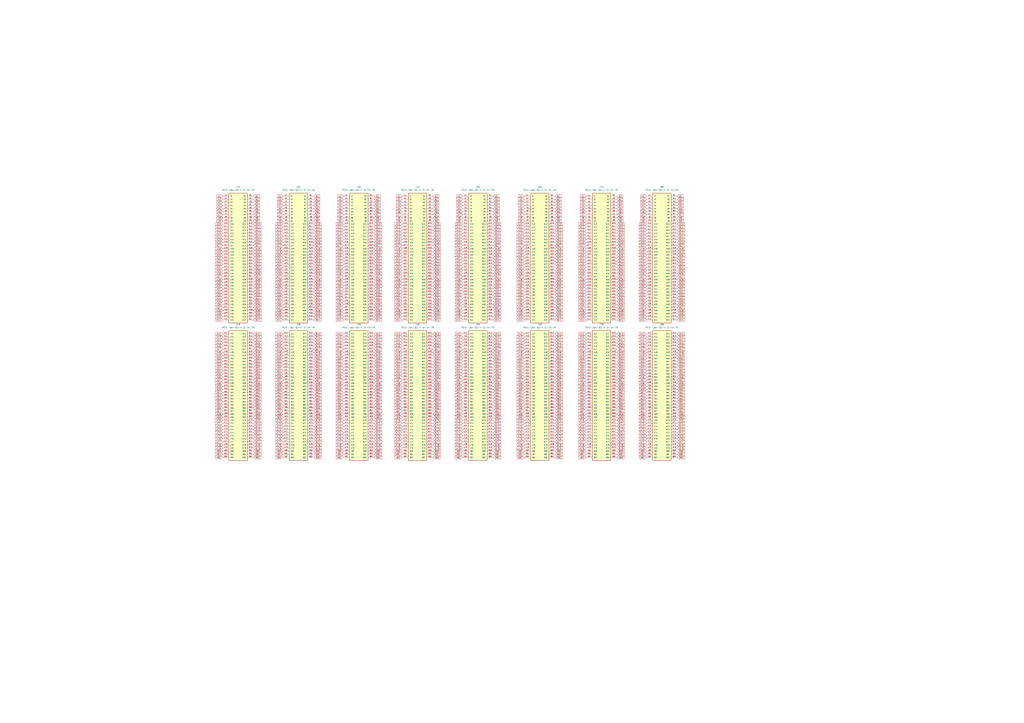
<source format=kicad_sch>
(kicad_sch (version 20231120) (generator "eeschema") (generator_version "8.0")
  (paper "A1")
  (lib_symbols
    (symbol "PCIE-164-02-F-D-TH-TR:PCIE-164-02-F-D-TH-TR" (pin_names (offset 1.016))
      (property "Reference" "J" (at -7.62 54.102 0))
      (property "Value" "PCIE-164-02-F-D-TH-TR" (at -7.62 -55.88 0))
      (symbol "PCIE-164-02-F-D-TH-TR_1_0"
        (pin passive line (at -12.7 50.8 0) (length 5.08) (name "A1") (number "A1"))
        (pin passive line (at -12.7 27.94 0) (length 5.08) (name "A10") (number "A10"))
        (pin passive line (at -12.7 25.4 0) (length 5.08) (name "A11") (number "A11"))
        (pin passive line (at -12.7 22.86 0) (length 5.08) (name "A12") (number "A12"))
        (pin passive line (at -12.7 20.32 0) (length 5.08) (name "A13") (number "A13"))
        (pin passive line (at -12.7 17.78 0) (length 5.08) (name "A14") (number "A14"))
        (pin passive line (at -12.7 15.24 0) (length 5.08) (name "A15") (number "A15"))
        (pin passive line (at -12.7 12.7 0) (length 5.08) (name "A16") (number "A16"))
        (pin passive line (at -12.7 10.16 0) (length 5.08) (name "A17") (number "A17"))
        (pin passive line (at -12.7 7.62 0) (length 5.08) (name "A18") (number "A18"))
        (pin passive line (at -12.7 5.08 0) (length 5.08) (name "A19") (number "A19"))
        (pin passive line (at -12.7 48.26 0) (length 5.08) (name "A2") (number "A2"))
        (pin passive line (at -12.7 2.54 0) (length 5.08) (name "A20") (number "A20"))
        (pin passive line (at -12.7 0 0) (length 5.08) (name "A21") (number "A21"))
        (pin passive line (at -12.7 -2.54 0) (length 5.08) (name "A22") (number "A22"))
        (pin passive line (at -12.7 -5.08 0) (length 5.08) (name "A23") (number "A23"))
        (pin passive line (at -12.7 -7.62 0) (length 5.08) (name "A24") (number "A24"))
        (pin passive line (at -12.7 -10.16 0) (length 5.08) (name "A25") (number "A25"))
        (pin passive line (at -12.7 -12.7 0) (length 5.08) (name "A26") (number "A26"))
        (pin passive line (at -12.7 -15.24 0) (length 5.08) (name "A27") (number "A27"))
        (pin passive line (at -12.7 -17.78 0) (length 5.08) (name "A28") (number "A28"))
        (pin passive line (at -12.7 -20.32 0) (length 5.08) (name "A29") (number "A29"))
        (pin passive line (at -12.7 45.72 0) (length 5.08) (name "A3") (number "A3"))
        (pin passive line (at -12.7 -22.86 0) (length 5.08) (name "A30") (number "A30"))
        (pin passive line (at -12.7 -25.4 0) (length 5.08) (name "A31") (number "A31"))
        (pin passive line (at -12.7 -27.94 0) (length 5.08) (name "A32") (number "A32"))
        (pin passive line (at -12.7 -30.48 0) (length 5.08) (name "A33") (number "A33"))
        (pin passive line (at -12.7 -33.02 0) (length 5.08) (name "A34") (number "A34"))
        (pin passive line (at -12.7 -35.56 0) (length 5.08) (name "A35") (number "A35"))
        (pin passive line (at -12.7 -38.1 0) (length 5.08) (name "A36") (number "A36"))
        (pin passive line (at -12.7 -40.64 0) (length 5.08) (name "A37") (number "A37"))
        (pin passive line (at -12.7 -43.18 0) (length 5.08) (name "A38") (number "A38"))
        (pin passive line (at -12.7 -45.72 0) (length 5.08) (name "A39") (number "A39"))
        (pin passive line (at -12.7 43.18 0) (length 5.08) (name "A4") (number "A4"))
        (pin passive line (at -12.7 -48.26 0) (length 5.08) (name "A40") (number "A40"))
        (pin passive line (at -12.7 -50.8 0) (length 5.08) (name "A41") (number "A41"))
        (pin passive line (at -12.7 40.64 0) (length 5.08) (name "A5") (number "A5"))
        (pin passive line (at -12.7 38.1 0) (length 5.08) (name "A6") (number "A6"))
        (pin passive line (at -12.7 35.56 0) (length 5.08) (name "A7") (number "A7"))
        (pin passive line (at -12.7 33.02 0) (length 5.08) (name "A8") (number "A8"))
        (pin passive line (at -12.7 30.48 0) (length 5.08) (name "A9") (number "A9"))
        (pin passive line (at 12.7 50.8 180) (length 5.08) (name "B1") (number "B1"))
        (pin passive line (at 12.7 27.94 180) (length 5.08) (name "B10") (number "B10"))
        (pin passive line (at 12.7 25.4 180) (length 5.08) (name "B11") (number "B11"))
        (pin passive line (at 12.7 22.86 180) (length 5.08) (name "B12") (number "B12"))
        (pin passive line (at 12.7 20.32 180) (length 5.08) (name "B13") (number "B13"))
        (pin passive line (at 12.7 17.78 180) (length 5.08) (name "B14") (number "B14"))
        (pin passive line (at 12.7 15.24 180) (length 5.08) (name "B15") (number "B15"))
        (pin passive line (at 12.7 12.7 180) (length 5.08) (name "B16") (number "B16"))
        (pin passive line (at 12.7 10.16 180) (length 5.08) (name "B17") (number "B17"))
        (pin passive line (at 12.7 7.62 180) (length 5.08) (name "B18") (number "B18"))
        (pin passive line (at 12.7 5.08 180) (length 5.08) (name "B19") (number "B19"))
        (pin passive line (at 12.7 48.26 180) (length 5.08) (name "B2") (number "B2"))
        (pin passive line (at 12.7 2.54 180) (length 5.08) (name "B20") (number "B20"))
        (pin passive line (at 12.7 0 180) (length 5.08) (name "B21") (number "B21"))
        (pin passive line (at 12.7 -2.54 180) (length 5.08) (name "B22") (number "B22"))
        (pin passive line (at 12.7 -5.08 180) (length 5.08) (name "B23") (number "B23"))
        (pin passive line (at 12.7 -7.62 180) (length 5.08) (name "B24") (number "B24"))
        (pin passive line (at 12.7 -10.16 180) (length 5.08) (name "B25") (number "B25"))
        (pin passive line (at 12.7 -12.7 180) (length 5.08) (name "B26") (number "B26"))
        (pin passive line (at 12.7 -15.24 180) (length 5.08) (name "B27") (number "B27"))
        (pin passive line (at 12.7 -17.78 180) (length 5.08) (name "B28") (number "B28"))
        (pin passive line (at 12.7 -20.32 180) (length 5.08) (name "B29") (number "B29"))
        (pin passive line (at 12.7 45.72 180) (length 5.08) (name "B3") (number "B3"))
        (pin passive line (at 12.7 -22.86 180) (length 5.08) (name "B30") (number "B30"))
        (pin passive line (at 12.7 -25.4 180) (length 5.08) (name "B31") (number "B31"))
        (pin passive line (at 12.7 -27.94 180) (length 5.08) (name "B32") (number "B32"))
        (pin passive line (at 12.7 -30.48 180) (length 5.08) (name "B33") (number "B33"))
        (pin passive line (at 12.7 -33.02 180) (length 5.08) (name "B34") (number "B34"))
        (pin passive line (at 12.7 -35.56 180) (length 5.08) (name "B35") (number "B35"))
        (pin passive line (at 12.7 -38.1 180) (length 5.08) (name "B36") (number "B36"))
        (pin passive line (at 12.7 -40.64 180) (length 5.08) (name "B37") (number "B37"))
        (pin passive line (at 12.7 -43.18 180) (length 5.08) (name "B38") (number "B38"))
        (pin passive line (at 12.7 -45.72 180) (length 5.08) (name "B39") (number "B39"))
        (pin passive line (at 12.7 43.18 180) (length 5.08) (name "B4") (number "B4"))
        (pin passive line (at 12.7 -48.26 180) (length 5.08) (name "B40") (number "B40"))
        (pin passive line (at 12.7 -50.8 180) (length 5.08) (name "B41") (number "B41"))
        (pin passive line (at 12.7 40.64 180) (length 5.08) (name "B5") (number "B5"))
        (pin passive line (at 12.7 38.1 180) (length 5.08) (name "B6") (number "B6"))
        (pin passive line (at 12.7 35.56 180) (length 5.08) (name "B7") (number "B7"))
        (pin passive line (at 12.7 33.02 180) (length 5.08) (name "B8") (number "B8"))
        (pin passive line (at 12.7 30.48 180) (length 5.08) (name "B9") (number "B9"))
      )
      (symbol "PCIE-164-02-F-D-TH-TR_2_0"
        (pin passive line (at -12.7 50.8 0) (length 5.08) (name "A42") (number "A42"))
        (pin passive line (at -12.7 48.26 0) (length 5.08) (name "A43") (number "A43"))
        (pin passive line (at -12.7 45.72 0) (length 5.08) (name "A44") (number "A44"))
        (pin passive line (at -12.7 43.18 0) (length 5.08) (name "A45") (number "A45"))
        (pin passive line (at -12.7 40.64 0) (length 5.08) (name "A46") (number "A46"))
        (pin passive line (at -12.7 38.1 0) (length 5.08) (name "A47") (number "A47"))
        (pin passive line (at -12.7 35.56 0) (length 5.08) (name "A48") (number "A48"))
        (pin passive line (at -12.7 33.02 0) (length 5.08) (name "A49") (number "A49"))
        (pin passive line (at -12.7 30.48 0) (length 5.08) (name "A50") (number "A50"))
        (pin passive line (at -12.7 27.94 0) (length 5.08) (name "A51") (number "A51"))
        (pin passive line (at -12.7 25.4 0) (length 5.08) (name "A52") (number "A52"))
        (pin passive line (at -12.7 22.86 0) (length 5.08) (name "A53") (number "A53"))
        (pin passive line (at -12.7 20.32 0) (length 5.08) (name "A54") (number "A54"))
        (pin passive line (at -12.7 17.78 0) (length 5.08) (name "A55") (number "A55"))
        (pin passive line (at -12.7 15.24 0) (length 5.08) (name "A56") (number "A56"))
        (pin passive line (at -12.7 12.7 0) (length 5.08) (name "A57") (number "A57"))
        (pin passive line (at -12.7 10.16 0) (length 5.08) (name "A58") (number "A58"))
        (pin passive line (at -12.7 7.62 0) (length 5.08) (name "A59") (number "A59"))
        (pin passive line (at -12.7 5.08 0) (length 5.08) (name "A60") (number "A60"))
        (pin passive line (at -12.7 2.54 0) (length 5.08) (name "A61") (number "A61"))
        (pin passive line (at -12.7 0 0) (length 5.08) (name "A62") (number "A62"))
        (pin passive line (at -12.7 -2.54 0) (length 5.08) (name "A63") (number "A63"))
        (pin passive line (at -12.7 -5.08 0) (length 5.08) (name "A64") (number "A64"))
        (pin passive line (at -12.7 -7.62 0) (length 5.08) (name "A65") (number "A65"))
        (pin passive line (at -12.7 -10.16 0) (length 5.08) (name "A66") (number "A66"))
        (pin passive line (at -12.7 -12.7 0) (length 5.08) (name "A67") (number "A67"))
        (pin passive line (at -12.7 -15.24 0) (length 5.08) (name "A68") (number "A68"))
        (pin passive line (at -12.7 -17.78 0) (length 5.08) (name "A69") (number "A69"))
        (pin passive line (at -12.7 -20.32 0) (length 5.08) (name "A70") (number "A70"))
        (pin passive line (at -12.7 -22.86 0) (length 5.08) (name "A71") (number "A71"))
        (pin passive line (at -12.7 -25.4 0) (length 5.08) (name "A72") (number "A72"))
        (pin passive line (at -12.7 -27.94 0) (length 5.08) (name "A73") (number "A73"))
        (pin passive line (at -12.7 -30.48 0) (length 5.08) (name "A74") (number "A74"))
        (pin passive line (at -12.7 -33.02 0) (length 5.08) (name "A75") (number "A75"))
        (pin passive line (at -12.7 -35.56 0) (length 5.08) (name "A76") (number "A76"))
        (pin passive line (at -12.7 -38.1 0) (length 5.08) (name "A77") (number "A77"))
        (pin passive line (at -12.7 -40.64 0) (length 5.08) (name "A78") (number "A78"))
        (pin passive line (at -12.7 -43.18 0) (length 5.08) (name "A79") (number "A79"))
        (pin passive line (at -12.7 -45.72 0) (length 5.08) (name "A80") (number "A80"))
        (pin passive line (at -12.7 -48.26 0) (length 5.08) (name "A81") (number "A81"))
        (pin passive line (at -12.7 -50.8 0) (length 5.08) (name "A82") (number "A82"))
        (pin passive line (at 12.7 50.8 180) (length 5.08) (name "B42") (number "B42"))
        (pin passive line (at 12.7 48.26 180) (length 5.08) (name "B43") (number "B43"))
        (pin passive line (at 12.7 45.72 180) (length 5.08) (name "B44") (number "B44"))
        (pin passive line (at 12.7 43.18 180) (length 5.08) (name "B45") (number "B45"))
        (pin passive line (at 12.7 40.64 180) (length 5.08) (name "B46") (number "B46"))
        (pin passive line (at 12.7 38.1 180) (length 5.08) (name "B47") (number "B47"))
        (pin passive line (at 12.7 35.56 180) (length 5.08) (name "B48") (number "B48"))
        (pin passive line (at 12.7 33.02 180) (length 5.08) (name "B49") (number "B49"))
        (pin passive line (at 12.7 30.48 180) (length 5.08) (name "B50") (number "B50"))
        (pin passive line (at 12.7 27.94 180) (length 5.08) (name "B51") (number "B51"))
        (pin passive line (at 12.7 25.4 180) (length 5.08) (name "B52") (number "B52"))
        (pin passive line (at 12.7 22.86 180) (length 5.08) (name "B53") (number "B53"))
        (pin passive line (at 12.7 20.32 180) (length 5.08) (name "B54") (number "B54"))
        (pin passive line (at 12.7 17.78 180) (length 5.08) (name "B55") (number "B55"))
        (pin passive line (at 12.7 15.24 180) (length 5.08) (name "B56") (number "B56"))
        (pin passive line (at 12.7 12.7 180) (length 5.08) (name "B57") (number "B57"))
        (pin passive line (at 12.7 10.16 180) (length 5.08) (name "B58") (number "B58"))
        (pin passive line (at 12.7 7.62 180) (length 5.08) (name "B59") (number "B59"))
        (pin passive line (at 12.7 5.08 180) (length 5.08) (name "B60") (number "B60"))
        (pin passive line (at 12.7 2.54 180) (length 5.08) (name "B61") (number "B61"))
        (pin passive line (at 12.7 0 180) (length 5.08) (name "B62") (number "B62"))
        (pin passive line (at 12.7 -2.54 180) (length 5.08) (name "B63") (number "B63"))
        (pin passive line (at 12.7 -5.08 180) (length 5.08) (name "B64") (number "B64"))
        (pin passive line (at 12.7 -7.62 180) (length 5.08) (name "B65") (number "B65"))
        (pin passive line (at 12.7 -10.16 180) (length 5.08) (name "B66") (number "B66"))
        (pin passive line (at 12.7 -12.7 180) (length 5.08) (name "B67") (number "B67"))
        (pin passive line (at 12.7 -15.24 180) (length 5.08) (name "B68") (number "B68"))
        (pin passive line (at 12.7 -17.78 180) (length 5.08) (name "B69") (number "B69"))
        (pin passive line (at 12.7 -20.32 180) (length 5.08) (name "B70") (number "B70"))
        (pin passive line (at 12.7 -22.86 180) (length 5.08) (name "B71") (number "B71"))
        (pin passive line (at 12.7 -25.4 180) (length 5.08) (name "B72") (number "B72"))
        (pin passive line (at 12.7 -27.94 180) (length 5.08) (name "B73") (number "B73"))
        (pin passive line (at 12.7 -30.48 180) (length 5.08) (name "B74") (number "B74"))
        (pin passive line (at 12.7 -33.02 180) (length 5.08) (name "B75") (number "B75"))
        (pin passive line (at 12.7 -35.56 180) (length 5.08) (name "B76") (number "B76"))
        (pin passive line (at 12.7 -38.1 180) (length 5.08) (name "B77") (number "B77"))
        (pin passive line (at 12.7 -40.64 180) (length 5.08) (name "B78") (number "B78"))
        (pin passive line (at 12.7 -43.18 180) (length 5.08) (name "B79") (number "B79"))
        (pin passive line (at 12.7 -45.72 180) (length 5.08) (name "B80") (number "B80"))
        (pin passive line (at 12.7 -48.26 180) (length 5.08) (name "B81") (number "B81"))
        (pin passive line (at 12.7 -50.8 180) (length 5.08) (name "B82") (number "B82"))
      )
    )
  )
  (global_label "A44" (shape input) (at 379.73 279.4 180) (property "Intersheetrefs" "${INTERSHEET_REFS}" (effects (hide yes))))
  (global_label "B71" (shape input) (at 257.81 347.98 0) (property "Intersheetrefs" "${INTERSHEET_REFS}" (effects (hide yes))))
  (global_label "B72" (shape input) (at 257.81 350.52 0) (property "Intersheetrefs" "${INTERSHEET_REFS}" (effects (hide yes))))
  (global_label "B13" (shape input) (at 556.26 191.77 0) (property "Intersheetrefs" "${INTERSHEET_REFS}" (effects (hide yes))))
  (global_label "A80" (shape input) (at 430.53 370.84 180) (property "Intersheetrefs" "${INTERSHEET_REFS}" (effects (hide yes))))
  (global_label "B58" (shape input) (at 355.6 314.96 0) (property "Intersheetrefs" "${INTERSHEET_REFS}" (effects (hide yes))))
  (global_label "B16" (shape input) (at 455.93 199.39 0) (property "Intersheetrefs" "${INTERSHEET_REFS}" (effects (hide yes))))
  (global_label "B5" (shape input) (at 455.93 171.45 0) (property "Intersheetrefs" "${INTERSHEET_REFS}" (effects (hide yes))))
  (global_label "A25" (shape input) (at 379.73 222.25 180) (property "Intersheetrefs" "${INTERSHEET_REFS}" (effects (hide yes))))
  (global_label "A62" (shape input) (at 379.73 325.12 180) (property "Intersheetrefs" "${INTERSHEET_REFS}" (effects (hide yes))))
  (global_label "A55" (shape input) (at 430.53 307.34 180) (property "Intersheetrefs" "${INTERSHEET_REFS}" (effects (hide yes))))
  (global_label "B25" (shape input) (at 307.34 222.25 0) (property "Intersheetrefs" "${INTERSHEET_REFS}" (effects (hide yes))))
  (global_label "A50" (shape input) (at 330.2 294.64 180) (property "Intersheetrefs" "${INTERSHEET_REFS}" (effects (hide yes))))
  (global_label "B57" (shape input) (at 257.81 312.42 0) (property "Intersheetrefs" "${INTERSHEET_REFS}" (effects (hide yes))))
  (global_label "A41" (shape input) (at 330.2 262.89 180) (property "Intersheetrefs" "${INTERSHEET_REFS}" (effects (hide yes))))
  (global_label "B58" (shape input) (at 405.13 314.96 0) (property "Intersheetrefs" "${INTERSHEET_REFS}" (effects (hide yes))))
  (global_label "B46" (shape input) (at 405.13 284.48 0) (property "Intersheetrefs" "${INTERSHEET_REFS}" (effects (hide yes))))
  (global_label "B81" (shape input) (at 405.13 373.38 0) (property "Intersheetrefs" "${INTERSHEET_REFS}" (effects (hide yes))))
  (global_label "A35" (shape input) (at 330.2 247.65 180) (property "Intersheetrefs" "${INTERSHEET_REFS}" (effects (hide yes))))
  (global_label "B3" (shape input) (at 556.26 166.37 0) (property "Intersheetrefs" "${INTERSHEET_REFS}" (effects (hide yes))))
  (global_label "A18" (shape input) (at 232.41 204.47 180) (property "Intersheetrefs" "${INTERSHEET_REFS}" (effects (hide yes))))
  (global_label "A53" (shape input) (at 232.41 302.26 180) (property "Intersheetrefs" "${INTERSHEET_REFS}" (effects (hide yes))))
  (global_label "B21" (shape input) (at 307.34 212.09 0) (property "Intersheetrefs" "${INTERSHEET_REFS}" (effects (hide yes))))
  (global_label "B39" (shape input) (at 208.28 257.81 0) (property "Intersheetrefs" "${INTERSHEET_REFS}" (effects (hide yes))))
  (global_label "A56" (shape input) (at 481.33 309.88 180) (property "Intersheetrefs" "${INTERSHEET_REFS}" (effects (hide yes))))
  (global_label "B72" (shape input) (at 355.6 350.52 0) (property "Intersheetrefs" "${INTERSHEET_REFS}" (effects (hide yes))))
  (global_label "B62" (shape input) (at 208.28 325.12 0) (property "Intersheetrefs" "${INTERSHEET_REFS}" (effects (hide yes))))
  (global_label "A61" (shape input) (at 481.33 322.58 180) (property "Intersheetrefs" "${INTERSHEET_REFS}" (effects (hide yes))))
  (global_label "B71" (shape input) (at 355.6 347.98 0) (property "Intersheetrefs" "${INTERSHEET_REFS}" (effects (hide yes))))
  (global_label "A22" (shape input) (at 530.86 214.63 180) (property "Intersheetrefs" "${INTERSHEET_REFS}" (effects (hide yes))))
  (global_label "B8" (shape input) (at 506.73 179.07 0) (property "Intersheetrefs" "${INTERSHEET_REFS}" (effects (hide yes))))
  (global_label "A46" (shape input) (at 481.33 284.48 180) (property "Intersheetrefs" "${INTERSHEET_REFS}" (effects (hide yes))))
  (global_label "A30" (shape input) (at 281.94 234.95 180) (property "Intersheetrefs" "${INTERSHEET_REFS}" (effects (hide yes))))
  (global_label "A55" (shape input) (at 379.73 307.34 180) (property "Intersheetrefs" "${INTERSHEET_REFS}" (effects (hide yes))))
  (global_label "A29" (shape input) (at 379.73 232.41 180) (property "Intersheetrefs" "${INTERSHEET_REFS}" (effects (hide yes))))
  (global_label "A34" (shape input) (at 182.88 245.11 180) (property "Intersheetrefs" "${INTERSHEET_REFS}" (effects (hide yes))))
  (global_label "A53" (shape input) (at 430.53 302.26 180) (property "Intersheetrefs" "${INTERSHEET_REFS}" (effects (hide yes))))
  (global_label "A53" (shape input) (at 379.73 302.26 180) (property "Intersheetrefs" "${INTERSHEET_REFS}" (effects (hide yes))))
  (global_label "B69" (shape input) (at 506.73 342.9 0) (property "Intersheetrefs" "${INTERSHEET_REFS}" (effects (hide yes))))
  (global_label "A37" (shape input) (at 281.94 252.73 180) (property "Intersheetrefs" "${INTERSHEET_REFS}" (effects (hide yes))))
  (global_label "A26" (shape input) (at 182.88 224.79 180) (property "Intersheetrefs" "${INTERSHEET_REFS}" (effects (hide yes))))
  (global_label "B14" (shape input) (at 405.13 194.31 0) (property "Intersheetrefs" "${INTERSHEET_REFS}" (effects (hide yes))))
  (global_label "A14" (shape input) (at 330.2 194.31 180) (property "Intersheetrefs" "${INTERSHEET_REFS}" (effects (hide yes))))
  (global_label "A60" (shape input) (at 182.88 320.04 180) (property "Intersheetrefs" "${INTERSHEET_REFS}" (effects (hide yes))))
  (global_label "B73" (shape input) (at 455.93 353.06 0) (property "Intersheetrefs" "${INTERSHEET_REFS}" (effects (hide yes))))
  (global_label "B26" (shape input) (at 355.6 224.79 0) (property "Intersheetrefs" "${INTERSHEET_REFS}" (effects (hide yes))))
  (global_label "B31" (shape input) (at 455.93 237.49 0) (property "Intersheetrefs" "${INTERSHEET_REFS}" (effects (hide yes))))
  (global_label "A51" (shape input) (at 481.33 297.18 180) (property "Intersheetrefs" "${INTERSHEET_REFS}" (effects (hide yes))))
  (global_label "B36" (shape input) (at 405.13 250.19 0) (property "Intersheetrefs" "${INTERSHEET_REFS}" (effects (hide yes))))
  (global_label "B51" (shape input) (at 556.26 297.18 0) (property "Intersheetrefs" "${INTERSHEET_REFS}" (effects (hide yes))))
  (global_label "B67" (shape input) (at 355.6 337.82 0) (property "Intersheetrefs" "${INTERSHEET_REFS}" (effects (hide yes))))
  (global_label "A11" (shape input) (at 481.33 186.69 180) (property "Intersheetrefs" "${INTERSHEET_REFS}" (effects (hide yes))))
  (global_label "A52" (shape input) (at 430.53 299.72 180) (property "Intersheetrefs" "${INTERSHEET_REFS}" (effects (hide yes))))
  (global_label "A81" (shape input) (at 232.41 373.38 180) (property "Intersheetrefs" "${INTERSHEET_REFS}" (effects (hide yes))))
  (global_label "A49" (shape input) (at 232.41 292.1 180) (property "Intersheetrefs" "${INTERSHEET_REFS}" (effects (hide yes))))
  (global_label "A23" (shape input) (at 281.94 217.17 180) (property "Intersheetrefs" "${INTERSHEET_REFS}" (effects (hide yes))))
  (global_label "A49" (shape input) (at 182.88 292.1 180) (property "Intersheetrefs" "${INTERSHEET_REFS}" (effects (hide yes))))
  (global_label "A66" (shape input) (at 182.88 335.28 180) (property "Intersheetrefs" "${INTERSHEET_REFS}" (effects (hide yes))))
  (global_label "A62" (shape input) (at 281.94 325.12 180) (property "Intersheetrefs" "${INTERSHEET_REFS}" (effects (hide yes))))
  (global_label "B62" (shape input) (at 307.34 325.12 0) (property "Intersheetrefs" "${INTERSHEET_REFS}" (effects (hide yes))))
  (global_label "B36" (shape input) (at 208.28 250.19 0) (property "Intersheetrefs" "${INTERSHEET_REFS}" (effects (hide yes))))
  (global_label "B76" (shape input) (at 556.26 360.68 0) (property "Intersheetrefs" "${INTERSHEET_REFS}" (effects (hide yes))))
  (global_label "B34" (shape input) (at 556.26 245.11 0) (property "Intersheetrefs" "${INTERSHEET_REFS}" (effects (hide yes))))
  (global_label "B65" (shape input) (at 355.6 332.74 0) (property "Intersheetrefs" "${INTERSHEET_REFS}" (effects (hide yes))))
  (global_label "B11" (shape input) (at 355.6 186.69 0) (property "Intersheetrefs" "${INTERSHEET_REFS}" (effects (hide yes))))
  (global_label "B33" (shape input) (at 506.73 242.57 0) (property "Intersheetrefs" "${INTERSHEET_REFS}" (effects (hide yes))))
  (global_label "A32" (shape input) (at 232.41 240.03 180) (property "Intersheetrefs" "${INTERSHEET_REFS}" (effects (hide yes))))
  (global_label "A45" (shape input) (at 330.2 281.94 180) (property "Intersheetrefs" "${INTERSHEET_REFS}" (effects (hide yes))))
  (global_label "A44" (shape input) (at 530.86 279.4 180) (property "Intersheetrefs" "${INTERSHEET_REFS}" (effects (hide yes))))
  (global_label "B76" (shape input) (at 307.34 360.68 0) (property "Intersheetrefs" "${INTERSHEET_REFS}" (effects (hide yes))))
  (global_label "A63" (shape input) (at 530.86 327.66 180) (property "Intersheetrefs" "${INTERSHEET_REFS}" (effects (hide yes))))
  (global_label "A10" (shape input) (at 281.94 184.15 180) (property "Intersheetrefs" "${INTERSHEET_REFS}" (effects (hide yes))))
  (global_label "A79" (shape input) (at 330.2 368.3 180) (property "Intersheetrefs" "${INTERSHEET_REFS}" (effects (hide yes))))
  (global_label "A23" (shape input) (at 379.73 217.17 180) (property "Intersheetrefs" "${INTERSHEET_REFS}" (effects (hide yes))))
  (global_label "A10" (shape input) (at 330.2 184.15 180) (property "Intersheetrefs" "${INTERSHEET_REFS}" (effects (hide yes))))
  (global_label "B61" (shape input) (at 405.13 322.58 0) (property "Intersheetrefs" "${INTERSHEET_REFS}" (effects (hide yes))))
  (global_label "B5" (shape input) (at 506.73 171.45 0) (property "Intersheetrefs" "${INTERSHEET_REFS}" (effects (hide yes))))
  (global_label "A78" (shape input) (at 232.41 365.76 180) (property "Intersheetrefs" "${INTERSHEET_REFS}" (effects (hide yes))))
  (global_label "A52" (shape input) (at 232.41 299.72 180) (property "Intersheetrefs" "${INTERSHEET_REFS}" (effects (hide yes))))
  (global_label "A42" (shape input) (at 379.73 274.32 180) (property "Intersheetrefs" "${INTERSHEET_REFS}" (effects (hide yes))))
  (global_label "A8" (shape input) (at 182.88 179.07 180) (property "Intersheetrefs" "${INTERSHEET_REFS}" (effects (hide yes))))
  (global_label "A40" (shape input) (at 232.41 260.35 180) (property "Intersheetrefs" "${INTERSHEET_REFS}" (effects (hide yes))))
  (global_label "B32" (shape input) (at 506.73 240.03 0) (property "Intersheetrefs" "${INTERSHEET_REFS}" (effects (hide yes))))
  (global_label "A48" (shape input) (at 232.41 289.56 180) (property "Intersheetrefs" "${INTERSHEET_REFS}" (effects (hide yes))))
  (global_label "B33" (shape input) (at 405.13 242.57 0) (property "Intersheetrefs" "${INTERSHEET_REFS}" (effects (hide yes))))
  (global_label "A1" (shape input) (at 182.88 161.29 180) (property "Intersheetrefs" "${INTERSHEET_REFS}" (effects (hide yes))))
  (global_label "B47" (shape input) (at 307.34 287.02 0) (property "Intersheetrefs" "${INTERSHEET_REFS}" (effects (hide yes))))
  (global_label "A59" (shape input) (at 281.94 317.5 180) (property "Intersheetrefs" "${INTERSHEET_REFS}" (effects (hide yes))))
  (global_label "A80" (shape input) (at 330.2 370.84 180) (property "Intersheetrefs" "${INTERSHEET_REFS}" (effects (hide yes))))
  (global_label "A71" (shape input) (at 430.53 347.98 180) (property "Intersheetrefs" "${INTERSHEET_REFS}" (effects (hide yes))))
  (global_label "A70" (shape input) (at 530.86 345.44 180) (property "Intersheetrefs" "${INTERSHEET_REFS}" (effects (hide yes))))
  (global_label "A55" (shape input) (at 281.94 307.34 180) (property "Intersheetrefs" "${INTERSHEET_REFS}" (effects (hide yes))))
  (global_label "A71" (shape input) (at 379.73 347.98 180) (property "Intersheetrefs" "${INTERSHEET_REFS}" (effects (hide yes))))
  (global_label "B64" (shape input) (at 257.81 330.2 0) (property "Intersheetrefs" "${INTERSHEET_REFS}" (effects (hide yes))))
  (global_label "A36" (shape input) (at 481.33 250.19 180) (property "Intersheetrefs" "${INTERSHEET_REFS}" (effects (hide yes))))
  (global_label "B74" (shape input) (at 208.28 355.6 0) (property "Intersheetrefs" "${INTERSHEET_REFS}" (effects (hide yes))))
  (global_label "B6" (shape input) (at 506.73 173.99 0) (property "Intersheetrefs" "${INTERSHEET_REFS}" (effects (hide yes))))
  (global_label "A47" (shape input) (at 430.53 287.02 180) (property "Intersheetrefs" "${INTERSHEET_REFS}" (effects (hide yes))))
  (global_label "A23" (shape input) (at 182.88 217.17 180) (property "Intersheetrefs" "${INTERSHEET_REFS}" (effects (hide yes))))
  (global_label "A46" (shape input) (at 330.2 284.48 180) (property "Intersheetrefs" "${INTERSHEET_REFS}" (effects (hide yes))))
  (global_label "A54" (shape input) (at 430.53 304.8 180) (property "Intersheetrefs" "${INTERSHEET_REFS}" (effects (hide yes))))
  (global_label "A44" (shape input) (at 330.2 279.4 180) (property "Intersheetrefs" "${INTERSHEET_REFS}" (effects (hide yes))))
  (global_label "A9" (shape input) (at 379.73 181.61 180) (property "Intersheetrefs" "${INTERSHEET_REFS}" (effects (hide yes))))
  (global_label "B49" (shape input) (at 405.13 292.1 0) (property "Intersheetrefs" "${INTERSHEET_REFS}" (effects (hide yes))))
  (global_label "B18" (shape input) (at 307.34 204.47 0) (property "Intersheetrefs" "${INTERSHEET_REFS}" (effects (hide yes))))
  (global_label "B72" (shape input) (at 405.13 350.52 0) (property "Intersheetrefs" "${INTERSHEET_REFS}" (effects (hide yes))))
  (global_label "B80" (shape input) (at 257.81 370.84 0) (property "Intersheetrefs" "${INTERSHEET_REFS}" (effects (hide yes))))
  (global_label "A15" (shape input) (at 182.88 196.85 180) (property "Intersheetrefs" "${INTERSHEET_REFS}" (effects (hide yes))))
  (global_label "A62" (shape input) (at 232.41 325.12 180) (property "Intersheetrefs" "${INTERSHEET_REFS}" (effects (hide yes))))
  (global_label "B64" (shape input) (at 556.26 330.2 0) (property "Intersheetrefs" "${INTERSHEET_REFS}" (effects (hide yes))))
  (global_label "A36" (shape input) (at 232.41 250.19 180) (property "Intersheetrefs" "${INTERSHEET_REFS}" (effects (hide yes))))
  (global_label "A29" (shape input) (at 182.88 232.41 180) (property "Intersheetrefs" "${INTERSHEET_REFS}" (effects (hide yes))))
  (global_label "B56" (shape input) (at 208.28 309.88 0) (property "Intersheetrefs" "${INTERSHEET_REFS}" (effects (hide yes))))
  (global_label "B70" (shape input) (at 355.6 345.44 0) (property "Intersheetrefs" "${INTERSHEET_REFS}" (effects (hide yes))))
  (global_label "A78" (shape input) (at 379.73 365.76 180) (property "Intersheetrefs" "${INTERSHEET_REFS}" (effects (hide yes))))
  (global_label "B16" (shape input) (at 208.28 199.39 0) (property "Intersheetrefs" "${INTERSHEET_REFS}" (effects (hide yes))))
  (global_label "B41" (shape input) (at 355.6 262.89 0) (property "Intersheetrefs" "${INTERSHEET_REFS}" (effects (hide yes))))
  (global_label "A71" (shape input) (at 481.33 347.98 180) (property "Intersheetrefs" "${INTERSHEET_REFS}" (effects (hide yes))))
  (global_label "B13" (shape input) (at 355.6 191.77 0) (property "Intersheetrefs" "${INTERSHEET_REFS}" (effects (hide yes))))
  (global_label "A50" (shape input) (at 182.88 294.64 180) (property "Intersheetrefs" "${INTERSHEET_REFS}" (effects (hide yes))))
  (global_label "A40" (shape input) (at 430.53 260.35 180) (property "Intersheetrefs" "${INTERSHEET_REFS}" (effects (hide yes))))
  (global_label "B33" (shape input) (at 355.6 242.57 0) (property "Intersheetrefs" "${INTERSHEET_REFS}" (effects (hide yes))))
  (global_label "A56" (shape input) (at 530.86 309.88 180) (property "Intersheetrefs" "${INTERSHEET_REFS}" (effects (hide yes))))
  (global_label "B44" (shape input) (at 208.28 279.4 0) (property "Intersheetrefs" "${INTERSHEET_REFS}" (effects (hide yes))))
  (global_label "A2" (shape input) (at 481.33 163.83 180) (property "Intersheetrefs" "${INTERSHEET_REFS}" (effects (hide yes))))
  (global_label "B42" (shape input) (at 307.34 274.32 0) (property "Intersheetrefs" "${INTERSHEET_REFS}" (effects (hide yes))))
  (global_label "A30" (shape input) (at 330.2 234.95 180) (property "Intersheetrefs" "${INTERSHEET_REFS}" (effects (hide yes))))
  (global_label "B51" (shape input) (at 355.6 297.18 0) (property "Intersheetrefs" "${INTERSHEET_REFS}" (effects (hide yes))))
  (global_label "B40" (shape input) (at 208.28 260.35 0) (property "Intersheetrefs" "${INTERSHEET_REFS}" (effects (hide yes))))
  (global_label "A81" (shape input) (at 330.2 373.38 180) (property "Intersheetrefs" "${INTERSHEET_REFS}" (effects (hide yes))))
  (global_label "A73" (shape input) (at 232.41 353.06 180) (property "Intersheetrefs" "${INTERSHEET_REFS}" (effects (hide yes))))
  (global_label "A78" (shape input) (at 530.86 365.76 180) (property "Intersheetrefs" "${INTERSHEET_REFS}" (effects (hide yes))))
  (global_label "B29" (shape input) (at 556.26 232.41 0) (property "Intersheetrefs" "${INTERSHEET_REFS}" (effects (hide yes))))
  (global_label "A46" (shape input) (at 530.86 284.48 180) (property "Intersheetrefs" "${INTERSHEET_REFS}" (effects (hide yes))))
  (global_label "A25" (shape input) (at 330.2 222.25 180) (property "Intersheetrefs" "${INTERSHEET_REFS}" (effects (hide yes))))
  (global_label "A47" (shape input) (at 182.88 287.02 180) (property "Intersheetrefs" "${INTERSHEET_REFS}" (effects (hide yes))))
  (global_label "B27" (shape input) (at 405.13 227.33 0) (property "Intersheetrefs" "${INTERSHEET_REFS}" (effects (hide yes))))
  (global_label "B4" (shape input) (at 355.6 168.91 0) (property "Intersheetrefs" "${INTERSHEET_REFS}" (effects (hide yes))))
  (global_label "B5" (shape input) (at 355.6 171.45 0) (property "Intersheetrefs" "${INTERSHEET_REFS}" (effects (hide yes))))
  (global_label "A4" (shape input) (at 182.88 168.91 180) (property "Intersheetrefs" "${INTERSHEET_REFS}" (effects (hide yes))))
  (global_label "B58" (shape input) (at 455.93 314.96 0) (property "Intersheetrefs" "${INTERSHEET_REFS}" (effects (hide yes))))
  (global_label "B29" (shape input) (at 208.28 232.41 0) (property "Intersheetrefs" "${INTERSHEET_REFS}" (effects (hide yes))))
  (global_label "A77" (shape input) (at 281.94 363.22 180) (property "Intersheetrefs" "${INTERSHEET_REFS}" (effects (hide yes))))
  (global_label "B39" (shape input) (at 257.81 257.81 0) (property "Intersheetrefs" "${INTERSHEET_REFS}" (effects (hide yes))))
  (global_label "B16" (shape input) (at 405.13 199.39 0) (property "Intersheetrefs" "${INTERSHEET_REFS}" (effects (hide yes))))
  (global_label "B55" (shape input) (at 307.34 307.34 0) (property "Intersheetrefs" "${INTERSHEET_REFS}" (effects (hide yes))))
  (global_label "B82" (shape input) (at 307.34 375.92 0) (property "Intersheetrefs" "${INTERSHEET_REFS}" (effects (hide yes))))
  (global_label "B23" (shape input) (at 506.73 217.17 0) (property "Intersheetrefs" "${INTERSHEET_REFS}" (effects (hide yes))))
  (global_label "B71" (shape input) (at 405.13 347.98 0) (property "Intersheetrefs" "${INTERSHEET_REFS}" (effects (hide yes))))
  (global_label "A51" (shape input) (at 232.41 297.18 180) (property "Intersheetrefs" "${INTERSHEET_REFS}" (effects (hide yes))))
  (global_label "A3" (shape input) (at 379.73 166.37 180) (property "Intersheetrefs" "${INTERSHEET_REFS}" (effects (hide yes))))
  (global_label "B54" (shape input) (at 506.73 304.8 0) (property "Intersheetrefs" "${INTERSHEET_REFS}" (effects (hide yes))))
  (global_label "B24" (shape input) (at 506.73 219.71 0) (property "Intersheetrefs" "${INTERSHEET_REFS}" (effects (hide yes))))
  (global_label "B38" (shape input) (at 556.26 255.27 0) (property "Intersheetrefs" "${INTERSHEET_REFS}" (effects (hide yes))))
  (global_label "B60" (shape input) (at 257.81 320.04 0) (property "Intersheetrefs" "${INTERSHEET_REFS}" (effects (hide yes))))
  (global_label "A62" (shape input) (at 481.33 325.12 180) (property "Intersheetrefs" "${INTERSHEET_REFS}" (effects (hide yes))))
  (global_label "A68" (shape input) (at 481.33 340.36 180) (property "Intersheetrefs" "${INTERSHEET_REFS}" (effects (hide yes))))
  (global_label "B68" (shape input) (at 455.93 340.36 0) (property "Intersheetrefs" "${INTERSHEET_REFS}" (effects (hide yes))))
  (global_label "B1" (shape input) (at 455.93 161.29 0) (property "Intersheetrefs" "${INTERSHEET_REFS}" (effects (hide yes))))
  (global_label "A61" (shape input) (at 330.2 322.58 180) (property "Intersheetrefs" "${INTERSHEET_REFS}" (effects (hide yes))))
  (global_label "B4" (shape input) (at 506.73 168.91 0) (property "Intersheetrefs" "${INTERSHEET_REFS}" (effects (hide yes))))
  (global_label "A72" (shape input) (at 530.86 350.52 180) (property "Intersheetrefs" "${INTERSHEET_REFS}" (effects (hide yes))))
  (global_label "B65" (shape input) (at 506.73 332.74 0) (property "Intersheetrefs" "${INTERSHEET_REFS}" (effects (hide yes))))
  (global_label "B17" (shape input) (at 307.34 201.93 0) (property "Intersheetrefs" "${INTERSHEET_REFS}" (effects (hide yes))))
  (global_label "B36" (shape input) (at 556.26 250.19 0) (property "Intersheetrefs" "${INTERSHEET_REFS}" (effects (hide yes))))
  (global_label "A71" (shape input) (at 530.86 347.98 180) (property "Intersheetrefs" "${INTERSHEET_REFS}" (effects (hide yes))))
  (global_label "B48" (shape input) (at 307.34 289.56 0) (property "Intersheetrefs" "${INTERSHEET_REFS}" (effects (hide yes))))
  (global_label "A41" (shape input) (at 281.94 262.89 180) (property "Intersheetrefs" "${INTERSHEET_REFS}" (effects (hide yes))))
  (global_label "A31" (shape input) (at 232.41 237.49 180) (property "Intersheetrefs" "${INTERSHEET_REFS}" (effects (hide yes))))
  (global_label "B57" (shape input) (at 455.93 312.42 0) (property "Intersheetrefs" "${INTERSHEET_REFS}" (effects (hide yes))))
  (global_label "A17" (shape input) (at 430.53 201.93 180) (property "Intersheetrefs" "${INTERSHEET_REFS}" (effects (hide yes))))
  (global_label "B9" (shape input) (at 257.81 181.61 0) (property "Intersheetrefs" "${INTERSHEET_REFS}" (effects (hide yes))))
  (global_label "B50" (shape input) (at 355.6 294.64 0) (property "Intersheetrefs" "${INTERSHEET_REFS}" (effects (hide yes))))
  (global_label "B45" (shape input) (at 307.34 281.94 0) (property "Intersheetrefs" "${INTERSHEET_REFS}" (effects (hide yes))))
  (global_label "B57" (shape input) (at 208.28 312.42 0) (property "Intersheetrefs" "${INTERSHEET_REFS}" (effects (hide yes))))
  (global_label "A2" (shape input) (at 430.53 163.83 180) (property "Intersheetrefs" "${INTERSHEET_REFS}" (effects (hide yes))))
  (global_label "B9" (shape input) (at 506.73 181.61 0) (property "Intersheetrefs" "${INTERSHEET_REFS}" (effects (hide yes))))
  (global_label "A80" (shape input) (at 232.41 370.84 180) (property "Intersheetrefs" "${INTERSHEET_REFS}" (effects (hide yes))))
  (global_label "B21" (shape input) (at 506.73 212.09 0) (property "Intersheetrefs" "${INTERSHEET_REFS}" (effects (hide yes))))
  (global_label "A64" (shape input) (at 182.88 330.2 180) (property "Intersheetrefs" "${INTERSHEET_REFS}" (effects (hide yes))))
  (global_label "A5" (shape input) (at 281.94 171.45 180) (property "Intersheetrefs" "${INTERSHEET_REFS}" (effects (hide yes))))
  (global_label "B45" (shape input) (at 405.13 281.94 0) (property "Intersheetrefs" "${INTERSHEET_REFS}" (effects (hide yes))))
  (global_label "B5" (shape input) (at 405.13 171.45 0) (property "Intersheetrefs" "${INTERSHEET_REFS}" (effects (hide yes))))
  (global_label "B73" (shape input) (at 506.73 353.06 0) (property "Intersheetrefs" "${INTERSHEET_REFS}" (effects (hide yes))))
  (global_label "B10" (shape input) (at 355.6 184.15 0) (property "Intersheetrefs" "${INTERSHEET_REFS}" (effects (hide yes))))
  (global_label "A54" (shape input) (at 330.2 304.8 180) (property "Intersheetrefs" "${INTERSHEET_REFS}" (effects (hide yes))))
  (global_label "B34" (shape input) (at 506.73 245.11 0) (property "Intersheetrefs" "${INTERSHEET_REFS}" (effects (hide yes))))
  (global_label "A68" (shape input) (at 281.94 340.36 180) (property "Intersheetrefs" "${INTERSHEET_REFS}" (effects (hide yes))))
  (global_label "A78" (shape input) (at 330.2 365.76 180) (property "Intersheetrefs" "${INTERSHEET_REFS}" (effects (hide yes))))
  (global_label "B66" (shape input) (at 405.13 335.28 0) (property "Intersheetrefs" "${INTERSHEET_REFS}" (effects (hide yes))))
  (global_label "A11" (shape input) (at 182.88 186.69 180) (property "Intersheetrefs" "${INTERSHEET_REFS}" (effects (hide yes))))
  (global_label "A28" (shape input) (at 281.94 229.87 180) (property "Intersheetrefs" "${INTERSHEET_REFS}" (effects (hide yes))))
  (global_label "B11" (shape input) (at 208.28 186.69 0) (property "Intersheetrefs" "${INTERSHEET_REFS}" (effects (hide yes))))
  (global_label "B13" (shape input) (at 455.93 191.77 0) (property "Intersheetrefs" "${INTERSHEET_REFS}" (effects (hide yes))))
  (global_label "B69" (shape input) (at 208.28 342.9 0) (property "Intersheetrefs" "${INTERSHEET_REFS}" (effects (hide yes))))
  (global_label "A43" (shape input) (at 430.53 276.86 180) (property "Intersheetrefs" "${INTERSHEET_REFS}" (effects (hide yes))))
  (global_label "A71" (shape input) (at 281.94 347.98 180) (property "Intersheetrefs" "${INTERSHEET_REFS}" (effects (hide yes))))
  (global_label "B29" (shape input) (at 506.73 232.41 0) (property "Intersheetrefs" "${INTERSHEET_REFS}" (effects (hide yes))))
  (global_label "A18" (shape input) (at 182.88 204.47 180) (property "Intersheetrefs" "${INTERSHEET_REFS}" (effects (hide yes))))
  (global_label "A28" (shape input) (at 232.41 229.87 180) (property "Intersheetrefs" "${INTERSHEET_REFS}" (effects (hide yes))))
  (global_label "B52" (shape input) (at 506.73 299.72 0) (property "Intersheetrefs" "${INTERSHEET_REFS}" (effects (hide yes))))
  (global_label "A30" (shape input) (at 182.88 234.95 180) (property "Intersheetrefs" "${INTERSHEET_REFS}" (effects (hide yes))))
  (global_label "A80" (shape input) (at 281.94 370.84 180) (property "Intersheetrefs" "${INTERSHEET_REFS}" (effects (hide yes))))
  (global_label "B25" (shape input) (at 208.28 222.25 0) (property "Intersheetrefs" "${INTERSHEET_REFS}" (effects (hide yes))))
  (global_label "A4" (shape input) (at 379.73 168.91 180) (property "Intersheetrefs" "${INTERSHEET_REFS}" (effects (hide yes))))
  (global_label "A42" (shape input) (at 530.86 274.32 180) (property "Intersheetrefs" "${INTERSHEET_REFS}" (effects (hide yes))))
  (global_label "A2" (shape input) (at 281.94 163.83 180) (property "Intersheetrefs" "${INTERSHEET_REFS}" (effects (hide yes))))
  (global_label "B54" (shape input) (at 355.6 304.8 0) (property "Intersheetrefs" "${INTERSHEET_REFS}" (effects (hide yes))))
  (global_label "A36" (shape input) (at 330.2 250.19 180) (property "Intersheetrefs" "${INTERSHEET_REFS}" (effects (hide yes))))
  (global_label "B53" (shape input) (at 208.28 302.26 0) (property "Intersheetrefs" "${INTERSHEET_REFS}" (effects (hide yes))))
  (global_label "B21" (shape input) (at 405.13 212.09 0) (property "Intersheetrefs" "${INTERSHEET_REFS}" (effects (hide yes))))
  (global_label "B46" (shape input) (at 355.6 284.48 0) (property "Intersheetrefs" "${INTERSHEET_REFS}" (effects (hide yes))))
  (global_label "B19" (shape input) (at 208.28 207.01 0) (property "Intersheetrefs" "${INTERSHEET_REFS}" (effects (hide yes))))
  (global_label "A60" (shape input) (at 281.94 320.04 180) (property "Intersheetrefs" "${INTERSHEET_REFS}" (effects (hide yes))))
  (global_label "B67" (shape input) (at 506.73 337.82 0) (property "Intersheetrefs" "${INTERSHEET_REFS}" (effects (hide yes))))
  (global_label "B61" (shape input) (at 307.34 322.58 0) (property "Intersheetrefs" "${INTERSHEET_REFS}" (effects (hide yes))))
  (global_label "A50" (shape input) (at 481.33 294.64 180) (property "Intersheetrefs" "${INTERSHEET_REFS}" (effects (hide yes))))
  (global_label "A70" (shape input) (at 330.2 345.44 180) (property "Intersheetrefs" "${INTERSHEET_REFS}" (effects (hide yes))))
  (global_label "B8" (shape input) (at 208.28 179.07 0) (property "Intersheetrefs" "${INTERSHEET_REFS}" (effects (hide yes))))
  (global_label "A55" (shape input) (at 481.33 307.34 180) (property "Intersheetrefs" "${INTERSHEET_REFS}" (effects (hide yes))))
  (global_label "B50" (shape input) (at 257.81 294.64 0) (property "Intersheetrefs" "${INTERSHEET_REFS}" (effects (hide yes))))
  (global_label "B70" (shape input) (at 208.28 345.44 0) (property "Intersheetrefs" "${INTERSHEET_REFS}" (effects (hide yes))))
  (global_label "B11" (shape input) (at 556.26 186.69 0) (property "Intersheetrefs" "${INTERSHEET_REFS}" (effects (hide yes))))
  (global_label "B76" (shape input) (at 455.93 360.68 0) (property "Intersheetrefs" "${INTERSHEET_REFS}" (effects (hide yes))))
  (global_label "B11" (shape input) (at 405.13 186.69 0) (property "Intersheetrefs" "${INTERSHEET_REFS}" (effects (hide yes))))
  (global_label "B41" (shape input) (at 455.93 262.89 0) (property "Intersheetrefs" "${INTERSHEET_REFS}" (effects (hide yes))))
  (global_label "B49" (shape input) (at 257.81 292.1 0) (property "Intersheetrefs" "${INTERSHEET_REFS}" (effects (hide yes))))
  (global_label "B62" (shape input) (at 556.26 325.12 0) (property "Intersheetrefs" "${INTERSHEET_REFS}" (effects (hide yes))))
  (global_label "A23" (shape input) (at 481.33 217.17 180) (property "Intersheetrefs" "${INTERSHEET_REFS}" (effects (hide yes))))
  (global_label "A30" (shape input) (at 379.73 234.95 180) (property "Intersheetrefs" "${INTERSHEET_REFS}" (effects (hide yes))))
  (global_label "B15" (shape input) (at 556.26 196.85 0) (property "Intersheetrefs" "${INTERSHEET_REFS}" (effects (hide yes))))
  (global_label "B28" (shape input) (at 556.26 229.87 0) (property "Intersheetrefs" "${INTERSHEET_REFS}" (effects (hide yes))))
  (global_label "A50" (shape input) (at 232.41 294.64 180) (property "Intersheetrefs" "${INTERSHEET_REFS}" (effects (hide yes))))
  (global_label "A3" (shape input) (at 530.86 166.37 180) (property "Intersheetrefs" "${INTERSHEET_REFS}" (effects (hide yes))))
  (global_label "B46" (shape input) (at 556.26 284.48 0) (property "Intersheetrefs" "${INTERSHEET_REFS}" (effects (hide yes))))
  (global_label "A22" (shape input) (at 182.88 214.63 180) (property "Intersheetrefs" "${INTERSHEET_REFS}" (effects (hide yes))))
  (global_label "B21" (shape input) (at 257.81 212.09 0) (property "Intersheetrefs" "${INTERSHEET_REFS}" (effects (hide yes))))
  (global_label "A54" (shape input) (at 379.73 304.8 180) (property "Intersheetrefs" "${INTERSHEET_REFS}" (effects (hide yes))))
  (global_label "A3" (shape input) (at 182.88 166.37 180) (property "Intersheetrefs" "${INTERSHEET_REFS}" (effects (hide yes))))
  (global_label "B26" (shape input) (at 405.13 224.79 0) (property "Intersheetrefs" "${INTERSHEET_REFS}" (effects (hide yes))))
  (global_label "A51" (shape input) (at 430.53 297.18 180) (property "Intersheetrefs" "${INTERSHEET_REFS}" (effects (hide yes))))
  (global_label "B60" (shape input) (at 307.34 320.04 0) (property "Intersheetrefs" "${INTERSHEET_REFS}" (effects (hide yes))))
  (global_label "B9" (shape input) (at 307.34 181.61 0) (property "Intersheetrefs" "${INTERSHEET_REFS}" (effects (hide yes))))
  (global_label "A21" (shape input) (at 330.2 212.09 180) (property "Intersheetrefs" "${INTERSHEET_REFS}" (effects (hide yes))))
  (global_label "B62" (shape input) (at 355.6 325.12 0) (property "Intersheetrefs" "${INTERSHEET_REFS}" (effects (hide yes))))
  (global_label "B70" (shape input) (at 556.26 345.44 0) (property "Intersheetrefs" "${INTERSHEET_REFS}" (effects (hide yes))))
  (global_label "B11" (shape input) (at 307.34 186.69 0) (property "Intersheetrefs" "${INTERSHEET_REFS}" (effects (hide yes))))
  (global_label "A68" (shape input) (at 379.73 340.36 180) (property "Intersheetrefs" "${INTERSHEET_REFS}" (effects (hide yes))))
  (global_label "B58" (shape input) (at 208.28 314.96 0) (property "Intersheetrefs" "${INTERSHEET_REFS}" (effects (hide yes))))
  (global_label "A11" (shape input) (at 330.2 186.69 180) (property "Intersheetrefs" "${INTERSHEET_REFS}" (effects (hide yes))))
  (global_label "B30" (shape input) (at 257.81 234.95 0) (property "Intersheetrefs" "${INTERSHEET_REFS}" (effects (hide yes))))
  (global_label "B14" (shape input) (at 556.26 194.31 0) (property "Intersheetrefs" "${INTERSHEET_REFS}" (effects (hide yes))))
  (global_label "A8" (shape input) (at 330.2 179.07 180) (property "Intersheetrefs" "${INTERSHEET_REFS}" (effects (hide yes))))
  (global_label "B66" (shape input) (at 355.6 335.28 0) (property "Intersheetrefs" "${INTERSHEET_REFS}" (effects (hide yes))))
  (global_label "B61" (shape input) (at 455.93 322.58 0) (property "Intersheetrefs" "${INTERSHEET_REFS}" (effects (hide yes))))
  (global_label "A12" (shape input) (at 379.73 189.23 180) (property "Intersheetrefs" "${INTERSHEET_REFS}" (effects (hide yes))))
  (global_label "A52" (shape input) (at 481.33 299.72 180) (property "Intersheetrefs" "${INTERSHEET_REFS}" (effects (hide yes))))
  (global_label "B32" (shape input) (at 355.6 240.03 0) (property "Intersheetrefs" "${INTERSHEET_REFS}" (effects (hide yes))))
  (global_label "A58" (shape input) (at 182.88 314.96 180) (property "Intersheetrefs" "${INTERSHEET_REFS}" (effects (hide yes))))
  (global_label "B73" (shape input) (at 257.81 353.06 0) (property "Intersheetrefs" "${INTERSHEET_REFS}" (effects (hide yes))))
  (global_label "A82" (shape input) (at 379.73 375.92 180) (property "Intersheetrefs" "${INTERSHEET_REFS}" (effects (hide yes))))
  (global_label "A61" (shape input) (at 430.53 322.58 180) (property "Intersheetrefs" "${INTERSHEET_REFS}" (effects (hide yes))))
  (global_label "A80" (shape input) (at 481.33 370.84 180) (property "Intersheetrefs" "${INTERSHEET_REFS}" (effects (hide yes))))
  (global_label "B41" (shape input) (at 556.26 262.89 0) (property "Intersheetrefs" "${INTERSHEET_REFS}" (effects (hide yes))))
  (global_label "A57" (shape input) (at 182.88 312.42 180) (property "Intersheetrefs" "${INTERSHEET_REFS}" (effects (hide yes))))
  (global_label "A61" (shape input) (at 530.86 322.58 180) (property "Intersheetrefs" "${INTERSHEET_REFS}" (effects (hide yes))))
  (global_label "B70" (shape input) (at 405.13 345.44 0) (property "Intersheetrefs" "${INTERSHEET_REFS}" (effects (hide yes))))
  (global_label "A80" (shape input) (at 182.88 370.84 180) (property "Intersheetrefs" "${INTERSHEET_REFS}" (effects (hide yes))))
  (global_label "A67" (shape input) (at 379.73 337.82 180) (property "Intersheetrefs" "${INTERSHEET_REFS}" (effects (hide yes))))
  (global_label "B45" (shape input) (at 257.81 281.94 0) (property "Intersheetrefs" "${INTERSHEET_REFS}" (effects (hide yes))))
  (global_label "A8" (shape input) (at 481.33 179.07 180) (property "Intersheetrefs" "${INTERSHEET_REFS}" (effects (hide yes))))
  (global_label "A63" (shape input) (at 232.41 327.66 180) (property "Intersheetrefs" "${INTERSHEET_REFS}" (effects (hide yes))))
  (global_label "A3" (shape input) (at 481.33 166.37 180) (property "Intersheetrefs" "${INTERSHEET_REFS}" (effects (hide yes))))
  (global_label "A6" (shape input) (at 281.94 173.99 180) (property "Intersheetrefs" "${INTERSHEET_REFS}" (effects (hide yes))))
  (global_label "B22" (shape input) (at 355.6 214.63 0) (property "Intersheetrefs" "${INTERSHEET_REFS}" (effects (hide yes))))
  (global_label "B78" (shape input) (at 355.6 365.76 0) (property "Intersheetrefs" "${INTERSHEET_REFS}" (effects (hide yes))))
  (global_label "B76" (shape input) (at 405.13 360.68 0) (property "Intersheetrefs" "${INTERSHEET_REFS}" (effects (hide yes))))
  (global_label "A40" (shape input) (at 530.86 260.35 180) (property "Intersheetrefs" "${INTERSHEET_REFS}" (effects (hide yes))))
  (global_label "B28" (shape input) (at 405.13 229.87 0) (property "Intersheetrefs" "${INTERSHEET_REFS}" (effects (hide yes))))
  (global_label "A13" (shape input) (at 379.73 191.77 180) (property "Intersheetrefs" "${INTERSHEET_REFS}" (effects (hide yes))))
  (global_label "B25" (shape input) (at 355.6 222.25 0) (property "Intersheetrefs" "${INTERSHEET_REFS}" (effects (hide yes))))
  (global_label "B3" (shape input) (at 257.81 166.37 0) (property "Intersheetrefs" "${INTERSHEET_REFS}" (effects (hide yes))))
  (global_label "B14" (shape input) (at 355.6 194.31 0) (property "Intersheetrefs" "${INTERSHEET_REFS}" (effects (hide yes))))
  (global_label "B35" (shape input) (at 257.81 247.65 0) (property "Intersheetrefs" "${INTERSHEET_REFS}" (effects (hide yes))))
  (global_label "B1" (shape input) (at 355.6 161.29 0) (property "Intersheetrefs" "${INTERSHEET_REFS}" (effects (hide yes))))
  (global_label "A13" (shape input) (at 481.33 191.77 180) (property "Intersheetrefs" "${INTERSHEET_REFS}" (effects (hide yes))))
  (global_label "A1" (shape input) (at 281.94 161.29 180) (property "Intersheetrefs" "${INTERSHEET_REFS}" (effects (hide yes))))
  (global_label "B2" (shape input) (at 506.73 163.83 0) (property "Intersheetrefs" "${INTERSHEET_REFS}" (effects (hide yes))))
  (global_label "A22" (shape input) (at 330.2 214.63 180) (property "Intersheetrefs" "${INTERSHEET_REFS}" (effects (hide yes))))
  (global_label "A75" (shape input) (at 530.86 358.14 180) (property "Intersheetrefs" "${INTERSHEET_REFS}" (effects (hide yes))))
  (global_label "A18" (shape input) (at 481.33 204.47 180) (property "Intersheetrefs" "${INTERSHEET_REFS}" (effects (hide yes))))
  (global_label "B41" (shape input) (at 506.73 262.89 0) (property "Intersheetrefs" "${INTERSHEET_REFS}" (effects (hide yes))))
  (global_label "B31" (shape input) (at 556.26 237.49 0) (property "Intersheetrefs" "${INTERSHEET_REFS}" (effects (hide yes))))
  (global_label "A45" (shape input) (at 232.41 281.94 180) (property "Intersheetrefs" "${INTERSHEET_REFS}" (effects (hide yes))))
  (global_label "B56" (shape input) (at 307.34 309.88 0) (property "Intersheetrefs" "${INTERSHEET_REFS}" (effects (hide yes))))
  (global_label "A38" (shape input) (at 232.41 255.27 180) (property "Intersheetrefs" "${INTERSHEET_REFS}" (effects (hide yes))))
  (global_label "A72" (shape input) (at 281.94 350.52 180) (property "Intersheetrefs" "${INTERSHEET_REFS}" (effects (hide yes))))
  (global_label "B66" (shape input) (at 257.81 335.28 0) (property "Intersheetrefs" "${INTERSHEET_REFS}" (effects (hide yes))))
  (global_label "B34" (shape input) (at 455.93 245.11 0) (property "Intersheetrefs" "${INTERSHEET_REFS}" (effects (hide yes))))
  (global_label "A68" (shape input) (at 182.88 340.36 180) (property "Intersheetrefs" "${INTERSHEET_REFS}" (effects (hide yes))))
  (global_label "B45" (shape input) (at 355.6 281.94 0) (property "Intersheetrefs" "${INTERSHEET_REFS}" (effects (hide yes))))
  (global_label "A73" (shape input) (at 182.88 353.06 180) (property "Intersheetrefs" "${INTERSHEET_REFS}" (effects (hide yes))))
  (global_label "B74" (shape input) (at 307.34 355.6 0) (property "Intersheetrefs" "${INTERSHEET_REFS}" (effects (hide yes))))
  (global_label "A18" (shape input) (at 281.94 204.47 180) (property "Intersheetrefs" "${INTERSHEET_REFS}" (effects (hide yes))))
  (global_label "B48" (shape input) (at 405.13 289.56 0) (property "Intersheetrefs" "${INTERSHEET_REFS}" (effects (hide yes))))
  (global_label "A16" (shape input) (at 182.88 199.39 180) (property "Intersheetrefs" "${INTERSHEET_REFS}" (effects (hide yes))))
  (global_label "B43" (shape input) (at 455.93 276.86 0) (property "Intersheetrefs" "${INTERSHEET_REFS}" (effects (hide yes))))
  (global_label "B46" (shape input) (at 208.28 284.48 0) (property "Intersheetrefs" "${INTERSHEET_REFS}" (effects (hide yes))))
  (global_label "A47" (shape input) (at 379.73 287.02 180) (property "Intersheetrefs" "${INTERSHEET_REFS}" (effects (hide yes))))
  (global_label "B37" (shape input) (at 208.28 252.73 0) (property "Intersheetrefs" "${INTERSHEET_REFS}" (effects (hide yes))))
  (global_label "A60" (shape input) (at 232.41 320.04 180) (property "Intersheetrefs" "${INTERSHEET_REFS}" (effects (hide yes))))
  (global_label "A14" (shape input) (at 481.33 194.31 180) (property "Intersheetrefs" "${INTERSHEET_REFS}" (effects (hide yes))))
  (global_label "B69" (shape input) (at 307.34 342.9 0) (property "Intersheetrefs" "${INTERSHEET_REFS}" (effects (hide yes))))
  (global_label "B61" (shape input) (at 208.28 322.58 0) (property "Intersheetrefs" "${INTERSHEET_REFS}" (effects (hide yes))))
  (global_label "A53" (shape input) (at 530.86 302.26 180) (property "Intersheetrefs" "${INTERSHEET_REFS}" (effects (hide yes))))
  (global_label "B76" (shape input) (at 355.6 360.68 0) (property "Intersheetrefs" "${INTERSHEET_REFS}" (effects (hide yes))))
  (global_label "B2" (shape input) (at 307.34 163.83 0) (property "Intersheetrefs" "${INTERSHEET_REFS}" (effects (hide yes))))
  (global_label "A25" (shape input) (at 232.41 222.25 180) (property "Intersheetrefs" "${INTERSHEET_REFS}" (effects (hide yes))))
  (global_label "A3" (shape input) (at 281.94 166.37 180) (property "Intersheetrefs" "${INTERSHEET_REFS}" (effects (hide yes))))
  (global_label "B77" (shape input) (at 307.34 363.22 0) (property "Intersheetrefs" "${INTERSHEET_REFS}" (effects (hide yes))))
  (global_label "A6" (shape input) (at 481.33 173.99 180) (property "Intersheetrefs" "${INTERSHEET_REFS}" (effects (hide yes))))
  (global_label "B62" (shape input) (at 455.93 325.12 0) (property "Intersheetrefs" "${INTERSHEET_REFS}" (effects (hide yes))))
  (global_label "B3" (shape input) (at 506.73 166.37 0) (property "Intersheetrefs" "${INTERSHEET_REFS}" (effects (hide yes))))
  (global_label "A16" (shape input) (at 530.86 199.39 180) (property "Intersheetrefs" "${INTERSHEET_REFS}" (effects (hide yes))))
  (global_label "A14" (shape input) (at 430.53 194.31 180) (property "Intersheetrefs" "${INTERSHEET_REFS}" (effects (hide yes))))
  (global_label "A28" (shape input) (at 379.73 229.87 180) (property "Intersheetrefs" "${INTERSHEET_REFS}" (effects (hide yes))))
  (global_label "B62" (shape input) (at 405.13 325.12 0) (property "Intersheetrefs" "${INTERSHEET_REFS}" (effects (hide yes))))
  (global_label "A74" (shape input) (at 379.73 355.6 180) (property "Intersheetrefs" "${INTERSHEET_REFS}" (effects (hide yes))))
  (global_label "A24" (shape input) (at 182.88 219.71 180) (property "Intersheetrefs" "${INTERSHEET_REFS}" (effects (hide yes))))
  (global_label "A77" (shape input) (at 182.88 363.22 180) (property "Intersheetrefs" "${INTERSHEET_REFS}" (effects (hide yes))))
  (global_label "B38" (shape input) (at 208.28 255.27 0) (property "Intersheetrefs" "${INTERSHEET_REFS}" (effects (hide yes))))
  (global_label "B53" (shape input) (at 307.34 302.26 0) (property "Intersheetrefs" "${INTERSHEET_REFS}" (effects (hide yes))))
  (global_label "B47" (shape input) (at 455.93 287.02 0) (property "Intersheetrefs" "${INTERSHEET_REFS}" (effects (hide yes))))
  (global_label "A24" (shape input) (at 232.41 219.71 180) (property "Intersheetrefs" "${INTERSHEET_REFS}" (effects (hide yes))))
  (global_label "A52" (shape input) (at 182.88 299.72 180) (property "Intersheetrefs" "${INTERSHEET_REFS}" (effects (hide yes))))
  (global_label "B78" (shape input) (at 405.13 365.76 0) (property "Intersheetrefs" "${INTERSHEET_REFS}" (effects (hide yes))))
  (global_label "B56" (shape input) (at 506.73 309.88 0) (property "Intersheetrefs" "${INTERSHEET_REFS}" (effects (hide yes))))
  (global_label "B77" (shape input) (at 208.28 363.22 0) (property "Intersheetrefs" "${INTERSHEET_REFS}" (effects (hide yes))))
  (global_label "A51" (shape input) (at 182.88 297.18 180) (property "Intersheetrefs" "${INTERSHEET_REFS}" (effects (hide yes))))
  (global_label "B48" (shape input) (at 355.6 289.56 0) (property "Intersheetrefs" "${INTERSHEET_REFS}" (effects (hide yes))))
  (global_label "B80" (shape input) (at 506.73 370.84 0) (property "Intersheetrefs" "${INTERSHEET_REFS}" (effects (hide yes))))
  (global_label "B10" (shape input) (at 556.26 184.15 0) (property "Intersheetrefs" "${INTERSHEET_REFS}" (effects (hide yes))))
  (global_label "B31" (shape input) (at 257.81 237.49 0) (property "Intersheetrefs" "${INTERSHEET_REFS}" (effects (hide yes))))
  (global_label "A58" (shape input) (at 481.33 314.96 180) (property "Intersheetrefs" "${INTERSHEET_REFS}" (effects (hide yes))))
  (global_label "A45" (shape input) (at 481.33 281.94 180) (property "Intersheetrefs" "${INTERSHEET_REFS}" (effects (hide yes))))
  (global_label "A12" (shape input) (at 330.2 189.23 180) (property "Intersheetrefs" "${INTERSHEET_REFS}" (effects (hide yes))))
  (global_label "A44" (shape input) (at 232.41 279.4 180) (property "Intersheetrefs" "${INTERSHEET_REFS}" (effects (hide yes))))
  (global_label "A16" (shape input) (at 481.33 199.39 180) (property "Intersheetrefs" "${INTERSHEET_REFS}" (effects (hide yes))))
  (global_label "A19" (shape input) (at 379.73 207.01 180) (property "Intersheetrefs" "${INTERSHEET_REFS}" (effects (hide yes))))
  (global_label "B3" (shape input) (at 405.13 166.37 0) (property "Intersheetrefs" "${INTERSHEET_REFS}" (effects (hide yes))))
  (global_label "B67" (shape input) (at 556.26 337.82 0) (property "Intersheetrefs" "${INTERSHEET_REFS}" (effects (hide yes))))
  (global_label "B79" (shape input) (at 208.28 368.3 0) (property "Intersheetrefs" "${INTERSHEET_REFS}" (effects (hide yes))))
  (global_label "B34" (shape input) (at 405.13 245.11 0) (property "Intersheetrefs" "${INTERSHEET_REFS}" (effects (hide yes))))
  (global_label "B68" (shape input) (at 405.13 340.36 0) (property "Intersheetrefs" "${INTERSHEET_REFS}" (effects (hide yes))))
  (global_label "A81" (shape input) (at 430.53 373.38 180) (property "Intersheetrefs" "${INTERSHEET_REFS}" (effects (hide yes))))
  (global_label "B44" (shape input) (at 355.6 279.4 0) (property "Intersheetrefs" "${INTERSHEET_REFS}" (effects (hide yes))))
  (global_label "B81" (shape input) (at 257.81 373.38 0) (property "Intersheetrefs" "${INTERSHEET_REFS}" (effects (hide yes))))
  (global_label "B46" (shape input) (at 455.93 284.48 0) (property "Intersheetrefs" "${INTERSHEET_REFS}" (effects (hide yes))))
  (global_label "B75" (shape input) (at 556.26 358.14 0) (property "Intersheetrefs" "${INTERSHEET_REFS}" (effects (hide yes))))
  (global_label "A82" (shape input) (at 530.86 375.92 180) (property "Intersheetrefs" "${INTERSHEET_REFS}" (effects (hide yes))))
  (global_label "B59" (shape input) (at 405.13 317.5 0) (property "Intersheetrefs" "${INTERSHEET_REFS}" (effects (hide yes))))
  (global_label "A1" (shape input) (at 379.73 161.29 180) (property "Intersheetrefs" "${INTERSHEET_REFS}" (effects (hide yes))))
  (global_label "B34" (shape input) (at 257.81 245.11 0) (property "Intersheetrefs" "${INTERSHEET_REFS}" (effects (hide yes))))
  (global_label "B80" (shape input) (at 307.34 370.84 0) (property "Intersheetrefs" "${INTERSHEET_REFS}" (effects (hide yes))))
  (global_label "B63" (shape input) (at 455.93 327.66 0) (property "Intersheetrefs" "${INTERSHEET_REFS}" (effects (hide yes))))
  (global_label "A55" (shape input) (at 182.88 307.34 180) (property "Intersheetrefs" "${INTERSHEET_REFS}" (effects (hide yes))))
  (global_label "A6" (shape input) (at 530.86 173.99 180) (property "Intersheetrefs" "${INTERSHEET_REFS}" (effects (hide yes))))
  (global_label "A39" (shape input) (at 281.94 257.81 180) (property "Intersheetrefs" "${INTERSHEET_REFS}" (effects (hide yes))))
  (global_label "A75" (shape input) (at 330.2 358.14 180) (property "Intersheetrefs" "${INTERSHEET_REFS}" (effects (hide yes))))
  (global_label "B47" (shape input) (at 405.13 287.02 0) (property "Intersheetrefs" "${INTERSHEET_REFS}" (effects (hide yes))))
  (global_label "A17" (shape input) (at 481.33 201.93 180) (property "Intersheetrefs" "${INTERSHEET_REFS}" (effects (hide yes))))
  (global_label "B12" (shape input) (at 208.28 189.23 0) (property "Intersheetrefs" "${INTERSHEET_REFS}" (effects (hide yes))))
  (global_label "B48" (shape input) (at 556.26 289.56 0) (property "Intersheetrefs" "${INTERSHEET_REFS}" (effects (hide yes))))
  (global_label "A39" (shape input) (at 182.88 257.81 180) (property "Intersheetrefs" "${INTERSHEET_REFS}" (effects (hide yes))))
  (global_label "A73" (shape input) (at 430.53 353.06 180) (property "Intersheetrefs" "${INTERSHEET_REFS}" (effects (hide yes))))
  (global_label "B29" (shape input) (at 257.81 232.41 0) (property "Intersheetrefs" "${INTERSHEET_REFS}" (effects (hide yes))))
  (global_label "B63" (shape input) (at 257.81 327.66 0) (property "Intersheetrefs" "${INTERSHEET_REFS}" (effects (hide yes))))
  (global_label "B20" (shape input) (at 257.81 209.55 0) (property "Intersheetrefs" "${INTERSHEET_REFS}" (effects (hide yes))))
  (global_label "A23" (shape input) (at 530.86 217.17 180) (property "Intersheetrefs" "${INTERSHEET_REFS}" (effects (hide yes))))
  (global_label "A24" (shape input) (at 481.33 219.71 180) (property "Intersheetrefs" "${INTERSHEET_REFS}" (effects (hide yes))))
  (global_label "A70" (shape input) (at 481.33 345.44 180) (property "Intersheetrefs" "${INTERSHEET_REFS}" (effects (hide yes))))
  (global_label "A74" (shape input) (at 530.86 355.6 180) (property "Intersheetrefs" "${INTERSHEET_REFS}" (effects (hide yes))))
  (global_label "A25" (shape input) (at 182.88 222.25 180) (property "Intersheetrefs" "${INTERSHEET_REFS}" (effects (hide yes))))
  (global_label "A14" (shape input) (at 379.73 194.31 180) (property "Intersheetrefs" "${INTERSHEET_REFS}" (effects (hide yes))))
  (global_label "A1" (shape input) (at 430.53 161.29 180) (property "Intersheetrefs" "${INTERSHEET_REFS}" (effects (hide yes))))
  (global_label "B30" (shape input) (at 208.28 234.95 0) (property "Intersheetrefs" "${INTERSHEET_REFS}" (effects (hide yes))))
  (global_label "A66" (shape input) (at 530.86 335.28 180) (property "Intersheetrefs" "${INTERSHEET_REFS}" (effects (hide yes))))
  (global_label "B60" (shape input) (at 208.28 320.04 0) (property "Intersheetrefs" "${INTERSHEET_REFS}" (effects (hide yes))))
  (global_label "B50" (shape input) (at 307.34 294.64 0) (property "Intersheetrefs" "${INTERSHEET_REFS}" (effects (hide yes))))
  (global_label "B8" (shape input) (at 355.6 179.07 0) (property "Intersheetrefs" "${INTERSHEET_REFS}" (effects (hide yes))))
  (global_label "A27" (shape input) (at 330.2 227.33 180) (property "Intersheetrefs" "${INTERSHEET_REFS}" (effects (hide yes))))
  (global_label "A24" (shape input) (at 430.53 219.71 180) (property "Intersheetrefs" "${INTERSHEET_REFS}" (effects (hide yes))))
  (global_label "B5" (shape input) (at 307.34 171.45 0) (property "Intersheetrefs" "${INTERSHEET_REFS}" (effects (hide yes))))
  (global_label "A18" (shape input) (at 379.73 204.47 180) (property "Intersheetrefs" "${INTERSHEET_REFS}" (effects (hide yes))))
  (global_label "A66" (shape input) (at 330.2 335.28 180) (property "Intersheetrefs" "${INTERSHEET_REFS}" (effects (hide yes))))
  (global_label "A8" (shape input) (at 232.41 179.07 180) (property "Intersheetrefs" "${INTERSHEET_REFS}" (effects (hide yes))))
  (global_label "A69" (shape input) (at 379.73 342.9 180) (property "Intersheetrefs" "${INTERSHEET_REFS}" (effects (hide yes))))
  (global_label "A82" (shape input) (at 232.41 375.92 180) (property "Intersheetrefs" "${INTERSHEET_REFS}" (effects (hide yes))))
  (global_label "A76" (shape input) (at 530.86 360.68 180) (property "Intersheetrefs" "${INTERSHEET_REFS}" (effects (hide yes))))
  (global_label "A42" (shape input) (at 182.88 274.32 180) (property "Intersheetrefs" "${INTERSHEET_REFS}" (effects (hide yes))))
  (global_label "A59" (shape input) (at 530.86 317.5 180) (property "Intersheetrefs" "${INTERSHEET_REFS}" (effects (hide yes))))
  (global_label "A28" (shape input) (at 430.53 229.87 180) (property "Intersheetrefs" "${INTERSHEET_REFS}" (effects (hide yes))))
  (global_label "B22" (shape input) (at 208.28 214.63 0) (property "Intersheetrefs" "${INTERSHEET_REFS}" (effects (hide yes))))
  (global_label "A2" (shape input) (at 232.41 163.83 180) (property "Intersheetrefs" "${INTERSHEET_REFS}" (effects (hide yes))))
  (global_label "A12" (shape input) (at 430.53 189.23 180) (property "Intersheetrefs" "${INTERSHEET_REFS}" (effects (hide yes))))
  (global_label "A37" (shape input) (at 530.86 252.73 180) (property "Intersheetrefs" "${INTERSHEET_REFS}" (effects (hide yes))))
  (global_label "A27" (shape input) (at 182.88 227.33 180) (property "Intersheetrefs" "${INTERSHEET_REFS}" (effects (hide yes))))
  (global_label "B22" (shape input) (at 307.34 214.63 0) (property "Intersheetrefs" "${INTERSHEET_REFS}" (effects (hide yes))))
  (global_label "A34" (shape input) (at 281.94 245.11 180) (property "Intersheetrefs" "${INTERSHEET_REFS}" (effects (hide yes))))
  (global_label "B53" (shape input) (at 257.81 302.26 0) (property "Intersheetrefs" "${INTERSHEET_REFS}" (effects (hide yes))))
  (global_label "B24" (shape input) (at 208.28 219.71 0) (property "Intersheetrefs" "${INTERSHEET_REFS}" (effects (hide yes))))
  (global_label "B64" (shape input) (at 506.73 330.2 0) (property "Intersheetrefs" "${INTERSHEET_REFS}" (effects (hide yes))))
  (global_label "A68" (shape input) (at 530.86 340.36 180) (property "Intersheetrefs" "${INTERSHEET_REFS}" (effects (hide yes))))
  (global_label "A22" (shape input) (at 232.41 214.63 180) (property "Intersheetrefs" "${INTERSHEET_REFS}" (effects (hide yes))))
  (global_label "B64" (shape input) (at 208.28 330.2 0) (property "Intersheetrefs" "${INTERSHEET_REFS}" (effects (hide yes))))
  (global_label "A5" (shape input) (at 330.2 171.45 180) (property "Intersheetrefs" "${INTERSHEET_REFS}" (effects (hide yes))))
  (global_label "A66" (shape input) (at 481.33 335.28 180) (property "Intersheetrefs" "${INTERSHEET_REFS}" (effects (hide yes))))
  (global_label "A43" (shape input) (at 281.94 276.86 180) (property "Intersheetrefs" "${INTERSHEET_REFS}" (effects (hide yes))))
  (global_label "B69" (shape input) (at 556.26 342.9 0) (property "Intersheetrefs" "${INTERSHEET_REFS}" (effects (hide yes))))
  (global_label "B23" (shape input) (at 455.93 217.17 0) (property "Intersheetrefs" "${INTERSHEET_REFS}" (effects (hide yes))))
  (global_label "B7" (shape input) (at 208.28 176.53 0) (property "Intersheetrefs" "${INTERSHEET_REFS}" (effects (hide yes))))
  (global_label "B38" (shape input) (at 455.93 255.27 0) (property "Intersheetrefs" "${INTERSHEET_REFS}" (effects (hide yes))))
  (global_label "A70" (shape input) (at 281.94 345.44 180) (property "Intersheetrefs" "${INTERSHEET_REFS}" (effects (hide yes))))
  (global_label "B82" (shape input) (at 257.81 375.92 0) (property "Intersheetrefs" "${INTERSHEET_REFS}" (effects (hide yes))))
  (global_label "B45" (shape input) (at 455.93 281.94 0) (property "Intersheetrefs" "${INTERSHEET_REFS}" (effects (hide yes))))
  (global_label "B80" (shape input) (at 556.26 370.84 0) (property "Intersheetrefs" "${INTERSHEET_REFS}" (effects (hide yes))))
  (global_label "A20" (shape input) (at 430.53 209.55 180) (property "Intersheetrefs" "${INTERSHEET_REFS}" (effects (hide yes))))
  (global_label "B48" (shape input) (at 257.81 289.56 0) (property "Intersheetrefs" "${INTERSHEET_REFS}" (effects (hide yes))))
  (global_label "A40" (shape input) (at 182.88 260.35 180) (property "Intersheetrefs" "${INTERSHEET_REFS}" (effects (hide yes))))
  (global_label "B42" (shape input) (at 257.81 274.32 0) (property "Intersheetrefs" "${INTERSHEET_REFS}" (effects (hide yes))))
  (global_label "A39" (shape input) (at 232.41 257.81 180) (property "Intersheetrefs" "${INTERSHEET_REFS}" (effects (hide yes))))
  (global_label "B59" (shape input) (at 257.81 317.5 0) (property "Intersheetrefs" "${INTERSHEET_REFS}" (effects (hide yes))))
  (global_label "A6" (shape input) (at 430.53 173.99 180) (property "Intersheetrefs" "${INTERSHEET_REFS}" (effects (hide yes))))
  (global_label "A1" (shape input) (at 330.2 161.29 180) (property "Intersheetrefs" "${INTERSHEET_REFS}" (effects (hide yes))))
  (global_label "A44" (shape input) (at 182.88 279.4 180) (property "Intersheetrefs" "${INTERSHEET_REFS}" (effects (hide yes))))
  (global_label "B10" (shape input) (at 208.28 184.15 0) (property "Intersheetrefs" "${INTERSHEET_REFS}" (effects (hide yes))))
  (global_label "B42" (shape input) (at 455.93 274.32 0) (property "Intersheetrefs" "${INTERSHEET_REFS}" (effects (hide yes))))
  (global_label "A16" (shape input) (at 232.41 199.39 180) (property "Intersheetrefs" "${INTERSHEET_REFS}" (effects (hide yes))))
  (global_label "B79" (shape input) (at 455.93 368.3 0) (property "Intersheetrefs" "${INTERSHEET_REFS}" (effects (hide yes))))
  (global_label "A32" (shape input) (at 481.33 240.03 180) (property "Intersheetrefs" "${INTERSHEET_REFS}" (effects (hide yes))))
  (global_label "A69" (shape input) (at 182.88 342.9 180) (property "Intersheetrefs" "${INTERSHEET_REFS}" (effects (hide yes))))
  (global_label "B7" (shape input) (at 506.73 176.53 0) (property "Intersheetrefs" "${INTERSHEET_REFS}" (effects (hide yes))))
  (global_label "B20" (shape input) (at 506.73 209.55 0) (property "Intersheetrefs" "${INTERSHEET_REFS}" (effects (hide yes))))
  (global_label "A41" (shape input) (at 232.41 262.89 180) (property "Intersheetrefs" "${INTERSHEET_REFS}" (effects (hide yes))))
  (global_label "B31" (shape input) (at 506.73 237.49 0) (property "Intersheetrefs" "${INTERSHEET_REFS}" (effects (hide yes))))
  (global_label "A21" (shape input) (at 281.94 212.09 180) (property "Intersheetrefs" "${INTERSHEET_REFS}" (effects (hide yes))))
  (global_label "A34" (shape input) (at 481.33 245.11 180) (property "Intersheetrefs" "${INTERSHEET_REFS}" (effects (hide yes))))
  (global_label "B20" (shape input) (at 405.13 209.55 0) (property "Intersheetrefs" "${INTERSHEET_REFS}" (effects (hide yes))))
  (global_label "B40" (shape input) (at 506.73 260.35 0) (property "Intersheetrefs" "${INTERSHEET_REFS}" (effects (hide yes))))
  (global_label "B47" (shape input) (at 556.26 287.02 0) (property "Intersheetrefs" "${INTERSHEET_REFS}" (effects (hide yes))))
  (global_label "A44" (shape input) (at 281.94 279.4 180) (property "Intersheetrefs" "${INTERSHEET_REFS}" (effects (hide yes))))
  (global_label "B9" (shape input) (at 556.26 181.61 0) (property "Intersheetrefs" "${INTERSHEET_REFS}" (effects (hide yes))))
  (global_label "A49" (shape input) (at 481.33 292.1 180) (property "Intersheetrefs" "${INTERSHEET_REFS}" (effects (hide yes))))
  (global_label "B7" (shape input) (at 405.13 176.53 0) (property "Intersheetrefs" "${INTERSHEET_REFS}" (effects (hide yes))))
  (global_label "A16" (shape input) (at 281.94 199.39 180) (property "Intersheetrefs" "${INTERSHEET_REFS}" (effects (hide yes))))
  (global_label "B31" (shape input) (at 355.6 237.49 0) (property "Intersheetrefs" "${INTERSHEET_REFS}" (effects (hide yes))))
  (global_label "A3" (shape input) (at 330.2 166.37 180) (property "Intersheetrefs" "${INTERSHEET_REFS}" (effects (hide yes))))
  (global_label "B32" (shape input) (at 455.93 240.03 0) (property "Intersheetrefs" "${INTERSHEET_REFS}" (effects (hide yes))))
  (global_label "B26" (shape input) (at 208.28 224.79 0) (property "Intersheetrefs" "${INTERSHEET_REFS}" (effects (hide yes))))
  (global_label "A46" (shape input) (at 281.94 284.48 180) (property "Intersheetrefs" "${INTERSHEET_REFS}" (effects (hide yes))))
  (global_label "B36" (shape input) (at 257.81 250.19 0) (property "Intersheetrefs" "${INTERSHEET_REFS}" (effects (hide yes))))
  (global_label "B78" (shape input) (at 556.26 365.76 0) (property "Intersheetrefs" "${INTERSHEET_REFS}" (effects (hide yes))))
  (global_label "A27" (shape input) (at 530.86 227.33 180) (property "Intersheetrefs" "${INTERSHEET_REFS}" (effects (hide yes))))
  (global_label "A37" (shape input) (at 232.41 252.73 180) (property "Intersheetrefs" "${INTERSHEET_REFS}" (effects (hide yes))))
  (global_label "B59" (shape input) (at 355.6 317.5 0) (property "Intersheetrefs" "${INTERSHEET_REFS}" (effects (hide yes))))
  (global_label "B39" (shape input) (at 355.6 257.81 0) (property "Intersheetrefs" "${INTERSHEET_REFS}" (effects (hide yes))))
  (global_label "A59" (shape input) (at 182.88 317.5 180) (property "Intersheetrefs" "${INTERSHEET_REFS}" (effects (hide yes))))
  (global_label "B30" (shape input) (at 307.34 234.95 0) (property "Intersheetrefs" "${INTERSHEET_REFS}" (effects (hide yes))))
  (global_label "A27" (shape input) (at 379.73 227.33 180) (property "Intersheetrefs" "${INTERSHEET_REFS}" (effects (hide yes))))
  (global_label "B19" (shape input) (at 405.13 207.01 0) (property "Intersheetrefs" "${INTERSHEET_REFS}" (effects (hide yes))))
  (global_label "B49" (shape input) (at 208.28 292.1 0) (property "Intersheetrefs" "${INTERSHEET_REFS}" (effects (hide yes))))
  (global_label "B57" (shape input) (at 307.34 312.42 0) (property "Intersheetrefs" "${INTERSHEET_REFS}" (effects (hide yes))))
  (global_label "B37" (shape input) (at 257.81 252.73 0) (property "Intersheetrefs" "${INTERSHEET_REFS}" (effects (hide yes))))
  (global_label "B69" (shape input) (at 405.13 342.9 0) (property "Intersheetrefs" "${INTERSHEET_REFS}" (effects (hide yes))))
  (global_label "A41" (shape input) (at 379.73 262.89 180) (property "Intersheetrefs" "${INTERSHEET_REFS}" (effects (hide yes))))
  (global_label "B35" (shape input) (at 307.34 247.65 0) (property "Intersheetrefs" "${INTERSHEET_REFS}" (effects (hide yes))))
  (global_label "A82" (shape input) (at 182.88 375.92 180) (property "Intersheetrefs" "${INTERSHEET_REFS}" (effects (hide yes))))
  (global_label "A60" (shape input) (at 481.33 320.04 180) (property "Intersheetrefs" "${INTERSHEET_REFS}" (effects (hide yes))))
  (global_label "B52" (shape input) (at 307.34 299.72 0) (property "Intersheetrefs" "${INTERSHEET_REFS}" (effects (hide yes))))
  (global_label "A63" (shape input) (at 330.2 327.66 180) (property "Intersheetrefs" "${INTERSHEET_REFS}" (effects (hide yes))))
  (global_label "B15" (shape input) (at 355.6 196.85 0) (property "Intersheetrefs" "${INTERSHEET_REFS}" (effects (hide yes))))
  (global_label "A23" (shape input) (at 430.53 217.17 180) (property "Intersheetrefs" "${INTERSHEET_REFS}" (effects (hide yes))))
  (global_label "A67" (shape input) (at 281.94 337.82 180) (property "Intersheetrefs" "${INTERSHEET_REFS}" (effects (hide yes))))
  (global_label "A14" (shape input) (at 232.41 194.31 180) (property "Intersheetrefs" "${INTERSHEET_REFS}" (effects (hide yes))))
  (global_label "B38" (shape input) (at 506.73 255.27 0) (property "Intersheetrefs" "${INTERSHEET_REFS}" (effects (hide yes))))
  (global_label "A66" (shape input) (at 430.53 335.28 180) (property "Intersheetrefs" "${INTERSHEET_REFS}" (effects (hide yes))))
  (global_label "A66" (shape input) (at 379.73 335.28 180) (property "Intersheetrefs" "${INTERSHEET_REFS}" (effects (hide yes))))
  (global_label "A33" (shape input) (at 281.94 242.57 180) (property "Intersheetrefs" "${INTERSHEET_REFS}" (effects (hide yes))))
  (global_label "A50" (shape input) (at 530.86 294.64 180) (property "Intersheetrefs" "${INTERSHEET_REFS}" (effects (hide yes))))
  (global_label "A45" (shape input) (at 379.73 281.94 180) (property "Intersheetrefs" "${INTERSHEET_REFS}" (effects (hide yes))))
  (global_label "B79" (shape input) (at 556.26 368.3 0) (property "Intersheetrefs" "${INTERSHEET_REFS}" (effects (hide yes))))
  (global_label "A63" (shape input) (at 379.73 327.66 180) (property "Intersheetrefs" "${INTERSHEET_REFS}" (effects (hide yes))))
  (global_label "B27" (shape input) (at 556.26 227.33 0) (property "Intersheetrefs" "${INTERSHEET_REFS}" (effects (hide yes))))
  (global_label "B22" (shape input) (at 455.93 214.63 0) (property "Intersheetrefs" "${INTERSHEET_REFS}" (effects (hide yes))))
  (global_label "B14" (shape input) (at 208.28 194.31 0) (property "Intersheetrefs" "${INTERSHEET_REFS}" (effects (hide yes))))
  (global_label "B16" (shape input) (at 355.6 199.39 0) (property "Intersheetrefs" "${INTERSHEET_REFS}" (effects (hide yes))))
  (global_label "B15" (shape input) (at 405.13 196.85 0) (property "Intersheetrefs" "${INTERSHEET_REFS}" (effects (hide yes))))
  (global_label "A21" (shape input) (at 379.73 212.09 180) (property "Intersheetrefs" "${INTERSHEET_REFS}" (effects (hide yes))))
  (global_label "A64" (shape input) (at 430.53 330.2 180) (property "Intersheetrefs" "${INTERSHEET_REFS}" (effects (hide yes))))
  (global_label "A37" (shape input) (at 182.88 252.73 180) (property "Intersheetrefs" "${INTERSHEET_REFS}" (effects (hide yes))))
  (global_label "B61" (shape input) (at 355.6 322.58 0) (property "Intersheetrefs" "${INTERSHEET_REFS}" (effects (hide yes))))
  (global_label "A65" (shape input) (at 330.2 332.74 180) (property "Intersheetrefs" "${INTERSHEET_REFS}" (effects (hide yes))))
  (global_label "B35" (shape input) (at 455.93 247.65 0) (property "Intersheetrefs" "${INTERSHEET_REFS}" (effects (hide yes))))
  (global_label "B56" (shape input) (at 405.13 309.88 0) (property "Intersheetrefs" "${INTERSHEET_REFS}" (effects (hide yes))))
  (global_label "A36" (shape input) (at 281.94 250.19 180) (property "Intersheetrefs" "${INTERSHEET_REFS}" (effects (hide yes))))
  (global_label "B52" (shape input) (at 355.6 299.72 0) (property "Intersheetrefs" "${INTERSHEET_REFS}" (effects (hide yes))))
  (global_label "A5" (shape input) (at 232.41 171.45 180) (property "Intersheetrefs" "${INTERSHEET_REFS}" (effects (hide yes))))
  (global_label "A19" (shape input) (at 481.33 207.01 180) (property "Intersheetrefs" "${INTERSHEET_REFS}" (effects (hide yes))))
  (global_label "B68" (shape input) (at 257.81 340.36 0) (property "Intersheetrefs" "${INTERSHEET_REFS}" (effects (hide yes))))
  (global_label "B65" (shape input) (at 208.28 332.74 0) (property "Intersheetrefs" "${INTERSHEET_REFS}" (effects (hide yes))))
  (global_label "B29" (shape input) (at 455.93 232.41 0) (property "Intersheetrefs" "${INTERSHEET_REFS}" (effects (hide yes))))
  (global_label "B65" (shape input) (at 455.93 332.74 0) (property "Intersheetrefs" "${INTERSHEET_REFS}" (effects (hide yes))))
  (global_label "A36" (shape input) (at 530.86 250.19 180) (property "Intersheetrefs" "${INTERSHEET_REFS}" (effects (hide yes))))
  (global_label "A62" (shape input) (at 330.2 325.12 180) (property "Intersheetrefs" "${INTERSHEET_REFS}" (effects (hide yes))))
  (global_label "A78" (shape input) (at 430.53 365.76 180) (property "Intersheetrefs" "${INTERSHEET_REFS}" (effects (hide yes))))
  (global_label "A73" (shape input) (at 379.73 353.06 180) (property "Intersheetrefs" "${INTERSHEET_REFS}" (effects (hide yes))))
  (global_label "A43" (shape input) (at 481.33 276.86 180) (property "Intersheetrefs" "${INTERSHEET_REFS}" (effects (hide yes))))
  (global_label "B11" (shape input) (at 257.81 186.69 0) (property "Intersheetrefs" "${INTERSHEET_REFS}" (effects (hide yes))))
  (global_label "B57" (shape input) (at 405.13 312.42 0) (property "Intersheetrefs" "${INTERSHEET_REFS}" (effects (hide yes))))
  (global_label "B59" (shape input) (at 455.93 317.5 0) (property "Intersheetrefs" "${INTERSHEET_REFS}" (effects (hide yes))))
  (global_label "A58" (shape input) (at 281.94 314.96 180) (property "Intersheetrefs" "${INTERSHEET_REFS}" (effects (hide yes))))
  (global_label "B77" (shape input) (at 355.6 363.22 0) (property "Intersheetrefs" "${INTERSHEET_REFS}" (effects (hide yes))))
  (global_label "B72" (shape input) (at 506.73 350.52 0) (property "Intersheetrefs" "${INTERSHEET_REFS}" (effects (hide yes))))
  (global_label "B41" (shape input) (at 257.81 262.89 0) (property "Intersheetrefs" "${INTERSHEET_REFS}" (effects (hide yes))))
  (global_label "B7" (shape input) (at 307.34 176.53 0) (property "Intersheetrefs" "${INTERSHEET_REFS}" (effects (hide yes))))
  (global_label "B13" (shape input) (at 506.73 191.77 0) (property "Intersheetrefs" "${INTERSHEET_REFS}" (effects (hide yes))))
  (global_label "B60" (shape input) (at 455.93 320.04 0) (property "Intersheetrefs" "${INTERSHEET_REFS}" (effects (hide yes))))
  (global_label "B32" (shape input) (at 307.34 240.03 0) (property "Intersheetrefs" "${INTERSHEET_REFS}" (effects (hide yes))))
  (global_label "A47" (shape input) (at 330.2 287.02 180) (property "Intersheetrefs" "${INTERSHEET_REFS}" (effects (hide yes))))
  (global_label "A13" (shape input) (at 232.41 191.77 180) (property "Intersheetrefs" "${INTERSHEET_REFS}" (effects (hide yes))))
  (global_label "A77" (shape input) (at 530.86 363.22 180) (property "Intersheetrefs" "${INTERSHEET_REFS}" (effects (hide yes))))
  (global_label "A40" (shape input) (at 379.73 260.35 180) (property "Intersheetrefs" "${INTERSHEET_REFS}" (effects (hide yes))))
  (global_label "B78" (shape input) (at 455.93 365.76 0) (property "Intersheetrefs" "${INTERSHEET_REFS}" (effects (hide yes))))
  (global_label "A19" (shape input) (at 232.41 207.01 180) (property "Intersheetrefs" "${INTERSHEET_REFS}" (effects (hide yes))))
  (global_label "B6" (shape input) (at 307.34 173.99 0) (property "Intersheetrefs" "${INTERSHEET_REFS}" (effects (hide yes))))
  (global_label "A26" (shape input) (at 530.86 224.79 180) (property "Intersheetrefs" "${INTERSHEET_REFS}" (effects (hide yes))))
  (global_label "B70" (shape input) (at 506.73 345.44 0) (property "Intersheetrefs" "${INTERSHEET_REFS}" (effects (hide yes))))
  (global_label "B75" (shape input) (at 455.93 358.14 0) (property "Intersheetrefs" "${INTERSHEET_REFS}" (effects (hide yes))))
  (global_label "A74" (shape input) (at 330.2 355.6 180) (property "Intersheetrefs" "${INTERSHEET_REFS}" (effects (hide yes))))
  (global_label "A63" (shape input) (at 430.53 327.66 180) (property "Intersheetrefs" "${INTERSHEET_REFS}" (effects (hide yes))))
  (global_label "A30" (shape input) (at 232.41 234.95 180) (property "Intersheetrefs" "${INTERSHEET_REFS}" (effects (hide yes))))
  (global_label "A68" (shape input) (at 430.53 340.36 180) (property "Intersheetrefs" "${INTERSHEET_REFS}" (effects (hide yes))))
  (global_label "B58" (shape input) (at 257.81 314.96 0) (property "Intersheetrefs" "${INTERSHEET_REFS}" (effects (hide yes))))
  (global_label "B13" (shape input) (at 405.13 191.77 0) (property "Intersheetrefs" "${INTERSHEET_REFS}" (effects (hide yes))))
  (global_label "A62" (shape input) (at 182.88 325.12 180) (property "Intersheetrefs" "${INTERSHEET_REFS}" (effects (hide yes))))
  (global_label "A27" (shape input) (at 232.41 227.33 180) (property "Intersheetrefs" "${INTERSHEET_REFS}" (effects (hide yes))))
  (global_label "A27" (shape input) (at 430.53 227.33 180) (property "Intersheetrefs" "${INTERSHEET_REFS}" (effects (hide yes))))
  (global_label "A16" (shape input) (at 330.2 199.39 180) (property "Intersheetrefs" "${INTERSHEET_REFS}" (effects (hide yes))))
  (global_label "A36" (shape input) (at 430.53 250.19 180) (property "Intersheetrefs" "${INTERSHEET_REFS}" (effects (hide yes))))
  (global_label "A62" (shape input) (at 430.53 325.12 180) (property "Intersheetrefs" "${INTERSHEET_REFS}" (effects (hide yes))))
  (global_label "A76" (shape input) (at 430.53 360.68 180) (property "Intersheetrefs" "${INTERSHEET_REFS}" (effects (hide yes))))
  (global_label "A29" (shape input) (at 430.53 232.41 180) (property "Intersheetrefs" "${INTERSHEET_REFS}" (effects (hide yes))))
  (global_label "B74" (shape input) (at 257.81 355.6 0) (property "Intersheetrefs" "${INTERSHEET_REFS}" (effects (hide yes))))
  (global_label "A13" (shape input) (at 281.94 191.77 180) (property "Intersheetrefs" "${INTERSHEET_REFS}" (effects (hide yes))))
  (global_label "A26" (shape input) (at 379.73 224.79 180) (property "Intersheetrefs" "${INTERSHEET_REFS}" (effects (hide yes))))
  (global_label "B36" (shape input) (at 455.93 250.19 0) (property "Intersheetrefs" "${INTERSHEET_REFS}" (effects (hide yes))))
  (global_label "A69" (shape input) (at 530.86 342.9 180) (property "Intersheetrefs" "${INTERSHEET_REFS}" (effects (hide yes))))
  (global_label "B18" (shape input) (at 355.6 204.47 0) (property "Intersheetrefs" "${INTERSHEET_REFS}" (effects (hide yes))))
  (global_label "A61" (shape input) (at 182.88 322.58 180) (property "Intersheetrefs" "${INTERSHEET_REFS}" (effects (hide yes))))
  (global_label "B46" (shape input) (at 307.34 284.48 0) (property "Intersheetrefs" "${INTERSHEET_REFS}" (effects (hide yes))))
  (global_label "A69" (shape input) (at 430.53 342.9 180) (property "Intersheetrefs" "${INTERSHEET_REFS}" (effects (hide yes))))
  (global_label "A47" (shape input) (at 481.33 287.02 180) (property "Intersheetrefs" "${INTERSHEET_REFS}" (effects (hide yes))))
  (global_label "B28" (shape input) (at 208.28 229.87 0) (property "Intersheetrefs" "${INTERSHEET_REFS}" (effects (hide yes))))
  (global_label "B66" (shape input) (at 208.28 335.28 0) (property "Intersheetrefs" "${INTERSHEET_REFS}" (effects (hide yes))))
  (global_label "B49" (shape input) (at 355.6 292.1 0) (property "Intersheetrefs" "${INTERSHEET_REFS}" (effects (hide yes))))
  (global_label "A11" (shape input) (at 379.73 186.69 180) (property "Intersheetrefs" "${INTERSHEET_REFS}" (effects (hide yes))))
  (global_label "A54" (shape input) (at 281.94 304.8 180) (property "Intersheetrefs" "${INTERSHEET_REFS}" (effects (hide yes))))
  (global_label "B76" (shape input) (at 506.73 360.68 0) (property "Intersheetrefs" "${INTERSHEET_REFS}" (effects (hide yes))))
  (global_label "B66" (shape input) (at 307.34 335.28 0) (property "Intersheetrefs" "${INTERSHEET_REFS}" (effects (hide yes))))
  (global_label "B80" (shape input) (at 355.6 370.84 0) (property "Intersheetrefs" "${INTERSHEET_REFS}" (effects (hide yes))))
  (global_label "A77" (shape input) (at 330.2 363.22 180) (property "Intersheetrefs" "${INTERSHEET_REFS}" (effects (hide yes))))
  (global_label "A19" (shape input) (at 430.53 207.01 180) (property "Intersheetrefs" "${INTERSHEET_REFS}" (effects (hide yes))))
  (global_label "B40" (shape input) (at 556.26 260.35 0) (property "Intersheetrefs" "${INTERSHEET_REFS}" (effects (hide yes))))
  (global_label "A59" (shape input) (at 481.33 317.5 180) (property "Intersheetrefs" "${INTERSHEET_REFS}" (effects (hide yes))))
  (global_label "B37" (shape input) (at 506.73 252.73 0) (property "Intersheetrefs" "${INTERSHEET_REFS}" (effects (hide yes))))
  (global_label "A8" (shape input) (at 379.73 179.07 180) (property "Intersheetrefs" "${INTERSHEET_REFS}" (effects (hide yes))))
  (global_label "B48" (shape input) (at 455.93 289.56 0) (property "Intersheetrefs" "${INTERSHEET_REFS}" (effects (hide yes))))
  (global_label "B52" (shape input) (at 556.26 299.72 0) (property "Intersheetrefs" "${INTERSHEET_REFS}" (effects (hide yes))))
  (global_label "B16" (shape input) (at 307.34 199.39 0) (property "Intersheetrefs" "${INTERSHEET_REFS}" (effects (hide yes))))
  (global_label "A16" (shape input) (at 379.73 199.39 180) (property "Intersheetrefs" "${INTERSHEET_REFS}" (effects (hide yes))))
  (global_label "A69" (shape input) (at 281.94 342.9 180) (property "Intersheetrefs" "${INTERSHEET_REFS}" (effects (hide yes))))
  (global_label "A40" (shape input) (at 481.33 260.35 180) (property "Intersheetrefs" "${INTERSHEET_REFS}" (effects (hide yes))))
  (global_label "A73" (shape input) (at 481.33 353.06 180) (property "Intersheetrefs" "${INTERSHEET_REFS}" (effects (hide yes))))
  (global_label "A23" (shape input) (at 330.2 217.17 180) (property "Intersheetrefs" "${INTERSHEET_REFS}" (effects (hide yes))))
  (global_label "B42" (shape input) (at 405.13 274.32 0) (property "Intersheetrefs" "${INTERSHEET_REFS}" (effects (hide yes))))
  (global_label "A19" (shape input) (at 182.88 207.01 180) (property "Intersheetrefs" "${INTERSHEET_REFS}" (effects (hide yes))))
  (global_label "A10" (shape input) (at 530.86 184.15 180) (property "Intersheetrefs" "${INTERSHEET_REFS}" (effects (hide yes))))
  (global_label "B44" (shape input) (at 405.13 279.4 0) (property "Intersheetrefs" "${INTERSHEET_REFS}" (effects (hide yes))))
  (global_label "B51" (shape input) (at 208.28 297.18 0) (property "Intersheetrefs" "${INTERSHEET_REFS}" (effects (hide yes))))
  (global_label "A31" (shape input) (at 182.88 237.49 180) (property "Intersheetrefs" "${INTERSHEET_REFS}" (effects (hide yes))))
  (global_label "B53" (shape input) (at 506.73 302.26 0) (property "Intersheetrefs" "${INTERSHEET_REFS}" (effects (hide yes))))
  (global_label "B54" (shape input) (at 455.93 304.8 0) (property "Intersheetrefs" "${INTERSHEET_REFS}" (effects (hide yes))))
  (global_label "B40" (shape input) (at 455.93 260.35 0) (property "Intersheetrefs" "${INTERSHEET_REFS}" (effects (hide yes))))
  (global_label "B75" (shape input) (at 355.6 358.14 0) (property "Intersheetrefs" "${INTERSHEET_REFS}" (effects (hide yes))))
  (global_label "A70" (shape input) (at 232.41 345.44 180) (property "Intersheetrefs" "${INTERSHEET_REFS}" (effects (hide yes))))
  (global_label "B63" (shape input) (at 208.28 327.66 0) (property "Intersheetrefs" "${INTERSHEET_REFS}" (effects (hide yes))))
  (global_label "A36" (shape input) (at 182.88 250.19 180) (property "Intersheetrefs" "${INTERSHEET_REFS}" (effects (hide yes))))
  (global_label "A15" (shape input) (at 430.53 196.85 180) (property "Intersheetrefs" "${INTERSHEET_REFS}" (effects (hide yes))))
  (global_label "A76" (shape input) (at 182.88 360.68 180) (property "Intersheetrefs" "${INTERSHEET_REFS}" (effects (hide yes))))
  (global_label "A60" (shape input) (at 379.73 320.04 180) (property "Intersheetrefs" "${INTERSHEET_REFS}" (effects (hide yes))))
  (global_label "A43" (shape input) (at 330.2 276.86 180) (property "Intersheetrefs" "${INTERSHEET_REFS}" (effects (hide yes))))
  (global_label "B30" (shape input) (at 506.73 234.95 0) (property "Intersheetrefs" "${INTERSHEET_REFS}" (effects (hide yes))))
  (global_label "A10" (shape input) (at 182.88 184.15 180) (property "Intersheetrefs" "${INTERSHEET_REFS}" (effects (hide yes))))
  (global_label "B61" (shape input) (at 506.73 322.58 0) (property "Intersheetrefs" "${INTERSHEET_REFS}" (effects (hide yes))))
  (global_label "A23" (shape input) (at 232.41 217.17 180) (property "Intersheetrefs" "${INTERSHEET_REFS}" (effects (hide yes))))
  (global_label "A58" (shape input) (at 430.53 314.96 180) (property "Intersheetrefs" "${INTERSHEET_REFS}" (effects (hide yes))))
  (global_label "B82" (shape input) (at 355.6 375.92 0) (property "Intersheetrefs" "${INTERSHEET_REFS}" (effects (hide yes))))
  (global_label "A32" (shape input) (at 182.88 240.03 180) (property "Intersheetrefs" "${INTERSHEET_REFS}" (effects (hide yes))))
  (global_label "A56" (shape input) (at 330.2 309.88 180) (property "Intersheetrefs" "${INTERSHEET_REFS}" (effects (hide yes))))
  (global_label "B49" (shape input) (at 455.93 292.1 0) (property "Intersheetrefs" "${INTERSHEET_REFS}" (effects (hide yes))))
  (global_label "A26" (shape input) (at 281.94 224.79 180) (property "Intersheetrefs" "${INTERSHEET_REFS}" (effects (hide yes))))
  (global_label "A10" (shape input) (at 481.33 184.15 180) (property "Intersheetrefs" "${INTERSHEET_REFS}" (effects (hide yes))))
  (global_label "A11" (shape input) (at 232.41 186.69 180) (property "Intersheetrefs" "${INTERSHEET_REFS}" (effects (hide yes))))
  (global_label "A13" (shape input) (at 530.86 191.77 180) (property "Intersheetrefs" "${INTERSHEET_REFS}" (effects (hide yes))))
  (global_label "B19" (shape input) (at 556.26 207.01 0) (property "Intersheetrefs" "${INTERSHEET_REFS}" (effects (hide yes))))
  (global_label "A36" (shape input) (at 379.73 250.19 180) (property "Intersheetrefs" "${INTERSHEET_REFS}" (effects (hide yes))))
  (global_label "B14" (shape input) (at 506.73 194.31 0) (property "Intersheetrefs" "${INTERSHEET_REFS}" (effects (hide yes))))
  (global_label "B51" (shape input) (at 455.93 297.18 0) (property "Intersheetrefs" "${INTERSHEET_REFS}" (effects (hide yes))))
  (global_label "A43" (shape input) (at 379.73 276.86 180) (property "Intersheetrefs" "${INTERSHEET_REFS}" (effects (hide yes))))
  (global_label "B22" (shape input) (at 405.13 214.63 0) (property "Intersheetrefs" "${INTERSHEET_REFS}" (effects (hide yes))))
  (global_label "B39" (shape input) (at 455.93 257.81 0) (property "Intersheetrefs" "${INTERSHEET_REFS}" (effects (hide yes))))
  (global_label "B1" (shape input) (at 506.73 161.29 0) (property "Intersheetrefs" "${INTERSHEET_REFS}" (effects (hide yes))))
  (global_label "B35" (shape input) (at 506.73 247.65 0) (property "Intersheetrefs" "${INTERSHEET_REFS}" (effects (hide yes))))
  (global_label "B17" (shape input) (at 208.28 201.93 0) (property "Intersheetrefs" "${INTERSHEET_REFS}" (effects (hide yes))))
  (global_label "A47" (shape input) (at 530.86 287.02 180) (property "Intersheetrefs" "${INTERSHEET_REFS}" (effects (hide yes))))
  (global_label "B14" (shape input) (at 455.93 194.31 0) (property "Intersheetrefs" "${INTERSHEET_REFS}" (effects (hide yes))))
  (global_label "B53" (shape input) (at 556.26 302.26 0) (property "Intersheetrefs" "${INTERSHEET_REFS}" (effects (hide yes))))
  (global_label "A41" (shape input) (at 481.33 262.89 180) (property "Intersheetrefs" "${INTERSHEET_REFS}" (effects (hide yes))))
  (global_label "A75" (shape input) (at 379.73 358.14 180) (property "Intersheetrefs" "${INTERSHEET_REFS}" (effects (hide yes))))
  (global_label "A66" (shape input) (at 281.94 335.28 180) (property "Intersheetrefs" "${INTERSHEET_REFS}" (effects (hide yes))))
  (global_label "A81" (shape input) (at 281.94 373.38 180) (property "Intersheetrefs" "${INTERSHEET_REFS}" (effects (hide yes))))
  (global_label "B7" (shape input) (at 455.93 176.53 0) (property "Intersheetrefs" "${INTERSHEET_REFS}" (effects (hide yes))))
  (global_label "B39" (shape input) (at 307.34 257.81 0) (property "Intersheetrefs" "${INTERSHEET_REFS}" (effects (hide yes))))
  (global_label "B75" (shape input) (at 257.81 358.14 0) (property "Intersheetrefs" "${INTERSHEET_REFS}" (effects (hide yes))))
  (global_label "A62" (shape input) (at 530.86 325.12 180) (property "Intersheetrefs" "${INTERSHEET_REFS}" (effects (hide yes))))
  (global_label "B15" (shape input) (at 208.28 196.85 0) (property "Intersheetrefs" "${INTERSHEET_REFS}" (effects (hide yes))))
  (global_label "A15" (shape input) (at 232.41 196.85 180) (property "Intersheetrefs" "${INTERSHEET_REFS}" (effects (hide yes))))
  (global_label "A67" (shape input) (at 182.88 337.82 180) (property "Intersheetrefs" "${INTERSHEET_REFS}" (effects (hide yes))))
  (global_label "B75" (shape input) (at 307.34 358.14 0) (property "Intersheetrefs" "${INTERSHEET_REFS}" (effects (hide yes))))
  (global_label "A56" (shape input) (at 182.88 309.88 180) (property "Intersheetrefs" "${INTERSHEET_REFS}" (effects (hide yes))))
  (global_label "A81" (shape input) (at 530.86 373.38 180) (property "Intersheetrefs" "${INTERSHEET_REFS}" (effects (hide yes))))
  (global_label "B12" (shape input) (at 405.13 189.23 0) (property "Intersheetrefs" "${INTERSHEET_REFS}" (effects (hide yes))))
  (global_label "B30" (shape input) (at 556.26 234.95 0) (property "Intersheetrefs" "${INTERSHEET_REFS}" (effects (hide yes))))
  (global_label "A39" (shape input) (at 481.33 257.81 180) (property "Intersheetrefs" "${INTERSHEET_REFS}" (effects (hide yes))))
  (global_label "A10" (shape input) (at 379.73 184.15 180) (property "Intersheetrefs" "${INTERSHEET_REFS}" (effects (hide yes))))
  (global_label "B21" (shape input) (at 208.28 212.09 0) (property "Intersheetrefs" "${INTERSHEET_REFS}" (effects (hide yes))))
  (global_label "B8" (shape input) (at 455.93 179.07 0) (property "Intersheetrefs" "${INTERSHEET_REFS}" (effects (hide yes))))
  (global_label "B33" (shape input) (at 556.26 242.57 0) (property "Intersheetrefs" "${INTERSHEET_REFS}" (effects (hide yes))))
  (global_label "A19" (shape input) (at 330.2 207.01 180) (property "Intersheetrefs" "${INTERSHEET_REFS}" (effects (hide yes))))
  (global_label "A20" (shape input) (at 330.2 209.55 180) (property "Intersheetrefs" "${INTERSHEET_REFS}" (effects (hide yes))))
  (global_label "A72" (shape input) (at 232.41 350.52 180) (property "Intersheetrefs" "${INTERSHEET_REFS}" (effects (hide yes))))
  (global_label "B50" (shape input) (at 556.26 294.64 0) (property "Intersheetrefs" "${INTERSHEET_REFS}" (effects (hide yes))))
  (global_label "B46" (shape input) (at 506.73 284.48 0) (property "Intersheetrefs" "${INTERSHEET_REFS}" (effects (hide yes))))
  (global_label "A7" (shape input) (at 379.73 176.53 180) (property "Intersheetrefs" "${INTERSHEET_REFS}" (effects (hide yes))))
  (global_label "B19" (shape input) (at 257.81 207.01 0) (property "Intersheetrefs" "${INTERSHEET_REFS}" (effects (hide yes))))
  (global_label "B59" (shape input) (at 506.73 317.5 0) (property "Intersheetrefs" "${INTERSHEET_REFS}" (effects (hide yes))))
  (global_label "B63" (shape input) (at 307.34 327.66 0) (property "Intersheetrefs" "${INTERSHEET_REFS}" (effects (hide yes))))
  (global_label "B64" (shape input) (at 405.13 330.2 0) (property "Intersheetrefs" "${INTERSHEET_REFS}" (effects (hide yes))))
  (global_label "A77" (shape input) (at 430.53 363.22 180) (property "Intersheetrefs" "${INTERSHEET_REFS}" (effects (hide yes))))
  (global_label "B31" (shape input) (at 307.34 237.49 0) (property "Intersheetrefs" "${INTERSHEET_REFS}" (effects (hide yes))))
  (global_label "A64" (shape input) (at 481.33 330.2 180) (property "Intersheetrefs" "${INTERSHEET_REFS}" (effects (hide yes))))
  (global_label "B75" (shape input) (at 506.73 358.14 0) (property "Intersheetrefs" "${INTERSHEET_REFS}" (effects (hide yes))))
  (global_label "A49" (shape input) (at 281.94 292.1 180) (property "Intersheetrefs" "${INTERSHEET_REFS}" (effects (hide yes))))
  (global_label "A76" (shape input) (at 481.33 360.68 180) (property "Intersheetrefs" "${INTERSHEET_REFS}" (effects (hide yes))))
  (global_label "A31" (shape input) (at 481.33 237.49 180) (property "Intersheetrefs" "${INTERSHEET_REFS}" (effects (hide yes))))
  (global_label "B36" (shape input) (at 355.6 250.19 0) (property "Intersheetrefs" "${INTERSHEET_REFS}" (effects (hide yes))))
  (global_label "B19" (shape input) (at 455.93 207.01 0) (property "Intersheetrefs" "${INTERSHEET_REFS}" (effects (hide yes))))
  (global_label "B43" (shape input) (at 257.81 276.86 0) (property "Intersheetrefs" "${INTERSHEET_REFS}" (effects (hide yes))))
  (global_label "B81" (shape input) (at 307.34 373.38 0) (property "Intersheetrefs" "${INTERSHEET_REFS}" (effects (hide yes))))
  (global_label "B38" (shape input) (at 307.34 255.27 0) (property "Intersheetrefs" "${INTERSHEET_REFS}" (effects (hide yes))))
  (global_label "B39" (shape input) (at 405.13 257.81 0) (property "Intersheetrefs" "${INTERSHEET_REFS}" (effects (hide yes))))
  (global_label "A68" (shape input) (at 330.2 340.36 180) (property "Intersheetrefs" "${INTERSHEET_REFS}" (effects (hide yes))))
  (global_label "B27" (shape input) (at 455.93 227.33 0) (property "Intersheetrefs" "${INTERSHEET_REFS}" (effects (hide yes))))
  (global_label "A38" (shape input) (at 481.33 255.27 180) (property "Intersheetrefs" "${INTERSHEET_REFS}" (effects (hide yes))))
  (global_label "B1" (shape input) (at 405.13 161.29 0) (property "Intersheetrefs" "${INTERSHEET_REFS}" (effects (hide yes))))
  (global_label "A42" (shape input) (at 430.53 274.32 180) (property "Intersheetrefs" "${INTERSHEET_REFS}" (effects (hide yes))))
  (global_label "B16" (shape input) (at 257.81 199.39 0) (property "Intersheetrefs" "${INTERSHEET_REFS}" (effects (hide yes))))
  (global_label "A52" (shape input) (at 281.94 299.72 180) (property "Intersheetrefs" "${INTERSHEET_REFS}" (effects (hide yes))))
  (global_label "B12" (shape input) (at 556.26 189.23 0) (property "Intersheetrefs" "${INTERSHEET_REFS}" (effects (hide yes))))
  (global_label "B17" (shape input) (at 556.26 201.93 0) (property "Intersheetrefs" "${INTERSHEET_REFS}" (effects (hide yes))))
  (global_label "B34" (shape input) (at 208.28 245.11 0) (property "Intersheetrefs" "${INTERSHEET_REFS}" (effects (hide yes))))
  (global_label "A9" (shape input) (at 481.33 181.61 180) (property "Intersheetrefs" "${INTERSHEET_REFS}" (effects (hide yes))))
  (global_label "B56" (shape input) (at 257.81 309.88 0) (property "Intersheetrefs" "${INTERSHEET_REFS}" (effects (hide yes))))
  (global_label "B7" (shape input) (at 355.6 176.53 0) (property "Intersheetrefs" "${INTERSHEET_REFS}" (effects (hide yes))))
  (global_label "B75" (shape input) (at 405.13 358.14 0) (property "Intersheetrefs" "${INTERSHEET_REFS}" (effects (hide yes))))
  (global_label "A46" (shape input) (at 232.41 284.48 180) (property "Intersheetrefs" "${INTERSHEET_REFS}" (effects (hide yes))))
  (global_label "A28" (shape input) (at 182.88 229.87 180) (property "Intersheetrefs" "${INTERSHEET_REFS}" (effects (hide yes))))
  (global_label "B70" (shape input) (at 257.81 345.44 0) (property "Intersheetrefs" "${INTERSHEET_REFS}" (effects (hide yes))))
  (global_label "A6" (shape input) (at 182.88 173.99 180) (property "Intersheetrefs" "${INTERSHEET_REFS}" (effects (hide yes))))
  (global_label "A51" (shape input) (at 379.73 297.18 180) (property "Intersheetrefs" "${INTERSHEET_REFS}" (effects (hide yes))))
  (global_label "B28" (shape input) (at 355.6 229.87 0) (property "Intersheetrefs" "${INTERSHEET_REFS}" (effects (hide yes))))
  (global_label "A74" (shape input) (at 182.88 355.6 180) (property "Intersheetrefs" "${INTERSHEET_REFS}" (effects (hide yes))))
  (global_label "B26" (shape input) (at 257.81 224.79 0) (property "Intersheetrefs" "${INTERSHEET_REFS}" (effects (hide yes))))
  (global_label "B20" (shape input) (at 208.28 209.55 0) (property "Intersheetrefs" "${INTERSHEET_REFS}" (effects (hide yes))))
  (global_label "B37" (shape input) (at 355.6 252.73 0) (property "Intersheetrefs" "${INTERSHEET_REFS}" (effects (hide yes))))
  (global_label "B35" (shape input) (at 355.6 247.65 0) (property "Intersheetrefs" "${INTERSHEET_REFS}" (effects (hide yes))))
  (global_label "A31" (shape input) (at 430.53 237.49 180) (property "Intersheetrefs" "${INTERSHEET_REFS}" (effects (hide yes))))
  (global_label "B51" (shape input) (at 506.73 297.18 0) (property "Intersheetrefs" "${INTERSHEET_REFS}" (effects (hide yes))))
  (global_label "A34" (shape input) (at 530.86 245.11 180) (property "Intersheetrefs" "${INTERSHEET_REFS}" (effects (hide yes))))
  (global_label "B2" (shape input) (at 208.28 163.83 0) (property "Intersheetrefs" "${INTERSHEET_REFS}" (effects (hide yes))))
  (global_label "A15" (shape input) (at 481.33 196.85 180) (property "Intersheetrefs" "${INTERSHEET_REFS}" (effects (hide yes))))
  (global_label "B2" (shape input) (at 355.6 163.83 0) (property "Intersheetrefs" "${INTERSHEET_REFS}" (effects (hide yes))))
  (global_label "B70" (shape input) (at 455.93 345.44 0) (property "Intersheetrefs" "${INTERSHEET_REFS}" (effects (hide yes))))
  (global_label "B50" (shape input) (at 455.93 294.64 0) (property "Intersheetrefs" "${INTERSHEET_REFS}" (effects (hide yes))))
  (global_label "B72" (shape input) (at 208.28 350.52 0) (property "Intersheetrefs" "${INTERSHEET_REFS}" (effects (hide yes))))
  (global_label "A73" (shape input) (at 281.94 353.06 180) (property "Intersheetrefs" "${INTERSHEET_REFS}" (effects (hide yes))))
  (global_label "B45" (shape input) (at 556.26 281.94 0) (property "Intersheetrefs" "${INTERSHEET_REFS}" (effects (hide yes))))
  (global_label "B26" (shape input) (at 506.73 224.79 0) (property "Intersheetrefs" "${INTERSHEET_REFS}" (effects (hide yes))))
  (global_label "B9" (shape input) (at 208.28 181.61 0) (property "Intersheetrefs" "${INTERSHEET_REFS}" (effects (hide yes))))
  (global_label "B47" (shape input) (at 506.73 287.02 0) (property "Intersheetrefs" "${INTERSHEET_REFS}" (effects (hide yes))))
  (global_label "B4" (shape input) (at 556.26 168.91 0) (property "Intersheetrefs" "${INTERSHEET_REFS}" (effects (hide yes))))
  (global_label "B54" (shape input) (at 556.26 304.8 0) (property "Intersheetrefs" "${INTERSHEET_REFS}" (effects (hide yes))))
  (global_label "A25" (shape input) (at 281.94 222.25 180) (property "Intersheetrefs" "${INTERSHEET_REFS}" (effects (hide yes))))
  (global_label "A13" (shape input) (at 330.2 191.77 180) (property "Intersheetrefs" "${INTERSHEET_REFS}" (effects (hide yes))))
  (global_label "B12" (shape input) (at 455.93 189.23 0) (property "Intersheetrefs" "${INTERSHEET_REFS}" (effects (hide yes))))
  (global_label "A42" (shape input) (at 281.94 274.32 180) (property "Intersheetrefs" "${INTERSHEET_REFS}" (effects (hide yes))))
  (global_label "A48" (shape input) (at 182.88 289.56 180) (property "Intersheetrefs" "${INTERSHEET_REFS}" (effects (hide yes))))
  (global_label "B72" (shape input) (at 307.34 350.52 0) (property "Intersheetrefs" "${INTERSHEET_REFS}" (effects (hide yes))))
  (global_label "A79" (shape input) (at 379.73 368.3 180) (property "Intersheetrefs" "${INTERSHEET_REFS}" (effects (hide yes))))
  (global_label "A14" (shape input) (at 530.86 194.31 180) (property "Intersheetrefs" "${INTERSHEET_REFS}" (effects (hide yes))))
  (global_label "B77" (shape input) (at 257.81 363.22 0) (property "Intersheetrefs" "${INTERSHEET_REFS}" (effects (hide yes))))
  (global_label "A4" (shape input) (at 232.41 168.91 180) (property "Intersheetrefs" "${INTERSHEET_REFS}" (effects (hide yes))))
  (global_label "B13" (shape input) (at 307.34 191.77 0) (property "Intersheetrefs" "${INTERSHEET_REFS}" (effects (hide yes))))
  (global_label "A8" (shape input) (at 530.86 179.07 180) (property "Intersheetrefs" "${INTERSHEET_REFS}" (effects (hide yes))))
  (global_label "B44" (shape input) (at 257.81 279.4 0) (property "Intersheetrefs" "${INTERSHEET_REFS}" (effects (hide yes))))
  (global_label "B23" (shape input) (at 355.6 217.17 0) (property "Intersheetrefs" "${INTERSHEET_REFS}" (effects (hide yes))))
  (global_label "B60" (shape input) (at 355.6 320.04 0) (property "Intersheetrefs" "${INTERSHEET_REFS}" (effects (hide yes))))
  (global_label "B17" (shape input) (at 506.73 201.93 0) (property "Intersheetrefs" "${INTERSHEET_REFS}" (effects (hide yes))))
  (global_label "A49" (shape input) (at 530.86 292.1 180) (property "Intersheetrefs" "${INTERSHEET_REFS}" (effects (hide yes))))
  (global_label "A8" (shape input) (at 281.94 179.07 180) (property "Intersheetrefs" "${INTERSHEET_REFS}" (effects (hide yes))))
  (global_label "A37" (shape input) (at 330.2 252.73 180) (property "Intersheetrefs" "${INTERSHEET_REFS}" (effects (hide yes))))
  (global_label "B67" (shape input) (at 307.34 337.82 0) (property "Intersheetrefs" "${INTERSHEET_REFS}" (effects (hide yes))))
  (global_label "B6" (shape input) (at 556.26 173.99 0) (property "Intersheetrefs" "${INTERSHEET_REFS}" (effects (hide yes))))
  (global_label "A51" (shape input) (at 281.94 297.18 180) (property "Intersheetrefs" "${INTERSHEET_REFS}" (effects (hide yes))))
  (global_label "A76" (shape input) (at 330.2 360.68 180) (property "Intersheetrefs" "${INTERSHEET_REFS}" (effects (hide yes))))
  (global_label "A70" (shape input) (at 430.53 345.44 180) (property "Intersheetrefs" "${INTERSHEET_REFS}" (effects (hide yes))))
  (global_label "A59" (shape input) (at 330.2 317.5 180) (property "Intersheetrefs" "${INTERSHEET_REFS}" (effects (hide yes))))
  (global_label "B21" (shape input) (at 455.93 212.09 0) (property "Intersheetrefs" "${INTERSHEET_REFS}" (effects (hide yes))))
  (global_label "A77" (shape input) (at 232.41 363.22 180) (property "Intersheetrefs" "${INTERSHEET_REFS}" (effects (hide yes))))
  (global_label "A67" (shape input) (at 330.2 337.82 180) (property "Intersheetrefs" "${INTERSHEET_REFS}" (effects (hide yes))))
  (global_label "A3" (shape input) (at 430.53 166.37 180) (property "Intersheetrefs" "${INTERSHEET_REFS}" (effects (hide yes))))
  (global_label "A71" (shape input) (at 232.41 347.98 180) (property "Intersheetrefs" "${INTERSHEET_REFS}" (effects (hide yes))))
  (global_label "B51" (shape input) (at 405.13 297.18 0) (property "Intersheetrefs" "${INTERSHEET_REFS}" (effects (hide yes))))
  (global_label "A20" (shape input) (at 281.94 209.55 180) (property "Intersheetrefs" "${INTERSHEET_REFS}" (effects (hide yes))))
  (global_label "B65" (shape input) (at 257.81 332.74 0) (property "Intersheetrefs" "${INTERSHEET_REFS}" (effects (hide yes))))
  (global_label "A77" (shape input) (at 379.73 363.22 180) (property "Intersheetrefs" "${INTERSHEET_REFS}" (effects (hide yes))))
  (global_label "A17" (shape input) (at 330.2 201.93 180) (property "Intersheetrefs" "${INTERSHEET_REFS}" (effects (hide yes))))
  (global_label "B6" (shape input) (at 355.6 173.99 0) (property "Intersheetrefs" "${INTERSHEET_REFS}" (effects (hide yes))))
  (global_label "B18" (shape input) (at 208.28 204.47 0) (property "Intersheetrefs" "${INTERSHEET_REFS}" (effects (hide yes))))
  (global_label "B17" (shape input) (at 405.13 201.93 0) (property "Intersheetrefs" "${INTERSHEET_REFS}" (effects (hide yes))))
  (global_label "B20" (shape input) (at 455.93 209.55 0) (property "Intersheetrefs" "${INTERSHEET_REFS}" (effects (hide yes))))
  (global_label "B2" (shape input) (at 455.93 163.83 0) (property "Intersheetrefs" "${INTERSHEET_REFS}" (effects (hide yes))))
  (global_label "A51" (shape input) (at 330.2 297.18 180) (property "Intersheetrefs" "${INTERSHEET_REFS}" (effects (hide yes))))
  (global_label "A76" (shape input) (at 281.94 360.68 180) (property "Intersheetrefs" "${INTERSHEET_REFS}" (effects (hide yes))))
  (global_label "B26" (shape input) (at 455.93 224.79 0) (property "Intersheetrefs" "${INTERSHEET_REFS}" (effects (hide yes))))
  (global_label "B71" (shape input) (at 556.26 347.98 0) (property "Intersheetrefs" "${INTERSHEET_REFS}" (effects (hide yes))))
  (global_label "B1" (shape input) (at 307.34 161.29 0) (property "Intersheetrefs" "${INTERSHEET_REFS}" (effects (hide yes))))
  (global_label "A35" (shape input) (at 232.41 247.65 180) (property "Intersheetrefs" "${INTERSHEET_REFS}" (effects (hide yes))))
  (global_label "A21" (shape input) (at 481.33 212.09 180) (property "Intersheetrefs" "${INTERSHEET_REFS}" (effects (hide yes))))
  (global_label "B12" (shape input) (at 257.81 189.23 0) (property "Intersheetrefs" "${INTERSHEET_REFS}" (effects (hide yes))))
  (global_label "A52" (shape input) (at 379.73 299.72 180) (property "Intersheetrefs" "${INTERSHEET_REFS}" (effects (hide yes))))
  (global_label "B27" (shape input) (at 355.6 227.33 0) (property "Intersheetrefs" "${INTERSHEET_REFS}" (effects (hide yes))))
  (global_label "B23" (shape input) (at 208.28 217.17 0) (property "Intersheetrefs" "${INTERSHEET_REFS}" (effects (hide yes))))
  (global_label "B27" (shape input) (at 307.34 227.33 0) (property "Intersheetrefs" "${INTERSHEET_REFS}" (effects (hide yes))))
  (global_label "B4" (shape input) (at 208.28 168.91 0) (property "Intersheetrefs" "${INTERSHEET_REFS}" (effects (hide yes))))
  (global_label "B82" (shape input) (at 556.26 375.92 0) (property "Intersheetrefs" "${INTERSHEET_REFS}" (effects (hide yes))))
  (global_label "B12" (shape input) (at 307.34 189.23 0) (property "Intersheetrefs" "${INTERSHEET_REFS}" (effects (hide yes))))
  (global_label "B10" (shape input) (at 307.34 184.15 0) (property "Intersheetrefs" "${INTERSHEET_REFS}" (effects (hide yes))))
  (global_label "A76" (shape input) (at 379.73 360.68 180) (property "Intersheetrefs" "${INTERSHEET_REFS}" (effects (hide yes))))
  (global_label "B14" (shape input) (at 257.81 194.31 0) (property "Intersheetrefs" "${INTERSHEET_REFS}" (effects (hide yes))))
  (global_label "B71" (shape input) (at 208.28 347.98 0) (property "Intersheetrefs" "${INTERSHEET_REFS}" (effects (hide yes))))
  (global_label "A54" (shape input) (at 530.86 304.8 180) (property "Intersheetrefs" "${INTERSHEET_REFS}" (effects (hide yes))))
  (global_label "A20" (shape input) (at 530.86 209.55 180) (property "Intersheetrefs" "${INTERSHEET_REFS}" (effects (hide yes))))
  (global_label "A32" (shape input) (at 379.73 240.03 180) (property "Intersheetrefs" "${INTERSHEET_REFS}" (effects (hide yes))))
  (global_label "A55" (shape input) (at 530.86 307.34 180) (property "Intersheetrefs" "${INTERSHEET_REFS}" (effects (hide yes))))
  (global_label "A12" (shape input) (at 232.41 189.23 180) (property "Intersheetrefs" "${INTERSHEET_REFS}" (effects (hide yes))))
  (global_label "B23" (shape input) (at 257.81 217.17 0) (property "Intersheetrefs" "${INTERSHEET_REFS}" (effects (hide yes))))
  (global_label "A54" (shape input) (at 481.33 304.8 180) (property "Intersheetrefs" "${INTERSHEET_REFS}" (effects (hide yes))))
  (global_label "B78" (shape input) (at 208.28 365.76 0) (property "Intersheetrefs" "${INTERSHEET_REFS}" (effects (hide yes))))
  (global_label "A33" (shape input) (at 530.86 242.57 180) (property "Intersheetrefs" "${INTERSHEET_REFS}" (effects (hide yes))))
  (global_label "A57" (shape input) (at 330.2 312.42 180) (property "Intersheetrefs" "${INTERSHEET_REFS}" (effects (hide yes))))
  (global_label "A1" (shape input) (at 530.86 161.29 180) (property "Intersheetrefs" "${INTERSHEET_REFS}" (effects (hide yes))))
  (global_label "A70" (shape input) (at 182.88 345.44 180) (property "Intersheetrefs" "${INTERSHEET_REFS}" (effects (hide yes))))
  (global_label "A38" (shape input) (at 182.88 255.27 180) (property "Intersheetrefs" "${INTERSHEET_REFS}" (effects (hide yes))))
  (global_label "B30" (shape input) (at 405.13 234.95 0) (property "Intersheetrefs" "${INTERSHEET_REFS}" (effects (hide yes))))
  (global_label "B41" (shape input) (at 208.28 262.89 0) (property "Intersheetrefs" "${INTERSHEET_REFS}" (effects (hide yes))))
  (global_label "A67" (shape input) (at 530.86 337.82 180) (property "Intersheetrefs" "${INTERSHEET_REFS}" (effects (hide yes))))
  (global_label "A67" (shape input) (at 232.41 337.82 180) (property "Intersheetrefs" "${INTERSHEET_REFS}" (effects (hide yes))))
  (global_label "A82" (shape input) (at 330.2 375.92 180) (property "Intersheetrefs" "${INTERSHEET_REFS}" (effects (hide yes))))
  (global_label "B17" (shape input) (at 455.93 201.93 0) (property "Intersheetrefs" "${INTERSHEET_REFS}" (effects (hide yes))))
  (global_label "B82" (shape input) (at 208.28 375.92 0) (property "Intersheetrefs" "${INTERSHEET_REFS}" (effects (hide yes))))
  (global_label "B33" (shape input) (at 455.93 242.57 0) (property "Intersheetrefs" "${INTERSHEET_REFS}" (effects (hide yes))))
  (global_label "B54" (shape input) (at 307.34 304.8 0) (property "Intersheetrefs" "${INTERSHEET_REFS}" (effects (hide yes))))
  (global_label "B24" (shape input) (at 405.13 219.71 0) (property "Intersheetrefs" "${INTERSHEET_REFS}" (effects (hide yes))))
  (global_label "B79" (shape input) (at 506.73 368.3 0) (property "Intersheetrefs" "${INTERSHEET_REFS}" (effects (hide yes))))
  (global_label "A9" (shape input) (at 530.86 181.61 180) (property "Intersheetrefs" "${INTERSHEET_REFS}" (effects (hide yes))))
  (global_label "B82" (shape input) (at 405.13 375.92 0) (property "Intersheetrefs" "${INTERSHEET_REFS}" (effects (hide yes))))
  (global_label "A79" (shape input) (at 430.53 368.3 180) (property "Intersheetrefs" "${INTERSHEET_REFS}" (effects (hide yes))))
  (global_label "B37" (shape input) (at 455.93 252.73 0) (property "Intersheetrefs" "${INTERSHEET_REFS}" (effects (hide yes))))
  (global_label "B73" (shape input) (at 405.13 353.06 0) (property "Intersheetrefs" "${INTERSHEET_REFS}" (effects (hide yes))))
  (global_label "B67" (shape input) (at 455.93 337.82 0) (property "Intersheetrefs" "${INTERSHEET_REFS}" (effects (hide yes))))
  (global_label "A79" (shape input) (at 481.33 368.3 180) (property "Intersheetrefs" "${INTERSHEET_REFS}" (effects (hide yes))))
  (global_label "A70" (shape input) (at 379.73 345.44 180) (property "Intersheetrefs" "${INTERSHEET_REFS}" (effects (hide yes))))
  (global_label "B74" (shape input) (at 455.93 355.6 0) (property "Intersheetrefs" "${INTERSHEET_REFS}" (effects (hide yes))))
  (global_label "A35" (shape input) (at 182.88 247.65 180) (property "Intersheetrefs" "${INTERSHEET_REFS}" (effects (hide yes))))
  (global_label "A40" (shape input) (at 281.94 260.35 180) (property "Intersheetrefs" "${INTERSHEET_REFS}" (effects (hide yes))))
  (global_label "A74" (shape input) (at 281.94 355.6 180) (property "Intersheetrefs" "${INTERSHEET_REFS}" (effects (hide yes))))
  (global_label "B21" (shape input) (at 556.26 212.09 0) (property "Intersheetrefs" "${INTERSHEET_REFS}" (effects (hide yes))))
  (global_label "B28" (shape input) (at 257.81 229.87 0) (property "Intersheetrefs" "${INTERSHEET_REFS}" (effects (hide yes))))
  (global_label "B78" (shape input) (at 257.81 365.76 0) (property "Intersheetrefs" "${INTERSHEET_REFS}" (effects (hide yes))))
  (global_label "B79" (shape input) (at 405.13 368.3 0) (property "Intersheetrefs" "${INTERSHEET_REFS}" (effects (hide yes))))
  (global_label "A26" (shape input) (at 481.33 224.79 180) (property "Intersheetrefs" "${INTERSHEET_REFS}" (effects (hide yes))))
  (global_label "A43" (shape input) (at 232.41 276.86 180) (property "Intersheetrefs" "${INTERSHEET_REFS}" (effects (hide yes))))
  (global_label "A45" (shape input) (at 530.86 281.94 180) (property "Intersheetrefs" "${INTERSHEET_REFS}" (effects (hide yes))))
  (global_label "A39" (shape input) (at 379.73 257.81 180) (property "Intersheetrefs" "${INTERSHEET_REFS}" (effects (hide yes))))
  (global_label "A57" (shape input) (at 232.41 312.42 180) (property "Intersheetrefs" "${INTERSHEET_REFS}" (effects (hide yes))))
  (global_label "A15" (shape input) (at 530.86 196.85 180) (property "Intersheetrefs" "${INTERSHEET_REFS}" (effects (hide yes))))
  (global_label "B67" (shape input) (at 405.13 337.82 0) (property "Intersheetrefs" "${INTERSHEET_REFS}" (effects (hide yes))))
  (global_label "A21" (shape input) (at 232.41 212.09 180) (property "Intersheetrefs" "${INTERSHEET_REFS}" (effects (hide yes))))
  (global_label "A11" (shape input) (at 430.53 186.69 180) (property "Intersheetrefs" "${INTERSHEET_REFS}" (effects (hide yes))))
  (global_label "A61" (shape input) (at 379.73 322.58 180) (property "Intersheetrefs" "${INTERSHEET_REFS}" (effects (hide yes))))
  (global_label "B2" (shape input) (at 405.13 163.83 0) (property "Intersheetrefs" "${INTERSHEET_REFS}" (effects (hide yes))))
  (global_label "A48" (shape input) (at 379.73 289.56 180) (property "Intersheetrefs" "${INTERSHEET_REFS}" (effects (hide yes))))
  (global_label "B72" (shape input) (at 455.93 350.52 0) (property "Intersheetrefs" "${INTERSHEET_REFS}" (effects (hide yes))))
  (global_label "A75" (shape input) (at 481.33 358.14 180) (property "Intersheetrefs" "${INTERSHEET_REFS}" (effects (hide yes))))
  (global_label "A57" (shape input) (at 530.86 312.42 180) (property "Intersheetrefs" "${INTERSHEET_REFS}" (effects (hide yes))))
  (global_label "A32" (shape input) (at 430.53 240.03 180) (property "Intersheetrefs" "${INTERSHEET_REFS}" (effects (hide yes))))
  (global_label "A21" (shape input) (at 530.86 212.09 180) (property "Intersheetrefs" "${INTERSHEET_REFS}" (effects (hide yes))))
  (global_label "B38" (shape input) (at 355.6 255.27 0) (property "Intersheetrefs" "${INTERSHEET_REFS}" (effects (hide yes))))
  (global_label "B13" (shape input) (at 208.28 191.77 0) (property "Intersheetrefs" "${INTERSHEET_REFS}" (effects (hide yes))))
  (global_label "B15" (shape input) (at 307.34 196.85 0) (property "Intersheetrefs" "${INTERSHEET_REFS}" (effects (hide yes))))
  (global_label "B65" (shape input) (at 556.26 332.74 0) (property "Intersheetrefs" "${INTERSHEET_REFS}" (effects (hide yes))))
  (global_label "B3" (shape input) (at 307.34 166.37 0) (property "Intersheetrefs" "${INTERSHEET_REFS}" (effects (hide yes))))
  (global_label "A58" (shape input) (at 530.86 314.96 180) (property "Intersheetrefs" "${INTERSHEET_REFS}" (effects (hide yes))))
  (global_label "A7" (shape input) (at 481.33 176.53 180) (property "Intersheetrefs" "${INTERSHEET_REFS}" (effects (hide yes))))
  (global_label "A79" (shape input) (at 530.86 368.3 180) (property "Intersheetrefs" "${INTERSHEET_REFS}" (effects (hide yes))))
  (global_label "B44" (shape input) (at 506.73 279.4 0) (property "Intersheetrefs" "${INTERSHEET_REFS}" (effects (hide yes))))
  (global_label "A26" (shape input) (at 330.2 224.79 180) (property "Intersheetrefs" "${INTERSHEET_REFS}" (effects (hide yes))))
  (global_label "A34" (shape input) (at 379.73 245.11 180) (property "Intersheetrefs" "${INTERSHEET_REFS}" (effects (hide yes))))
  (global_label "B65" (shape input) (at 307.34 332.74 0) (property "Intersheetrefs" "${INTERSHEET_REFS}" (effects (hide yes))))
  (global_label "B73" (shape input) (at 208.28 353.06 0) (property "Intersheetrefs" "${INTERSHEET_REFS}" (effects (hide yes))))
  (global_label "A75" (shape input) (at 281.94 358.14 180) (property "Intersheetrefs" "${INTERSHEET_REFS}" (effects (hide yes))))
  (global_label "B28" (shape input) (at 307.34 229.87 0) (property "Intersheetrefs" "${INTERSHEET_REFS}" (effects (hide yes))))
  (global_label "B64" (shape input) (at 307.34 330.2 0) (property "Intersheetrefs" "${INTERSHEET_REFS}" (effects (hide yes))))
  (global_label "A34" (shape input) (at 330.2 245.11 180) (property "Intersheetrefs" "${INTERSHEET_REFS}" (effects (hide yes))))
  (global_label "A56" (shape input) (at 232.41 309.88 180) (property "Intersheetrefs" "${INTERSHEET_REFS}" (effects (hide yes))))
  (global_label "B3" (shape input) (at 455.93 166.37 0) (property "Intersheetrefs" "${INTERSHEET_REFS}" (effects (hide yes))))
  (global_label "A56" (shape input) (at 430.53 309.88 180) (property "Intersheetrefs" "${INTERSHEET_REFS}" (effects (hide yes))))
  (global_label "B69" (shape input) (at 455.93 342.9 0) (property "Intersheetrefs" "${INTERSHEET_REFS}" (effects (hide yes))))
  (global_label "A72" (shape input) (at 430.53 350.52 180) (property "Intersheetrefs" "${INTERSHEET_REFS}" (effects (hide yes))))
  (global_label "B52" (shape input) (at 455.93 299.72 0) (property "Intersheetrefs" "${INTERSHEET_REFS}" (effects (hide yes))))
  (global_label "A35" (shape input) (at 530.86 247.65 180) (property "Intersheetrefs" "${INTERSHEET_REFS}" (effects (hide yes))))
  (global_label "B17" (shape input) (at 355.6 201.93 0) (property "Intersheetrefs" "${INTERSHEET_REFS}" (effects (hide yes))))
  (global_label "B35" (shape input) (at 208.28 247.65 0) (property "Intersheetrefs" "${INTERSHEET_REFS}" (effects (hide yes))))
  (global_label "B19" (shape input) (at 307.34 207.01 0) (property "Intersheetrefs" "${INTERSHEET_REFS}" (effects (hide yes))))
  (global_label "A39" (shape input) (at 530.86 257.81 180) (property "Intersheetrefs" "${INTERSHEET_REFS}" (effects (hide yes))))
  (global_label "A57" (shape input) (at 379.73 312.42 180) (property "Intersheetrefs" "${INTERSHEET_REFS}" (effects (hide yes))))
  (global_label "B3" (shape input) (at 208.28 166.37 0) (property "Intersheetrefs" "${INTERSHEET_REFS}" (effects (hide yes))))
  (global_label "B30" (shape input) (at 355.6 234.95 0) (property "Intersheetrefs" "${INTERSHEET_REFS}" (effects (hide yes))))
  (global_label "A28" (shape input) (at 530.86 229.87 180) (property "Intersheetrefs" "${INTERSHEET_REFS}" (effects (hide yes))))
  (global_label "A21" (shape input) (at 182.88 212.09 180) (property "Intersheetrefs" "${INTERSHEET_REFS}" (effects (hide yes))))
  (global_label "A9" (shape input) (at 330.2 181.61 180) (property "Intersheetrefs" "${INTERSHEET_REFS}" (effects (hide yes))))
  (global_label "B58" (shape input) (at 307.34 314.96 0) (property "Intersheetrefs" "${INTERSHEET_REFS}" (effects (hide yes))))
  (global_label "B19" (shape input) (at 355.6 207.01 0) (property "Intersheetrefs" "${INTERSHEET_REFS}" (effects (hide yes))))
  (global_label "B21" (shape input) (at 355.6 212.09 0) (property "Intersheetrefs" "${INTERSHEET_REFS}" (effects (hide yes))))
  (global_label "A34" (shape input) (at 232.41 245.11 180) (property "Intersheetrefs" "${INTERSHEET_REFS}" (effects (hide yes))))
  (global_label "B27" (shape input) (at 506.73 227.33 0) (property "Intersheetrefs" "${INTERSHEET_REFS}" (effects (hide yes))))
  (global_label "A22" (shape input) (at 379.73 214.63 180) (property "Intersheetrefs" "${INTERSHEET_REFS}" (effects (hide yes))))
  (global_label "B25" (shape input) (at 405.13 222.25 0) (property "Intersheetrefs" "${INTERSHEET_REFS}" (effects (hide yes))))
  (global_label "B80" (shape input) (at 455.93 370.84 0) (property "Intersheetrefs" "${INTERSHEET_REFS}" (effects (hide yes))))
  (global_label "A17" (shape input) (at 379.73 201.93 180) (property "Intersheetrefs" "${INTERSHEET_REFS}" (effects (hide yes))))
  (global_label "A4" (shape input) (at 330.2 168.91 180) (property "Intersheetrefs" "${INTERSHEET_REFS}" (effects (hide yes))))
  (global_label "B38" (shape input) (at 257.81 255.27 0) (property "Intersheetrefs" "${INTERSHEET_REFS}" (effects (hide yes))))
  (global_label "B49" (shape input) (at 506.73 292.1 0) (property "Intersheetrefs" "${INTERSHEET_REFS}" (effects (hide yes))))
  (global_label "A15" (shape input) (at 330.2 196.85 180) (property "Intersheetrefs" "${INTERSHEET_REFS}" (effects (hide yes))))
  (global_label "A53" (shape input) (at 281.94 302.26 180) (property "Intersheetrefs" "${INTERSHEET_REFS}" (effects (hide yes))))
  (global_label "B4" (shape input) (at 405.13 168.91 0) (property "Intersheetrefs" "${INTERSHEET_REFS}" (effects (hide yes))))
  (global_label "B23" (shape input) (at 405.13 217.17 0) (property "Intersheetrefs" "${INTERSHEET_REFS}" (effects (hide yes))))
  (global_label "B22" (shape input) (at 556.26 214.63 0) (property "Intersheetrefs" "${INTERSHEET_REFS}" (effects (hide yes))))
  (global_label "A66" (shape input) (at 232.41 335.28 180) (property "Intersheetrefs" "${INTERSHEET_REFS}" (effects (hide yes))))
  (global_label "B18" (shape input) (at 455.93 204.47 0) (property "Intersheetrefs" "${INTERSHEET_REFS}" (effects (hide yes))))
  (global_label "A27" (shape input) (at 281.94 227.33 180) (property "Intersheetrefs" "${INTERSHEET_REFS}" (effects (hide yes))))
  (global_label "B1" (shape input) (at 208.28 161.29 0) (property "Intersheetrefs" "${INTERSHEET_REFS}" (effects (hide yes))))
  (global_label "B4" (shape input) (at 257.81 168.91 0) (property "Intersheetrefs" "${INTERSHEET_REFS}" (effects (hide yes))))
  (global_label "A60" (shape input) (at 430.53 320.04 180) (property "Intersheetrefs" "${INTERSHEET_REFS}" (effects (hide yes))))
  (global_label "A5" (shape input) (at 379.73 171.45 180) (property "Intersheetrefs" "${INTERSHEET_REFS}" (effects (hide yes))))
  (global_label "B67" (shape input) (at 257.81 337.82 0) (property "Intersheetrefs" "${INTERSHEET_REFS}" (effects (hide yes))))
  (global_label "B81" (shape input) (at 355.6 373.38 0) (property "Intersheetrefs" "${INTERSHEET_REFS}" (effects (hide yes))))
  (global_label "B69" (shape input) (at 257.81 342.9 0) (property "Intersheetrefs" "${INTERSHEET_REFS}" (effects (hide yes))))
  (global_label "B73" (shape input) (at 307.34 353.06 0) (property "Intersheetrefs" "${INTERSHEET_REFS}" (effects (hide yes))))
  (global_label "A65" (shape input) (at 379.73 332.74 180) (property "Intersheetrefs" "${INTERSHEET_REFS}" (effects (hide yes))))
  (global_label "B39" (shape input) (at 506.73 257.81 0) (property "Intersheetrefs" "${INTERSHEET_REFS}" (effects (hide yes))))
  (global_label "B75" (shape input) (at 208.28 358.14 0) (property "Intersheetrefs" "${INTERSHEET_REFS}" (effects (hide yes))))
  (global_label "A52" (shape input) (at 330.2 299.72 180) (property "Intersheetrefs" "${INTERSHEET_REFS}" (effects (hide yes))))
  (global_label "B4" (shape input) (at 455.93 168.91 0) (property "Intersheetrefs" "${INTERSHEET_REFS}" (effects (hide yes))))
  (global_label "A11" (shape input) (at 530.86 186.69 180) (property "Intersheetrefs" "${INTERSHEET_REFS}" (effects (hide yes))))
  (global_label "B43" (shape input) (at 506.73 276.86 0) (property "Intersheetrefs" "${INTERSHEET_REFS}" (effects (hide yes))))
  (global_label "A58" (shape input) (at 330.2 314.96 180) (property "Intersheetrefs" "${INTERSHEET_REFS}" (effects (hide yes))))
  (global_label "B61" (shape input) (at 257.81 322.58 0) (property "Intersheetrefs" "${INTERSHEET_REFS}" (effects (hide yes))))
  (global_label "B11" (shape input) (at 506.73 186.69 0) (property "Intersheetrefs" "${INTERSHEET_REFS}" (effects (hide yes))))
  (global_label "B74" (shape input) (at 556.26 355.6 0) (property "Intersheetrefs" "${INTERSHEET_REFS}" (effects (hide yes))))
  (global_label "B56" (shape input) (at 455.93 309.88 0) (property "Intersheetrefs" "${INTERSHEET_REFS}" (effects (hide yes))))
  (global_label "B10" (shape input) (at 455.93 184.15 0) (property "Intersheetrefs" "${INTERSHEET_REFS}" (effects (hide yes))))
  (global_label "B68" (shape input) (at 208.28 340.36 0) (property "Intersheetrefs" "${INTERSHEET_REFS}" (effects (hide yes))))
  (global_label "A7" (shape input) (at 430.53 176.53 180) (property "Intersheetrefs" "${INTERSHEET_REFS}" (effects (hide yes))))
  (global_label "B47" (shape input) (at 355.6 287.02 0) (property "Intersheetrefs" "${INTERSHEET_REFS}" (effects (hide yes))))
  (global_label "A27" (shape input) (at 481.33 227.33 180) (property "Intersheetrefs" "${INTERSHEET_REFS}" (effects (hide yes))))
  (global_label "A61" (shape input) (at 281.94 322.58 180) (property "Intersheetrefs" "${INTERSHEET_REFS}" (effects (hide yes))))
  (global_label "B74" (shape input) (at 405.13 355.6 0) (property "Intersheetrefs" "${INTERSHEET_REFS}" (effects (hide yes))))
  (global_label "B24" (shape input) (at 455.93 219.71 0) (property "Intersheetrefs" "${INTERSHEET_REFS}" (effects (hide yes))))
  (global_label "B55" (shape input) (at 556.26 307.34 0) (property "Intersheetrefs" "${INTERSHEET_REFS}" (effects (hide yes))))
  (global_label "B20" (shape input) (at 355.6 209.55 0) (property "Intersheetrefs" "${INTERSHEET_REFS}" (effects (hide yes))))
  (global_label "B28" (shape input) (at 506.73 229.87 0) (property "Intersheetrefs" "${INTERSHEET_REFS}" (effects (hide yes))))
  (global_label "B44" (shape input) (at 455.93 279.4 0) (property "Intersheetrefs" "${INTERSHEET_REFS}" (effects (hide yes))))
  (global_label "B76" (shape input) (at 257.81 360.68 0) (property "Intersheetrefs" "${INTERSHEET_REFS}" (effects (hide yes))))
  (global_label "A33" (shape input) (at 330.2 242.57 180) (property "Intersheetrefs" "${INTERSHEET_REFS}" (effects (hide yes))))
  (global_label "A4" (shape input) (at 530.86 168.91 180) (property "Intersheetrefs" "${INTERSHEET_REFS}" (effects (hide yes))))
  (global_label "A41" (shape input) (at 182.88 262.89 180) (property "Intersheetrefs" "${INTERSHEET_REFS}" (effects (hide yes))))
  (global_label "B42" (shape input) (at 506.73 274.32 0) (property "Intersheetrefs" "${INTERSHEET_REFS}" (effects (hide yes))))
  (global_label "A78" (shape input) (at 481.33 365.76 180) (property "Intersheetrefs" "${INTERSHEET_REFS}" (effects (hide yes))))
  (global_label "A17" (shape input) (at 281.94 201.93 180) (property "Intersheetrefs" "${INTERSHEET_REFS}" (effects (hide yes))))
  (global_label "B42" (shape input) (at 355.6 274.32 0) (property "Intersheetrefs" "${INTERSHEET_REFS}" (effects (hide yes))))
  (global_label "A56" (shape input) (at 379.73 309.88 180) (property "Intersheetrefs" "${INTERSHEET_REFS}" (effects (hide yes))))
  (global_label "B32" (shape input) (at 405.13 240.03 0) (property "Intersheetrefs" "${INTERSHEET_REFS}" (effects (hide yes))))
  (global_label "A35" (shape input) (at 281.94 247.65 180) (property "Intersheetrefs" "${INTERSHEET_REFS}" (effects (hide yes))))
  (global_label "A81" (shape input) (at 379.73 373.38 180) (property "Intersheetrefs" "${INTERSHEET_REFS}" (effects (hide yes))))
  (global_label "A75" (shape input) (at 182.88 358.14 180) (property "Intersheetrefs" "${INTERSHEET_REFS}" (effects (hide yes))))
  (global_label "B82" (shape input) (at 506.73 375.92 0) (property "Intersheetrefs" "${INTERSHEET_REFS}" (effects (hide yes))))
  (global_label "B77" (shape input) (at 455.93 363.22 0) (property "Intersheetrefs" "${INTERSHEET_REFS}" (effects (hide yes))))
  (global_label "B37" (shape input) (at 405.13 252.73 0) (property "Intersheetrefs" "${INTERSHEET_REFS}" (effects (hide yes))))
  (global_label "B61" (shape input) (at 556.26 322.58 0) (property "Intersheetrefs" "${INTERSHEET_REFS}" (effects (hide yes))))
  (global_label "A79" (shape input) (at 232.41 368.3 180) (property "Intersheetrefs" "${INTERSHEET_REFS}" (effects (hide yes))))
  (global_label "A76" (shape input) (at 232.41 360.68 180) (property "Intersheetrefs" "${INTERSHEET_REFS}" (effects (hide yes))))
  (global_label "A63" (shape input) (at 481.33 327.66 180) (property "Intersheetrefs" "${INTERSHEET_REFS}" (effects (hide yes))))
  (global_label "B28" (shape input) (at 455.93 229.87 0) (property "Intersheetrefs" "${INTERSHEET_REFS}" (effects (hide yes))))
  (global_label "B8" (shape input) (at 257.81 179.07 0) (property "Intersheetrefs" "${INTERSHEET_REFS}" (effects (hide yes))))
  (global_label "A25" (shape input) (at 530.86 222.25 180) (property "Intersheetrefs" "${INTERSHEET_REFS}" (effects (hide yes))))
  (global_label "B5" (shape input) (at 257.81 171.45 0) (property "Intersheetrefs" "${INTERSHEET_REFS}" (effects (hide yes))))
  (global_label "B3" (shape input) (at 355.6 166.37 0) (property "Intersheetrefs" "${INTERSHEET_REFS}" (effects (hide yes))))
  (global_label "B36" (shape input) (at 506.73 250.19 0) (property "Intersheetrefs" "${INTERSHEET_REFS}" (effects (hide yes))))
  (global_label "B69" (shape input) (at 355.6 342.9 0) (property "Intersheetrefs" "${INTERSHEET_REFS}" (effects (hide yes))))
  (global_label "A5" (shape input) (at 481.33 171.45 180) (property "Intersheetrefs" "${INTERSHEET_REFS}" (effects (hide yes))))
  (global_label "B57" (shape input) (at 506.73 312.42 0) (property "Intersheetrefs" "${INTERSHEET_REFS}" (effects (hide yes))))
  (global_label "B49" (shape input) (at 556.26 292.1 0) (property "Intersheetrefs" "${INTERSHEET_REFS}" (effects (hide yes))))
  (global_label "B49" (shape input) (at 307.34 292.1 0) (property "Intersheetrefs" "${INTERSHEET_REFS}" (effects (hide yes))))
  (global_label "B18" (shape input) (at 257.81 204.47 0) (property "Intersheetrefs" "${INTERSHEET_REFS}" (effects (hide yes))))
  (global_label "A73" (shape input) (at 330.2 353.06 180) (property "Intersheetrefs" "${INTERSHEET_REFS}" (effects (hide yes))))
  (global_label "A15" (shape input) (at 379.73 196.85 180) (property "Intersheetrefs" "${INTERSHEET_REFS}" (effects (hide yes))))
  (global_label "B57" (shape input) (at 355.6 312.42 0) (property "Intersheetrefs" "${INTERSHEET_REFS}" (effects (hide yes))))
  (global_label "A5" (shape input) (at 182.88 171.45 180) (property "Intersheetrefs" "${INTERSHEET_REFS}" (effects (hide yes))))
  (global_label "B27" (shape input) (at 208.28 227.33 0) (property "Intersheetrefs" "${INTERSHEET_REFS}" (effects (hide yes))))
  (global_label "B38" (shape input) (at 405.13 255.27 0) (property "Intersheetrefs" "${INTERSHEET_REFS}" (effects (hide yes))))
  (global_label "B51" (shape input) (at 257.81 297.18 0) (property "Intersheetrefs" "${INTERSHEET_REFS}" (effects (hide yes))))
  (global_label "B78" (shape input) (at 307.34 365.76 0) (property "Intersheetrefs" "${INTERSHEET_REFS}" (effects (hide yes))))
  (global_label "A55" (shape input) (at 232.41 307.34 180) (property "Intersheetrefs" "${INTERSHEET_REFS}" (effects (hide yes))))
  (global_label "A72" (shape input) (at 182.88 350.52 180) (property "Intersheetrefs" "${INTERSHEET_REFS}" (effects (hide yes))))
  (global_label "A17" (shape input) (at 530.86 201.93 180) (property "Intersheetrefs" "${INTERSHEET_REFS}" (effects (hide yes))))
  (global_label "A6" (shape input) (at 232.41 173.99 180) (property "Intersheetrefs" "${INTERSHEET_REFS}" (effects (hide yes))))
  (global_label "B52" (shape input) (at 208.28 299.72 0) (property "Intersheetrefs" "${INTERSHEET_REFS}" (effects (hide yes))))
  (global_label "A24" (shape input) (at 379.73 219.71 180) (property "Intersheetrefs" "${INTERSHEET_REFS}" (effects (hide yes))))
  (global_label "B54" (shape input) (at 208.28 304.8 0) (property "Intersheetrefs" "${INTERSHEET_REFS}" (effects (hide yes))))
  (global_label "B14" (shape input) (at 307.34 194.31 0) (property "Intersheetrefs" "${INTERSHEET_REFS}" (effects (hide yes))))
  (global_label "B74" (shape input) (at 355.6 355.6 0) (property "Intersheetrefs" "${INTERSHEET_REFS}" (effects (hide yes))))
  (global_label "A2" (shape input) (at 530.86 163.83 180) (property "Intersheetrefs" "${INTERSHEET_REFS}" (effects (hide yes))))
  (global_label "B65" (shape input) (at 405.13 332.74 0) (property "Intersheetrefs" "${INTERSHEET_REFS}" (effects (hide yes))))
  (global_label "B40" (shape input) (at 355.6 260.35 0) (property "Intersheetrefs" "${INTERSHEET_REFS}" (effects (hide yes))))
  (global_label "A45" (shape input) (at 182.88 281.94 180) (property "Intersheetrefs" "${INTERSHEET_REFS}" (effects (hide yes))))
  (global_label "A57" (shape input) (at 281.94 312.42 180) (property "Intersheetrefs" "${INTERSHEET_REFS}" (effects (hide yes))))
  (global_label "A38" (shape input) (at 430.53 255.27 180) (property "Intersheetrefs" "${INTERSHEET_REFS}" (effects (hide yes))))
  (global_label "B68" (shape input) (at 307.34 340.36 0) (property "Intersheetrefs" "${INTERSHEET_REFS}" (effects (hide yes))))
  (global_label "A33" (shape input) (at 481.33 242.57 180) (property "Intersheetrefs" "${INTERSHEET_REFS}" (effects (hide yes))))
  (global_label "B81" (shape input) (at 208.28 373.38 0) (property "Intersheetrefs" "${INTERSHEET_REFS}" (effects (hide yes))))
  (global_label "A9" (shape input) (at 232.41 181.61 180) (property "Intersheetrefs" "${INTERSHEET_REFS}" (effects (hide yes))))
  (global_label "B70" (shape input) (at 307.34 345.44 0) (property "Intersheetrefs" "${INTERSHEET_REFS}" (effects (hide yes))))
  (global_label "B68" (shape input) (at 556.26 340.36 0) (property "Intersheetrefs" "${INTERSHEET_REFS}" (effects (hide yes))))
  (global_label "A59" (shape input) (at 232.41 317.5 180) (property "Intersheetrefs" "${INTERSHEET_REFS}" (effects (hide yes))))
  (global_label "B53" (shape input) (at 355.6 302.26 0) (property "Intersheetrefs" "${INTERSHEET_REFS}" (effects (hide yes))))
  (global_label "A8" (shape input) (at 430.53 179.07 180) (property "Intersheetrefs" "${INTERSHEET_REFS}" (effects (hide yes))))
  (global_label "B6" (shape input) (at 405.13 173.99 0) (property "Intersheetrefs" "${INTERSHEET_REFS}" (effects (hide yes))))
  (global_label "A16" (shape input) (at 430.53 199.39 180) (property "Intersheetrefs" "${INTERSHEET_REFS}" (effects (hide yes))))
  (global_label "B81" (shape input) (at 556.26 373.38 0) (property "Intersheetrefs" "${INTERSHEET_REFS}" (effects (hide yes))))
  (global_label "B55" (shape input) (at 355.6 307.34 0) (property "Intersheetrefs" "${INTERSHEET_REFS}" (effects (hide yes))))
  (global_label "A29" (shape input) (at 530.86 232.41 180) (property "Intersheetrefs" "${INTERSHEET_REFS}" (effects (hide yes))))
  (global_label "A32" (shape input) (at 281.94 240.03 180) (property "Intersheetrefs" "${INTERSHEET_REFS}" (effects (hide yes))))
  (global_label "B55" (shape input) (at 405.13 307.34 0) (property "Intersheetrefs" "${INTERSHEET_REFS}" (effects (hide yes))))
  (global_label "B53" (shape input) (at 405.13 302.26 0) (property "Intersheetrefs" "${INTERSHEET_REFS}" (effects (hide yes))))
  (global_label "A65" (shape input) (at 430.53 332.74 180) (property "Intersheetrefs" "${INTERSHEET_REFS}" (effects (hide yes))))
  (global_label "B18" (shape input) (at 506.73 204.47 0) (property "Intersheetrefs" "${INTERSHEET_REFS}" (effects (hide yes))))
  (global_label "A77" (shape input) (at 481.33 363.22 180) (property "Intersheetrefs" "${INTERSHEET_REFS}" (effects (hide yes))))
  (global_label "A44" (shape input) (at 481.33 279.4 180) (property "Intersheetrefs" "${INTERSHEET_REFS}" (effects (hide yes))))
  (global_label "A41" (shape input) (at 530.86 262.89 180) (property "Intersheetrefs" "${INTERSHEET_REFS}" (effects (hide yes))))
  (global_label "A9" (shape input) (at 430.53 181.61 180) (property "Intersheetrefs" "${INTERSHEET_REFS}" (effects (hide yes))))
  (global_label "A43" (shape input) (at 530.86 276.86 180) (property "Intersheetrefs" "${INTERSHEET_REFS}" (effects (hide yes))))
  (global_label "A45" (shape input) (at 430.53 281.94 180) (property "Intersheetrefs" "${INTERSHEET_REFS}" (effects (hide yes))))
  (global_label "B1" (shape input) (at 556.26 161.29 0) (property "Intersheetrefs" "${INTERSHEET_REFS}" (effects (hide yes))))
  (global_label "A73" (shape input) (at 530.86 353.06 180) (property "Intersheetrefs" "${INTERSHEET_REFS}" (effects (hide yes))))
  (global_label "A43" (shape input) (at 182.88 276.86 180) (property "Intersheetrefs" "${INTERSHEET_REFS}" (effects (hide yes))))
  (global_label "A18" (shape input) (at 530.86 204.47 180) (property "Intersheetrefs" "${INTERSHEET_REFS}" (effects (hide yes))))
  (global_label "A18" (shape input) (at 430.53 204.47 180) (property "Intersheetrefs" "${INTERSHEET_REFS}" (effects (hide yes))))
  (global_label "B37" (shape input) (at 556.26 252.73 0) (property "Intersheetrefs" "${INTERSHEET_REFS}" (effects (hide yes))))
  (global_label "B64" (shape input) (at 455.93 330.2 0) (property "Intersheetrefs" "${INTERSHEET_REFS}" (effects (hide yes))))
  (global_label "A42" (shape input) (at 330.2 274.32 180) (property "Intersheetrefs" "${INTERSHEET_REFS}" (effects (hide yes))))
  (global_label "B9" (shape input) (at 355.6 181.61 0) (property "Intersheetrefs" "${INTERSHEET_REFS}" (effects (hide yes))))
  (global_label "B39" (shape input) (at 556.26 257.81 0) (property "Intersheetrefs" "${INTERSHEET_REFS}" (effects (hide yes))))
  (global_label "A20" (shape input) (at 481.33 209.55 180) (property "Intersheetrefs" "${INTERSHEET_REFS}" (effects (hide yes))))
  (global_label "B10" (shape input) (at 257.81 184.15 0) (property "Intersheetrefs" "${INTERSHEET_REFS}" (effects (hide yes))))
  (global_label "A54" (shape input) (at 232.41 304.8 180) (property "Intersheetrefs" "${INTERSHEET_REFS}" (effects (hide yes))))
  (global_label "A49" (shape input) (at 430.53 292.1 180) (property "Intersheetrefs" "${INTERSHEET_REFS}" (effects (hide yes))))
  (global_label "A65" (shape input) (at 481.33 332.74 180) (property "Intersheetrefs" "${INTERSHEET_REFS}" (effects (hide yes))))
  (global_label "A31" (shape input) (at 281.94 237.49 180) (property "Intersheetrefs" "${INTERSHEET_REFS}" (effects (hide yes))))
  (global_label "A14" (shape input) (at 281.94 194.31 180) (property "Intersheetrefs" "${INTERSHEET_REFS}" (effects (hide yes))))
  (global_label "A7" (shape input) (at 530.86 176.53 180) (property "Intersheetrefs" "${INTERSHEET_REFS}" (effects (hide yes))))
  (global_label "A20" (shape input) (at 232.41 209.55 180) (property "Intersheetrefs" "${INTERSHEET_REFS}" (effects (hide yes))))
  (global_label "A12" (shape input) (at 182.88 189.23 180) (property "Intersheetrefs" "${INTERSHEET_REFS}" (effects (hide yes))))
  (global_label "B35" (shape input) (at 556.26 247.65 0) (property "Intersheetrefs" "${INTERSHEET_REFS}" (effects (hide yes))))
  (global_label "A38" (shape input) (at 281.94 255.27 180) (property "Intersheetrefs" "${INTERSHEET_REFS}" (effects (hide yes))))
  (global_label "B44" (shape input) (at 556.26 279.4 0) (property "Intersheetrefs" "${INTERSHEET_REFS}" (effects (hide yes))))
  (global_label "B41" (shape input) (at 307.34 262.89 0) (property "Intersheetrefs" "${INTERSHEET_REFS}" (effects (hide yes))))
  (global_label "A71" (shape input) (at 182.88 347.98 180) (property "Intersheetrefs" "${INTERSHEET_REFS}" (effects (hide yes))))
  (global_label "A24" (shape input) (at 530.86 219.71 180) (property "Intersheetrefs" "${INTERSHEET_REFS}" (effects (hide yes))))
  (global_label "A29" (shape input) (at 232.41 232.41 180) (property "Intersheetrefs" "${INTERSHEET_REFS}" (effects (hide yes))))
  (global_label "B58" (shape input) (at 506.73 314.96 0) (property "Intersheetrefs" "${INTERSHEET_REFS}" (effects (hide yes))))
  (global_label "B23" (shape input) (at 307.34 217.17 0) (property "Intersheetrefs" "${INTERSHEET_REFS}" (effects (hide yes))))
  (global_label "A30" (shape input) (at 530.86 234.95 180) (property "Intersheetrefs" "${INTERSHEET_REFS}" (effects (hide yes))))
  (global_label "B24" (shape input) (at 257.81 219.71 0) (property "Intersheetrefs" "${INTERSHEET_REFS}" (effects (hide yes))))
  (global_label "A78" (shape input) (at 281.94 365.76 180) (property "Intersheetrefs" "${INTERSHEET_REFS}" (effects (hide yes))))
  (global_label "B52" (shape input) (at 257.81 299.72 0) (property "Intersheetrefs" "${INTERSHEET_REFS}" (effects (hide yes))))
  (global_label "B45" (shape input) (at 208.28 281.94 0) (property "Intersheetrefs" "${INTERSHEET_REFS}" (effects (hide yes))))
  (global_label "B12" (shape input) (at 355.6 189.23 0) (property "Intersheetrefs" "${INTERSHEET_REFS}" (effects (hide yes))))
  (global_label "B42" (shape input) (at 556.26 274.32 0) (property "Intersheetrefs" "${INTERSHEET_REFS}" (effects (hide yes))))
  (global_label "A35" (shape input) (at 481.33 247.65 180) (property "Intersheetrefs" "${INTERSHEET_REFS}" (effects (hide yes))))
  (global_label "B42" (shape input) (at 208.28 274.32 0) (property "Intersheetrefs" "${INTERSHEET_REFS}" (effects (hide yes))))
  (global_label "A61" (shape input) (at 232.41 322.58 180) (property "Intersheetrefs" "${INTERSHEET_REFS}" (effects (hide yes))))
  (global_label "A45" (shape input) (at 281.94 281.94 180) (property "Intersheetrefs" "${INTERSHEET_REFS}" (effects (hide yes))))
  (global_label "B6" (shape input) (at 208.28 173.99 0) (property "Intersheetrefs" "${INTERSHEET_REFS}" (effects (hide yes))))
  (global_label "A50" (shape input) (at 430.53 294.64 180) (property "Intersheetrefs" "${INTERSHEET_REFS}" (effects (hide yes))))
  (global_label "A30" (shape input) (at 430.53 234.95 180) (property "Intersheetrefs" "${INTERSHEET_REFS}" (effects (hide yes))))
  (global_label "A54" (shape input) (at 182.88 304.8 180) (property "Intersheetrefs" "${INTERSHEET_REFS}" (effects (hide yes))))
  (global_label "B54" (shape input) (at 405.13 304.8 0) (property "Intersheetrefs" "${INTERSHEET_REFS}" (effects (hide yes))))
  (global_label "A12" (shape input) (at 481.33 189.23 180) (property "Intersheetrefs" "${INTERSHEET_REFS}" (effects (hide yes))))
  (global_label "A58" (shape input) (at 379.73 314.96 180) (property "Intersheetrefs" "${INTERSHEET_REFS}" (effects (hide yes))))
  (global_label "B24" (shape input) (at 307.34 219.71 0) (property "Intersheetrefs" "${INTERSHEET_REFS}" (effects (hide yes))))
  (global_label "A80" (shape input) (at 530.86 370.84 180) (property "Intersheetrefs" "${INTERSHEET_REFS}" (effects (hide yes))))
  (global_label "B10" (shape input) (at 506.73 184.15 0) (property "Intersheetrefs" "${INTERSHEET_REFS}" (effects (hide yes))))
  (global_label "B78" (shape input) (at 506.73 365.76 0) (property "Intersheetrefs" "${INTERSHEET_REFS}" (effects (hide yes))))
  (global_label "B58" (shape input) (at 556.26 314.96 0) (property "Intersheetrefs" "${INTERSHEET_REFS}" (effects (hide yes))))
  (global_label "B22" (shape input) (at 506.73 214.63 0) (property "Intersheetrefs" "${INTERSHEET_REFS}" (effects (hide yes))))
  (global_label "A65" (shape input) (at 281.94 332.74 180) (property "Intersheetrefs" "${INTERSHEET_REFS}" (effects (hide yes))))
  (global_label "A79" (shape input) (at 281.94 368.3 180) (property "Intersheetrefs" "${INTERSHEET_REFS}" (effects (hide yes))))
  (global_label "A13" (shape input) (at 430.53 191.77 180) (property "Intersheetrefs" "${INTERSHEET_REFS}" (effects (hide yes))))
  (global_label "B25" (shape input) (at 506.73 222.25 0) (property "Intersheetrefs" "${INTERSHEET_REFS}" (effects (hide yes))))
  (global_label "B64" (shape input) (at 355.6 330.2 0) (property "Intersheetrefs" "${INTERSHEET_REFS}" (effects (hide yes))))
  (global_label "B29" (shape input) (at 307.34 232.41 0) (property "Intersheetrefs" "${INTERSHEET_REFS}" (effects (hide yes))))
  (global_label "A74" (shape input) (at 481.33 355.6 180) (property "Intersheetrefs" "${INTERSHEET_REFS}" (effects (hide yes))))
  (global_label "B15" (shape input) (at 455.93 196.85 0) (property "Intersheetrefs" "${INTERSHEET_REFS}" (effects (hide yes))))
  (global_label "B8" (shape input) (at 556.26 179.07 0) (property "Intersheetrefs" "${INTERSHEET_REFS}" (effects (hide yes))))
  (global_label "B18" (shape input) (at 556.26 204.47 0) (property "Intersheetrefs" "${INTERSHEET_REFS}" (effects (hide yes))))
  (global_label "A22" (shape input) (at 281.94 214.63 180) (property "Intersheetrefs" "${INTERSHEET_REFS}" (effects (hide yes))))
  (global_label "B43" (shape input) (at 208.28 276.86 0) (property "Intersheetrefs" "${INTERSHEET_REFS}" (effects (hide yes))))
  (global_label "B63" (shape input) (at 506.73 327.66 0) (property "Intersheetrefs" "${INTERSHEET_REFS}" (effects (hide yes))))
  (global_label "B34" (shape input) (at 307.34 245.11 0) (property "Intersheetrefs" "${INTERSHEET_REFS}" (effects (hide yes))))
  (global_label "B55" (shape input) (at 506.73 307.34 0) (property "Intersheetrefs" "${INTERSHEET_REFS}" (effects (hide yes))))
  (global_label "A64" (shape input) (at 530.86 330.2 180) (property "Intersheetrefs" "${INTERSHEET_REFS}" (effects (hide yes))))
  (global_label "B55" (shape input) (at 455.93 307.34 0) (property "Intersheetrefs" "${INTERSHEET_REFS}" (effects (hide yes))))
  (global_label "B60" (shape input) (at 405.13 320.04 0) (property "Intersheetrefs" "${INTERSHEET_REFS}" (effects (hide yes))))
  (global_label "A59" (shape input) (at 430.53 317.5 180) (property "Intersheetrefs" "${INTERSHEET_REFS}" (effects (hide yes))))
  (global_label "A48" (shape input) (at 281.94 289.56 180) (property "Intersheetrefs" "${INTERSHEET_REFS}" (effects (hide yes))))
  (global_label "A60" (shape input) (at 530.86 320.04 180) (property "Intersheetrefs" "${INTERSHEET_REFS}" (effects (hide yes))))
  (global_label "B55" (shape input) (at 257.81 307.34 0) (property "Intersheetrefs" "${INTERSHEET_REFS}" (effects (hide yes))))
  (global_label "A56" (shape input) (at 281.94 309.88 180) (property "Intersheetrefs" "${INTERSHEET_REFS}" (effects (hide yes))))
  (global_label "A37" (shape input) (at 379.73 252.73 180) (property "Intersheetrefs" "${INTERSHEET_REFS}" (effects (hide yes))))
  (global_label "B20" (shape input) (at 307.34 209.55 0) (property "Intersheetrefs" "${INTERSHEET_REFS}" (effects (hide yes))))
  (global_label "A30" (shape input) (at 481.33 234.95 180) (property "Intersheetrefs" "${INTERSHEET_REFS}" (effects (hide yes))))
  (global_label "A34" (shape input) (at 430.53 245.11 180) (property "Intersheetrefs" "${INTERSHEET_REFS}" (effects (hide yes))))
  (global_label "A81" (shape input) (at 481.33 373.38 180) (property "Intersheetrefs" "${INTERSHEET_REFS}" (effects (hide yes))))
  (global_label "B45" (shape input) (at 506.73 281.94 0) (property "Intersheetrefs" "${INTERSHEET_REFS}" (effects (hide yes))))
  (global_label "B16" (shape input) (at 506.73 199.39 0) (property "Intersheetrefs" "${INTERSHEET_REFS}" (effects (hide yes))))
  (global_label "A46" (shape input) (at 430.53 284.48 180) (property "Intersheetrefs" "${INTERSHEET_REFS}" (effects (hide yes))))
  (global_label "A20" (shape input) (at 182.88 209.55 180) (property "Intersheetrefs" "${INTERSHEET_REFS}" (effects (hide yes))))
  (global_label "B72" (shape input) (at 556.26 350.52 0) (property "Intersheetrefs" "${INTERSHEET_REFS}" (effects (hide yes))))
  (global_label "B80" (shape input) (at 208.28 370.84 0) (property "Intersheetrefs" "${INTERSHEET_REFS}" (effects (hide yes))))
  (global_label "B79" (shape input) (at 307.34 368.3 0) (property "Intersheetrefs" "${INTERSHEET_REFS}" (effects (hide yes))))
  (global_label "B23" (shape input) (at 556.26 217.17 0) (property "Intersheetrefs" "${INTERSHEET_REFS}" (effects (hide yes))))
  (global_label "A64" (shape input) (at 281.94 330.2 180) (property "Intersheetrefs" "${INTERSHEET_REFS}" (effects (hide yes))))
  (global_label "A49" (shape input) (at 330.2 292.1 180) (property "Intersheetrefs" "${INTERSHEET_REFS}" (effects (hide yes))))
  (global_label "B59" (shape input) (at 307.34 317.5 0) (property "Intersheetrefs" "${INTERSHEET_REFS}" (effects (hide yes))))
  (global_label "A35" (shape input) (at 379.73 247.65 180) (property "Intersheetrefs" "${INTERSHEET_REFS}" (effects (hide yes))))
  (global_label "B60" (shape input) (at 506.73 320.04 0) (property "Intersheetrefs" "${INTERSHEET_REFS}" (effects (hide yes))))
  (global_label "B68" (shape input) (at 506.73 340.36 0) (property "Intersheetrefs" "${INTERSHEET_REFS}" (effects (hide yes))))
  (global_label "B43" (shape input) (at 405.13 276.86 0) (property "Intersheetrefs" "${INTERSHEET_REFS}" (effects (hide yes))))
  (global_label "B73" (shape input) (at 355.6 353.06 0) (property "Intersheetrefs" "${INTERSHEET_REFS}" (effects (hide yes))))
  (global_label "A29" (shape input) (at 330.2 232.41 180) (property "Intersheetrefs" "${INTERSHEET_REFS}" (effects (hide yes))))
  (global_label "B7" (shape input) (at 556.26 176.53 0) (property "Intersheetrefs" "${INTERSHEET_REFS}" (effects (hide yes))))
  (global_label "B25" (shape input) (at 257.81 222.25 0) (property "Intersheetrefs" "${INTERSHEET_REFS}" (effects (hide yes))))
  (global_label "B10" (shape input) (at 405.13 184.15 0) (property "Intersheetrefs" "${INTERSHEET_REFS}" (effects (hide yes))))
  (global_label "A39" (shape input) (at 430.53 257.81 180) (property "Intersheetrefs" "${INTERSHEET_REFS}" (effects (hide yes))))
  (global_label "B79" (shape input) (at 257.81 368.3 0) (property "Intersheetrefs" "${INTERSHEET_REFS}" (effects (hide yes))))
  (global_label "A74" (shape input) (at 430.53 355.6 180) (property "Intersheetrefs" "${INTERSHEET_REFS}" (effects (hide yes))))
  (global_label "B81" (shape input) (at 506.73 373.38 0) (property "Intersheetrefs" "${INTERSHEET_REFS}" (effects (hide yes))))
  (global_label "A7" (shape input) (at 330.2 176.53 180) (property "Intersheetrefs" "${INTERSHEET_REFS}" (effects (hide yes))))
  (global_label "B62" (shape input) (at 506.73 325.12 0) (property "Intersheetrefs" "${INTERSHEET_REFS}" (effects (hide yes))))
  (global_label "A33" (shape input) (at 430.53 242.57 180) (property "Intersheetrefs" "${INTERSHEET_REFS}" (effects (hide yes))))
  (global_label "A40" (shape input) (at 330.2 260.35 180) (property "Intersheetrefs" "${INTERSHEET_REFS}" (effects (hide yes))))
  (global_label "B2" (shape input) (at 556.26 163.83 0) (property "Intersheetrefs" "${INTERSHEET_REFS}" (effects (hide yes))))
  (global_label "B33" (shape input) (at 307.34 242.57 0) (property "Intersheetrefs" "${INTERSHEET_REFS}" (effects (hide yes))))
  (global_label "A64" (shape input) (at 330.2 330.2 180) (property "Intersheetrefs" "${INTERSHEET_REFS}" (effects (hide yes))))
  (global_label "A63" (shape input) (at 281.94 327.66 180) (property "Intersheetrefs" "${INTERSHEET_REFS}" (effects (hide yes))))
  (global_label "B43" (shape input) (at 307.34 276.86 0) (property "Intersheetrefs" "${INTERSHEET_REFS}" (effects (hide yes))))
  (global_label "A29" (shape input) (at 481.33 232.41 180) (property "Intersheetrefs" "${INTERSHEET_REFS}" (effects (hide yes))))
  (global_label "A9" (shape input) (at 182.88 181.61 180) (property "Intersheetrefs" "${INTERSHEET_REFS}" (effects (hide yes))))
  (global_label "A29" (shape input) (at 281.94 232.41 180) (property "Intersheetrefs" "${INTERSHEET_REFS}" (effects (hide yes))))
  (global_label "A82" (shape input) (at 430.53 375.92 180) (property "Intersheetrefs" "${INTERSHEET_REFS}" (effects (hide yes))))
  (global_label "A15" (shape input) (at 281.94 196.85 180) (property "Intersheetrefs" "${INTERSHEET_REFS}" (effects (hide yes))))
  (global_label "A38" (shape input) (at 330.2 255.27 180) (property "Intersheetrefs" "${INTERSHEET_REFS}" (effects (hide yes))))
  (global_label "A7" (shape input) (at 232.41 176.53 180) (property "Intersheetrefs" "${INTERSHEET_REFS}" (effects (hide yes))))
  (global_label "B15" (shape input) (at 506.73 196.85 0) (property "Intersheetrefs" "${INTERSHEET_REFS}" (effects (hide yes))))
  (global_label "A20" (shape input) (at 379.73 209.55 180) (property "Intersheetrefs" "${INTERSHEET_REFS}" (effects (hide yes))))
  (global_label "A25" (shape input) (at 430.53 222.25 180) (property "Intersheetrefs" "${INTERSHEET_REFS}" (effects (hide yes))))
  (global_label "B53" (shape input) (at 455.93 302.26 0) (property "Intersheetrefs" "${INTERSHEET_REFS}" (effects (hide yes))))
  (global_label "A60" (shape input) (at 330.2 320.04 180) (property "Intersheetrefs" "${INTERSHEET_REFS}" (effects (hide yes))))
  (global_label "B37" (shape input) (at 307.34 252.73 0) (property "Intersheetrefs" "${INTERSHEET_REFS}" (effects (hide yes))))
  (global_label "A9" (shape input) (at 281.94 181.61 180) (property "Intersheetrefs" "${INTERSHEET_REFS}" (effects (hide yes))))
  (global_label "B51" (shape input) (at 307.34 297.18 0) (property "Intersheetrefs" "${INTERSHEET_REFS}" (effects (hide yes))))
  (global_label "A14" (shape input) (at 182.88 194.31 180) (property "Intersheetrefs" "${INTERSHEET_REFS}" (effects (hide yes))))
  (global_label "A75" (shape input) (at 232.41 358.14 180) (property "Intersheetrefs" "${INTERSHEET_REFS}" (effects (hide yes))))
  (global_label "B48" (shape input) (at 208.28 289.56 0) (property "Intersheetrefs" "${INTERSHEET_REFS}" (effects (hide yes))))
  (global_label "A48" (shape input) (at 330.2 289.56 180) (property "Intersheetrefs" "${INTERSHEET_REFS}" (effects (hide yes))))
  (global_label "A42" (shape input) (at 481.33 274.32 180) (property "Intersheetrefs" "${INTERSHEET_REFS}" (effects (hide yes))))
  (global_label "B6" (shape input) (at 455.93 173.99 0) (property "Intersheetrefs" "${INTERSHEET_REFS}" (effects (hide yes))))
  (global_label "A53" (shape input) (at 182.88 302.26 180) (property "Intersheetrefs" "${INTERSHEET_REFS}" (effects (hide yes))))
  (global_label "A64" (shape input) (at 379.73 330.2 180) (property "Intersheetrefs" "${INTERSHEET_REFS}" (effects (hide yes))))
  (global_label "A71" (shape input) (at 330.2 347.98 180) (property "Intersheetrefs" "${INTERSHEET_REFS}" (effects (hide yes))))
  (global_label "A7" (shape input) (at 281.94 176.53 180) (property "Intersheetrefs" "${INTERSHEET_REFS}" (effects (hide yes))))
  (global_label "A6" (shape input) (at 330.2 173.99 180) (property "Intersheetrefs" "${INTERSHEET_REFS}" (effects (hide yes))))
  (global_label "A19" (shape input) (at 281.94 207.01 180) (property "Intersheetrefs" "${INTERSHEET_REFS}" (effects (hide yes))))
  (global_label "B66" (shape input) (at 455.93 335.28 0) (property "Intersheetrefs" "${INTERSHEET_REFS}" (effects (hide yes))))
  (global_label "A50" (shape input) (at 281.94 294.64 180) (property "Intersheetrefs" "${INTERSHEET_REFS}" (effects (hide yes))))
  (global_label "B66" (shape input) (at 506.73 335.28 0) (property "Intersheetrefs" "${INTERSHEET_REFS}" (effects (hide yes))))
  (global_label "B33" (shape input) (at 208.28 242.57 0) (property "Intersheetrefs" "${INTERSHEET_REFS}" (effects (hide yes))))
  (global_label "A46" (shape input) (at 379.73 284.48 180) (property "Intersheetrefs" "${INTERSHEET_REFS}" (effects (hide yes))))
  (global_label "B40" (shape input) (at 405.13 260.35 0) (property "Intersheetrefs" "${INTERSHEET_REFS}" (effects (hide yes))))
  (global_label "B30" (shape input) (at 455.93 234.95 0) (property "Intersheetrefs" "${INTERSHEET_REFS}" (effects (hide yes))))
  (global_label "A7" (shape input) (at 182.88 176.53 180) (property "Intersheetrefs" "${INTERSHEET_REFS}" (effects (hide yes))))
  (global_label "B63" (shape input) (at 556.26 327.66 0) (property "Intersheetrefs" "${INTERSHEET_REFS}" (effects (hide yes))))
  (global_label "A63" (shape input) (at 182.88 327.66 180) (property "Intersheetrefs" "${INTERSHEET_REFS}" (effects (hide yes))))
  (global_label "B19" (shape input) (at 506.73 207.01 0) (property "Intersheetrefs" "${INTERSHEET_REFS}" (effects (hide yes))))
  (global_label "A78" (shape input) (at 182.88 365.76 180) (property "Intersheetrefs" "${INTERSHEET_REFS}" (effects (hide yes))))
  (global_label "A74" (shape input) (at 232.41 355.6 180) (property "Intersheetrefs" "${INTERSHEET_REFS}" (effects (hide yes))))
  (global_label "A3" (shape input) (at 232.41 166.37 180) (property "Intersheetrefs" "${INTERSHEET_REFS}" (effects (hide yes))))
  (global_label "A17" (shape input) (at 182.88 201.93 180) (property "Intersheetrefs" "${INTERSHEET_REFS}" (effects (hide yes))))
  (global_label "B33" (shape input) (at 257.81 242.57 0) (property "Intersheetrefs" "${INTERSHEET_REFS}" (effects (hide yes))))
  (global_label "B50" (shape input) (at 405.13 294.64 0) (property "Intersheetrefs" "${INTERSHEET_REFS}" (effects (hide yes))))
  (global_label "B77" (shape input) (at 556.26 363.22 0) (property "Intersheetrefs" "${INTERSHEET_REFS}" (effects (hide yes))))
  (global_label "A32" (shape input) (at 530.86 240.03 180) (property "Intersheetrefs" "${INTERSHEET_REFS}" (effects (hide yes))))
  (global_label "B17" (shape input) (at 257.81 201.93 0) (property "Intersheetrefs" "${INTERSHEET_REFS}" (effects (hide yes))))
  (global_label "B59" (shape input) (at 556.26 317.5 0) (property "Intersheetrefs" "${INTERSHEET_REFS}" (effects (hide yes))))
  (global_label "B63" (shape input) (at 405.13 327.66 0) (property "Intersheetrefs" "${INTERSHEET_REFS}" (effects (hide yes))))
  (global_label "A67" (shape input) (at 430.53 337.82 180) (property "Intersheetrefs" "${INTERSHEET_REFS}" (effects (hide yes))))
  (global_label "B24" (shape input) (at 355.6 219.71 0) (property "Intersheetrefs" "${INTERSHEET_REFS}" (effects (hide yes))))
  (global_label "A24" (shape input) (at 281.94 219.71 180) (property "Intersheetrefs" "${INTERSHEET_REFS}" (effects (hide yes))))
  (global_label "B59" (shape input) (at 208.28 317.5 0) (property "Intersheetrefs" "${INTERSHEET_REFS}" (effects (hide yes))))
  (global_label "A21" (shape input) (at 430.53 212.09 180) (property "Intersheetrefs" "${INTERSHEET_REFS}" (effects (hide yes))))
  (global_label "B82" (shape input) (at 455.93 375.92 0) (property "Intersheetrefs" "${INTERSHEET_REFS}" (effects (hide yes))))
  (global_label "B20" (shape input) (at 556.26 209.55 0) (property "Intersheetrefs" "${INTERSHEET_REFS}" (effects (hide yes))))
  (global_label "B43" (shape input) (at 556.26 276.86 0) (property "Intersheetrefs" "${INTERSHEET_REFS}" (effects (hide yes))))
  (global_label "A37" (shape input) (at 481.33 252.73 180) (property "Intersheetrefs" "${INTERSHEET_REFS}" (effects (hide yes))))
  (global_label "B25" (shape input) (at 556.26 222.25 0) (property "Intersheetrefs" "${INTERSHEET_REFS}" (effects (hide yes))))
  (global_label "A82" (shape input) (at 481.33 375.92 180) (property "Intersheetrefs" "${INTERSHEET_REFS}" (effects (hide yes))))
  (global_label "A53" (shape input) (at 481.33 302.26 180) (property "Intersheetrefs" "${INTERSHEET_REFS}" (effects (hide yes))))
  (global_label "B13" (shape input) (at 257.81 191.77 0) (property "Intersheetrefs" "${INTERSHEET_REFS}" (effects (hide yes))))
  (global_label "B60" (shape input) (at 556.26 320.04 0) (property "Intersheetrefs" "${INTERSHEET_REFS}" (effects (hide yes))))
  (global_label "B8" (shape input) (at 307.34 179.07 0) (property "Intersheetrefs" "${INTERSHEET_REFS}" (effects (hide yes))))
  (global_label "A31" (shape input) (at 379.73 237.49 180) (property "Intersheetrefs" "${INTERSHEET_REFS}" (effects (hide yes))))
  (global_label "B5" (shape input) (at 208.28 171.45 0) (property "Intersheetrefs" "${INTERSHEET_REFS}" (effects (hide yes))))
  (global_label "B18" (shape input) (at 405.13 204.47 0) (property "Intersheetrefs" "${INTERSHEET_REFS}" (effects (hide yes))))
  (global_label "B26" (shape input) (at 556.26 224.79 0) (property "Intersheetrefs" "${INTERSHEET_REFS}" (effects (hide yes))))
  (global_label "A55" (shape input) (at 330.2 307.34 180) (property "Intersheetrefs" "${INTERSHEET_REFS}" (effects (hide yes))))
  (global_label "A38" (shape input) (at 379.73 255.27 180) (property "Intersheetrefs" "${INTERSHEET_REFS}" (effects (hide yes))))
  (global_label "A42" (shape input) (at 232.41 274.32 180) (property "Intersheetrefs" "${INTERSHEET_REFS}" (effects (hide yes))))
  (global_label "B31" (shape input) (at 208.28 237.49 0) (property "Intersheetrefs" "${INTERSHEET_REFS}" (effects (hide yes))))
  (global_label "B1" (shape input) (at 257.81 161.29 0) (property "Intersheetrefs" "${INTERSHEET_REFS}" (effects (hide yes))))
  (global_label "B74" (shape input) (at 506.73 355.6 0) (property "Intersheetrefs" "${INTERSHEET_REFS}" (effects (hide yes))))
  (global_label "B54" (shape input) (at 257.81 304.8 0) (property "Intersheetrefs" "${INTERSHEET_REFS}" (effects (hide yes))))
  (global_label "A35" (shape input) (at 430.53 247.65 180) (property "Intersheetrefs" "${INTERSHEET_REFS}" (effects (hide yes))))
  (global_label "A4" (shape input) (at 281.94 168.91 180) (property "Intersheetrefs" "${INTERSHEET_REFS}" (effects (hide yes))))
  (global_label "A57" (shape input) (at 481.33 312.42 180) (property "Intersheetrefs" "${INTERSHEET_REFS}" (effects (hide yes))))
  (global_label "B24" (shape input) (at 556.26 219.71 0) (property "Intersheetrefs" "${INTERSHEET_REFS}" (effects (hide yes))))
  (global_label "A28" (shape input) (at 330.2 229.87 180) (property "Intersheetrefs" "${INTERSHEET_REFS}" (effects (hide yes))))
  (global_label "B40" (shape input) (at 257.81 260.35 0) (property "Intersheetrefs" "${INTERSHEET_REFS}" (effects (hide yes))))
  (global_label "A51" (shape input) (at 530.86 297.18 180) (property "Intersheetrefs" "${INTERSHEET_REFS}" (effects (hide yes))))
  (global_label "B22" (shape input) (at 257.81 214.63 0) (property "Intersheetrefs" "${INTERSHEET_REFS}" (effects (hide yes))))
  (global_label "B9" (shape input) (at 455.93 181.61 0) (property "Intersheetrefs" "${INTERSHEET_REFS}" (effects (hide yes))))
  (global_label "B27" (shape input) (at 257.81 227.33 0) (property "Intersheetrefs" "${INTERSHEET_REFS}" (effects (hide yes))))
  (global_label "B57" (shape input) (at 556.26 312.42 0) (property "Intersheetrefs" "${INTERSHEET_REFS}" (effects (hide yes))))
  (global_label "B8" (shape input) (at 405.13 179.07 0) (property "Intersheetrefs" "${INTERSHEET_REFS}" (effects (hide yes))))
  (global_label "A24" (shape input) (at 330.2 219.71 180) (property "Intersheetrefs" "${INTERSHEET_REFS}" (effects (hide yes))))
  (global_label "B25" (shape input) (at 455.93 222.25 0) (property "Intersheetrefs" "${INTERSHEET_REFS}" (effects (hide yes))))
  (global_label "A48" (shape input) (at 430.53 289.56 180) (property "Intersheetrefs" "${INTERSHEET_REFS}" (effects (hide yes))))
  (global_label "A6" (shape input) (at 379.73 173.99 180) (property "Intersheetrefs" "${INTERSHEET_REFS}" (effects (hide yes))))
  (global_label "A2" (shape input) (at 330.2 163.83 180) (property "Intersheetrefs" "${INTERSHEET_REFS}" (effects (hide yes))))
  (global_label "B4" (shape input) (at 307.34 168.91 0) (property "Intersheetrefs" "${INTERSHEET_REFS}" (effects (hide yes))))
  (global_label "A59" (shape input) (at 379.73 317.5 180) (property "Intersheetrefs" "${INTERSHEET_REFS}" (effects (hide yes))))
  (global_label "B56" (shape input) (at 355.6 309.88 0) (property "Intersheetrefs" "${INTERSHEET_REFS}" (effects (hide yes))))
  (global_label "B80" (shape input) (at 405.13 370.84 0) (property "Intersheetrefs" "${INTERSHEET_REFS}" (effects (hide yes))))
  (global_label "B77" (shape input) (at 405.13 363.22 0) (property "Intersheetrefs" "${INTERSHEET_REFS}" (effects (hide yes))))
  (global_label "B50" (shape input) (at 208.28 294.64 0) (property "Intersheetrefs" "${INTERSHEET_REFS}" (effects (hide yes))))
  (global_label "B47" (shape input) (at 208.28 287.02 0) (property "Intersheetrefs" "${INTERSHEET_REFS}" (effects (hide yes))))
  (global_label "B71" (shape input) (at 307.34 347.98 0) (property "Intersheetrefs" "${INTERSHEET_REFS}" (effects (hide yes))))
  (global_label "B47" (shape input) (at 257.81 287.02 0) (property "Intersheetrefs" "${INTERSHEET_REFS}" (effects (hide yes))))
  (global_label "B55" (shape input) (at 208.28 307.34 0) (property "Intersheetrefs" "${INTERSHEET_REFS}" (effects (hide yes))))
  (global_label "A46" (shape input) (at 182.88 284.48 180) (property "Intersheetrefs" "${INTERSHEET_REFS}" (effects (hide yes))))
  (global_label "B32" (shape input) (at 208.28 240.03 0) (property "Intersheetrefs" "${INTERSHEET_REFS}" (effects (hide yes))))
  (global_label "A2" (shape input) (at 182.88 163.83 180) (property "Intersheetrefs" "${INTERSHEET_REFS}" (effects (hide yes))))
  (global_label "A33" (shape input) (at 379.73 242.57 180) (property "Intersheetrefs" "${INTERSHEET_REFS}" (effects (hide yes))))
  (global_label "A4" (shape input) (at 481.33 168.91 180) (property "Intersheetrefs" "${INTERSHEET_REFS}" (effects (hide yes))))
  (global_label "A75" (shape input) (at 430.53 358.14 180) (property "Intersheetrefs" "${INTERSHEET_REFS}" (effects (hide yes))))
  (global_label "A39" (shape input) (at 330.2 257.81 180) (property "Intersheetrefs" "${INTERSHEET_REFS}" (effects (hide yes))))
  (global_label "A10" (shape input) (at 430.53 184.15 180) (property "Intersheetrefs" "${INTERSHEET_REFS}" (effects (hide yes))))
  (global_label "B73" (shape input) (at 556.26 353.06 0) (property "Intersheetrefs" "${INTERSHEET_REFS}" (effects (hide yes))))
  (global_label "A18" (shape input) (at 330.2 204.47 180) (property "Intersheetrefs" "${INTERSHEET_REFS}" (effects (hide yes))))
  (global_label "B29" (shape input) (at 355.6 232.41 0) (property "Intersheetrefs" "${INTERSHEET_REFS}" (effects (hide yes))))
  (global_label "B66" (shape input) (at 556.26 335.28 0) (property "Intersheetrefs" "${INTERSHEET_REFS}" (effects (hide yes))))
  (global_label "B32" (shape input) (at 257.81 240.03 0) (property "Intersheetrefs" "${INTERSHEET_REFS}" (effects (hide yes))))
  (global_label "B46" (shape input) (at 257.81 284.48 0) (property "Intersheetrefs" "${INTERSHEET_REFS}" (effects (hide yes))))
  (global_label "B32" (shape input) (at 556.26 240.03 0) (property "Intersheetrefs" "${INTERSHEET_REFS}" (effects (hide yes))))
  (global_label "A53" (shape input) (at 330.2 302.26 180) (property "Intersheetrefs" "${INTERSHEET_REFS}" (effects (hide yes))))
  (global_label "A28" (shape input) (at 481.33 229.87 180) (property "Intersheetrefs" "${INTERSHEET_REFS}" (effects (hide yes))))
  (global_label "B77" (shape input) (at 506.73 363.22 0) (property "Intersheetrefs" "${INTERSHEET_REFS}" (effects (hide yes))))
  (global_label "A25" (shape input) (at 481.33 222.25 180) (property "Intersheetrefs" "${INTERSHEET_REFS}" (effects (hide yes))))
  (global_label "B71" (shape input) (at 506.73 347.98 0) (property "Intersheetrefs" "${INTERSHEET_REFS}" (effects (hide yes))))
  (global_label "A26" (shape input) (at 232.41 224.79 180) (property "Intersheetrefs" "${INTERSHEET_REFS}" (effects (hide yes))))
  (global_label "A81" (shape input) (at 182.88 373.38 180) (property "Intersheetrefs" "${INTERSHEET_REFS}" (effects (hide yes))))
  (global_label "B43" (shape input) (at 355.6 276.86 0) (property "Intersheetrefs" "${INTERSHEET_REFS}" (effects (hide yes))))
  (global_label "A47" (shape input) (at 281.94 287.02 180) (property "Intersheetrefs" "${INTERSHEET_REFS}" (effects (hide yes))))
  (global_label "A47" (shape input) (at 232.41 287.02 180) (property "Intersheetrefs" "${INTERSHEET_REFS}" (effects (hide yes))))
  (global_label "A19" (shape input) (at 530.86 207.01 180) (property "Intersheetrefs" "${INTERSHEET_REFS}" (effects (hide yes))))
  (global_label "A1" (shape input) (at 481.33 161.29 180) (property "Intersheetrefs" "${INTERSHEET_REFS}" (effects (hide yes))))
  (global_label "B62" (shape input) (at 257.81 325.12 0) (property "Intersheetrefs" "${INTERSHEET_REFS}" (effects (hide yes))))
  (global_label "A48" (shape input) (at 481.33 289.56 180) (property "Intersheetrefs" "${INTERSHEET_REFS}" (effects (hide yes))))
  (global_label "A13" (shape input) (at 182.88 191.77 180) (property "Intersheetrefs" "${INTERSHEET_REFS}" (effects (hide yes))))
  (global_label "A5" (shape input) (at 430.53 171.45 180) (property "Intersheetrefs" "${INTERSHEET_REFS}" (effects (hide yes))))
  (global_label "B35" (shape input) (at 405.13 247.65 0) (property "Intersheetrefs" "${INTERSHEET_REFS}" (effects (hide yes))))
  (global_label "B16" (shape input) (at 556.26 199.39 0) (property "Intersheetrefs" "${INTERSHEET_REFS}" (effects (hide yes))))
  (global_label "A22" (shape input) (at 481.33 214.63 180) (property "Intersheetrefs" "${INTERSHEET_REFS}" (effects (hide yes))))
  (global_label "A22" (shape input) (at 430.53 214.63 180) (property "Intersheetrefs" "${INTERSHEET_REFS}" (effects (hide yes))))
  (global_label "A79" (shape input) (at 182.88 368.3 180) (property "Intersheetrefs" "${INTERSHEET_REFS}" (effects (hide yes))))
  (global_label "A12" (shape input) (at 530.86 189.23 180) (property "Intersheetrefs" "${INTERSHEET_REFS}" (effects (hide yes))))
  (global_label "A50" (shape input) (at 379.73 294.64 180) (property "Intersheetrefs" "${INTERSHEET_REFS}" (effects (hide yes))))
  (global_label "B67" (shape input) (at 208.28 337.82 0) (property "Intersheetrefs" "${INTERSHEET_REFS}" (effects (hide yes))))
  (global_label "A64" (shape input) (at 232.41 330.2 180) (property "Intersheetrefs" "${INTERSHEET_REFS}" (effects (hide yes))))
  (global_label "A12" (shape input) (at 281.94 189.23 180) (property "Intersheetrefs" "${INTERSHEET_REFS}" (effects (hide yes))))
  (global_label "A26" (shape input) (at 430.53 224.79 180) (property "Intersheetrefs" "${INTERSHEET_REFS}" (effects (hide yes))))
  (global_label "B26" (shape input) (at 307.34 224.79 0) (property "Intersheetrefs" "${INTERSHEET_REFS}" (effects (hide yes))))
  (global_label "B79" (shape input) (at 355.6 368.3 0) (property "Intersheetrefs" "${INTERSHEET_REFS}" (effects (hide yes))))
  (global_label "B29" (shape input) (at 405.13 232.41 0) (property "Intersheetrefs" "${INTERSHEET_REFS}" (effects (hide yes))))
  (global_label "B68" (shape input) (at 355.6 340.36 0) (property "Intersheetrefs" "${INTERSHEET_REFS}" (effects (hide yes))))
  (global_label "B40" (shape input) (at 307.34 260.35 0) (property "Intersheetrefs" "${INTERSHEET_REFS}" (effects (hide yes))))
  (global_label "A52" (shape input) (at 530.86 299.72 180) (property "Intersheetrefs" "${INTERSHEET_REFS}" (effects (hide yes))))
  (global_label "B7" (shape input) (at 257.81 176.53 0) (property "Intersheetrefs" "${INTERSHEET_REFS}" (effects (hide yes))))
  (global_label "B6" (shape input) (at 257.81 173.99 0) (property "Intersheetrefs" "${INTERSHEET_REFS}" (effects (hide yes))))
  (global_label "B34" (shape input) (at 355.6 245.11 0) (property "Intersheetrefs" "${INTERSHEET_REFS}" (effects (hide yes))))
  (global_label "A57" (shape input) (at 430.53 312.42 180) (property "Intersheetrefs" "${INTERSHEET_REFS}" (effects (hide yes))))
  (global_label "A31" (shape input) (at 530.86 237.49 180) (property "Intersheetrefs" "${INTERSHEET_REFS}" (effects (hide yes))))
  (global_label "A58" (shape input) (at 232.41 314.96 180) (property "Intersheetrefs" "${INTERSHEET_REFS}" (effects (hide yes))))
  (global_label "B36" (shape input) (at 307.34 250.19 0) (property "Intersheetrefs" "${INTERSHEET_REFS}" (effects (hide yes))))
  (global_label "B63" (shape input) (at 355.6 327.66 0) (property "Intersheetrefs" "${INTERSHEET_REFS}" (effects (hide yes))))
  (global_label "A48" (shape input) (at 530.86 289.56 180) (property "Intersheetrefs" "${INTERSHEET_REFS}" (effects (hide yes))))
  (global_label "A80" (shape input) (at 379.73 370.84 180) (property "Intersheetrefs" "${INTERSHEET_REFS}" (effects (hide yes))))
  (global_label "A11" (shape input) (at 281.94 186.69 180) (property "Intersheetrefs" "${INTERSHEET_REFS}" (effects (hide yes))))
  (global_label "B81" (shape input) (at 455.93 373.38 0) (property "Intersheetrefs" "${INTERSHEET_REFS}" (effects (hide yes))))
  (global_label "B15" (shape input) (at 257.81 196.85 0) (property "Intersheetrefs" "${INTERSHEET_REFS}" (effects (hide yes))))
  (global_label "A44" (shape input) (at 430.53 279.4 180) (property "Intersheetrefs" "${INTERSHEET_REFS}" (effects (hide yes))))
  (global_label "A32" (shape input) (at 330.2 240.03 180) (property "Intersheetrefs" "${INTERSHEET_REFS}" (effects (hide yes))))
  (global_label "A37" (shape input) (at 430.53 252.73 180) (property "Intersheetrefs" "${INTERSHEET_REFS}" (effects (hide yes))))
  (global_label "B71" (shape input) (at 455.93 347.98 0) (property "Intersheetrefs" "${INTERSHEET_REFS}" (effects (hide yes))))
  (global_label "B48" (shape input) (at 506.73 289.56 0) (property "Intersheetrefs" "${INTERSHEET_REFS}" (effects (hide yes))))
  (global_label "A82" (shape input) (at 281.94 375.92 180) (property "Intersheetrefs" "${INTERSHEET_REFS}" (effects (hide yes))))
  (global_label "A49" (shape input) (at 379.73 292.1 180) (property "Intersheetrefs" "${INTERSHEET_REFS}" (effects (hide yes))))
  (global_label "A17" (shape input) (at 232.41 201.93 180) (property "Intersheetrefs" "${INTERSHEET_REFS}" (effects (hide yes))))
  (global_label "A65" (shape input) (at 182.88 332.74 180) (property "Intersheetrefs" "${INTERSHEET_REFS}" (effects (hide yes))))
  (global_label "B2" (shape input) (at 257.81 163.83 0) (property "Intersheetrefs" "${INTERSHEET_REFS}" (effects (hide yes))))
  (global_label "A10" (shape input) (at 232.41 184.15 180) (property "Intersheetrefs" "${INTERSHEET_REFS}" (effects (hide yes))))
  (global_label "A33" (shape input) (at 182.88 242.57 180) (property "Intersheetrefs" "${INTERSHEET_REFS}" (effects (hide yes))))
  (global_label "B12" (shape input) (at 506.73 189.23 0) (property "Intersheetrefs" "${INTERSHEET_REFS}" (effects (hide yes))))
  (global_label "A2" (shape input) (at 379.73 163.83 180) (property "Intersheetrefs" "${INTERSHEET_REFS}" (effects (hide yes))))
  (global_label "B52" (shape input) (at 405.13 299.72 0) (property "Intersheetrefs" "${INTERSHEET_REFS}" (effects (hide yes))))
  (global_label "A72" (shape input) (at 330.2 350.52 180) (property "Intersheetrefs" "${INTERSHEET_REFS}" (effects (hide yes))))
  (global_label "B41" (shape input) (at 405.13 262.89 0) (property "Intersheetrefs" "${INTERSHEET_REFS}" (effects (hide yes))))
  (global_label "A67" (shape input) (at 481.33 337.82 180) (property "Intersheetrefs" "${INTERSHEET_REFS}" (effects (hide yes))))
  (global_label "A72" (shape input) (at 481.33 350.52 180) (property "Intersheetrefs" "${INTERSHEET_REFS}" (effects (hide yes))))
  (global_label "A65" (shape input) (at 530.86 332.74 180) (property "Intersheetrefs" "${INTERSHEET_REFS}" (effects (hide yes))))
  (global_label "A69" (shape input) (at 330.2 342.9 180) (property "Intersheetrefs" "${INTERSHEET_REFS}" (effects (hide yes))))
  (global_label "B44" (shape input) (at 307.34 279.4 0) (property "Intersheetrefs" "${INTERSHEET_REFS}" (effects (hide yes))))
  (global_label "B50" (shape input) (at 506.73 294.64 0) (property "Intersheetrefs" "${INTERSHEET_REFS}" (effects (hide yes))))
  (global_label "A4" (shape input) (at 430.53 168.91 180) (property "Intersheetrefs" "${INTERSHEET_REFS}" (effects (hide yes))))
  (global_label "A72" (shape input) (at 379.73 350.52 180) (property "Intersheetrefs" "${INTERSHEET_REFS}" (effects (hide yes))))
  (global_label "B31" (shape input) (at 405.13 237.49 0) (property "Intersheetrefs" "${INTERSHEET_REFS}" (effects (hide yes))))
  (global_label "A41" (shape input) (at 430.53 262.89 180) (property "Intersheetrefs" "${INTERSHEET_REFS}" (effects (hide yes))))
  (global_label "A38" (shape input) (at 530.86 255.27 180) (property "Intersheetrefs" "${INTERSHEET_REFS}" (effects (hide yes))))
  (global_label "A68" (shape input) (at 232.41 340.36 180) (property "Intersheetrefs" "${INTERSHEET_REFS}" (effects (hide yes))))
  (global_label "B11" (shape input) (at 455.93 186.69 0) (property "Intersheetrefs" "${INTERSHEET_REFS}" (effects (hide yes))))
  (global_label "A1" (shape input) (at 232.41 161.29 180) (property "Intersheetrefs" "${INTERSHEET_REFS}" (effects (hide yes))))
  (global_label "B5" (shape input) (at 556.26 171.45 0) (property "Intersheetrefs" "${INTERSHEET_REFS}" (effects (hide yes))))
  (global_label "A31" (shape input) (at 330.2 237.49 180) (property "Intersheetrefs" "${INTERSHEET_REFS}" (effects (hide yes))))
  (global_label "B76" (shape input) (at 208.28 360.68 0) (property "Intersheetrefs" "${INTERSHEET_REFS}" (effects (hide yes))))
  (global_label "A33" (shape input) (at 232.41 242.57 180) (property "Intersheetrefs" "${INTERSHEET_REFS}" (effects (hide yes))))
  (global_label "B56" (shape input) (at 556.26 309.88 0) (property "Intersheetrefs" "${INTERSHEET_REFS}" (effects (hide yes))))
  (global_label "B9" (shape input) (at 405.13 181.61 0) (property "Intersheetrefs" "${INTERSHEET_REFS}" (effects (hide yes))))
  (global_label "A5" (shape input) (at 530.86 171.45 180) (property "Intersheetrefs" "${INTERSHEET_REFS}" (effects (hide yes))))
  (global_label "A69" (shape input) (at 481.33 342.9 180) (property "Intersheetrefs" "${INTERSHEET_REFS}" (effects (hide yes))))
  (global_label "A69" (shape input) (at 232.41 342.9 180) (property "Intersheetrefs" "${INTERSHEET_REFS}" (effects (hide yes))))
  (global_label "A65" (shape input) (at 232.41 332.74 180) (property "Intersheetrefs" "${INTERSHEET_REFS}" (effects (hide yes))))
  (symbol (lib_id "PCIE-164-02-F-D-TH-TR:PCIE-164-02-F-D-TH-TR") (at 494.03 325.12 0) (unit 2)
    (property "Reference" "J7" (at 494.03 266.7 0))
    (property "Value" "PCIE-164-02-F-D-TH-TR" (at 494.03 269.24 0))
    (property "Footprint" "Library:SAMTEC_PCIE-164-02-F-D-TH-TR" (effects (hide yes)))
    (property "Datasheet" "https://www.samtec.com/products/pcie-164-02-f-d-th#technicallibrary" (effects (hide yes)))
    (property "Description" "PCIE-164-02-F-D-TH" (effects (hide yes)))
    (property "PARTREV" "Y" (effects (hide yes)))
    (property "STANDARD" "Manufacturer Recommendations" (effects (hide yes)))
    (property "MAXIMUM_PACKAGE_HEIGHT" "11 mm" (effects (hide yes)))
    (property "MANUFACTURER" "Samtec" (effects (hide yes)))
  )
  (symbol (lib_id "PCIE-164-02-F-D-TH-TR:PCIE-164-02-F-D-TH-TR") (at 494.03 212.09 0) (unit 1)
    (property "Reference" "J7" (at 494.03 153.67 0))
    (property "Value" "PCIE-164-02-F-D-TH-TR" (at 494.03 156.21 0))
    (property "Footprint" "Library:SAMTEC_PCIE-164-02-F-D-TH-TR" (effects (hide yes)))
    (property "Datasheet" "https://www.samtec.com/products/pcie-164-02-f-d-th#technicallibrary" (effects (hide yes)))
    (property "Description" "PCIE-164-02-F-D-TH" (effects (hide yes)))
    (property "PARTREV" "Y" (effects (hide yes)))
    (property "STANDARD" "Manufacturer Recommendations" (effects (hide yes)))
    (property "MAXIMUM_PACKAGE_HEIGHT" "11 mm" (effects (hide yes)))
    (property "MANUFACTURER" "Samtec" (effects (hide yes)))
  )
  (symbol (lib_id "PCIE-164-02-F-D-TH-TR:PCIE-164-02-F-D-TH-TR") (at 245.11 212.09 0) (unit 1)
    (property "Reference" "J2" (at 245.11 153.67 0))
    (property "Value" "PCIE-164-02-F-D-TH-TR" (at 245.11 156.21 0))
    (property "Footprint" "Library:SAMTEC_PCIE-164-02-F-D-TH-TR" (effects (hide yes)))
    (property "Datasheet" "https://www.samtec.com/products/pcie-164-02-f-d-th#technicallibrary" (effects (hide yes)))
    (property "Description" "PCIE-164-02-F-D-TH" (effects (hide yes)))
    (property "PARTREV" "Y" (effects (hide yes)))
    (property "STANDARD" "Manufacturer Recommendations" (effects (hide yes)))
    (property "MAXIMUM_PACKAGE_HEIGHT" "11 mm" (effects (hide yes)))
    (property "MANUFACTURER" "Samtec" (effects (hide yes)))
  )
  (symbol (lib_id "PCIE-164-02-F-D-TH-TR:PCIE-164-02-F-D-TH-TR") (at 342.9 325.12 0) (unit 2)
    (property "Reference" "J4" (at 342.9 266.7 0))
    (property "Value" "PCIE-164-02-F-D-TH-TR" (at 342.9 269.24 0))
    (property "Footprint" "Library:SAMTEC_PCIE-164-02-F-D-TH-TR" (effects (hide yes)))
    (property "Datasheet" "https://www.samtec.com/products/pcie-164-02-f-d-th#technicallibrary" (effects (hide yes)))
    (property "Description" "PCIE-164-02-F-D-TH" (effects (hide yes)))
    (property "PARTREV" "Y" (effects (hide yes)))
    (property "STANDARD" "Manufacturer Recommendations" (effects (hide yes)))
    (property "MAXIMUM_PACKAGE_HEIGHT" "11 mm" (effects (hide yes)))
    (property "MANUFACTURER" "Samtec" (effects (hide yes)))
  )
  (symbol (lib_id "PCIE-164-02-F-D-TH-TR:PCIE-164-02-F-D-TH-TR") (at 443.23 212.09 0) (unit 1)
    (property "Reference" "J6" (at 443.23 153.67 0))
    (property "Value" "PCIE-164-02-F-D-TH-TR" (at 443.23 156.21 0))
    (property "Footprint" "Library:SAMTEC_PCIE-164-02-F-D-TH-TR" (effects (hide yes)))
    (property "Datasheet" "https://www.samtec.com/products/pcie-164-02-f-d-th#technicallibrary" (effects (hide yes)))
    (property "Description" "PCIE-164-02-F-D-TH" (effects (hide yes)))
    (property "PARTREV" "Y" (effects (hide yes)))
    (property "STANDARD" "Manufacturer Recommendations" (effects (hide yes)))
    (property "MAXIMUM_PACKAGE_HEIGHT" "11 mm" (effects (hide yes)))
    (property "MANUFACTURER" "Samtec" (effects (hide yes)))
  )
  (symbol (lib_id "PCIE-164-02-F-D-TH-TR:PCIE-164-02-F-D-TH-TR") (at 443.23 325.12 0) (unit 2)
    (property "Reference" "J6" (at 443.23 266.7 0))
    (property "Value" "PCIE-164-02-F-D-TH-TR" (at 443.23 269.24 0))
    (property "Footprint" "Library:SAMTEC_PCIE-164-02-F-D-TH-TR" (effects (hide yes)))
    (property "Datasheet" "https://www.samtec.com/products/pcie-164-02-f-d-th#technicallibrary" (effects (hide yes)))
    (property "Description" "PCIE-164-02-F-D-TH" (effects (hide yes)))
    (property "PARTREV" "Y" (effects (hide yes)))
    (property "STANDARD" "Manufacturer Recommendations" (effects (hide yes)))
    (property "MAXIMUM_PACKAGE_HEIGHT" "11 mm" (effects (hide yes)))
    (property "MANUFACTURER" "Samtec" (effects (hide yes)))
  )
  (symbol (lib_id "PCIE-164-02-F-D-TH-TR:PCIE-164-02-F-D-TH-TR") (at 294.64 212.09 0) (unit 1)
    (property "Reference" "J3" (at 294.64 153.67 0))
    (property "Value" "PCIE-164-02-F-D-TH-TR" (at 294.64 156.21 0))
    (property "Footprint" "Library:SAMTEC_PCIE-164-02-F-D-TH-TR" (effects (hide yes)))
    (property "Datasheet" "https://www.samtec.com/products/pcie-164-02-f-d-th#technicallibrary" (effects (hide yes)))
    (property "Description" "PCIE-164-02-F-D-TH" (effects (hide yes)))
    (property "PARTREV" "Y" (effects (hide yes)))
    (property "STANDARD" "Manufacturer Recommendations" (effects (hide yes)))
    (property "MAXIMUM_PACKAGE_HEIGHT" "11 mm" (effects (hide yes)))
    (property "MANUFACTURER" "Samtec" (effects (hide yes)))
  )
  (symbol (lib_id "PCIE-164-02-F-D-TH-TR:PCIE-164-02-F-D-TH-TR") (at 342.9 212.09 0) (unit 1)
    (property "Reference" "J4" (at 342.9 153.67 0))
    (property "Value" "PCIE-164-02-F-D-TH-TR" (at 342.9 156.21 0))
    (property "Footprint" "Library:SAMTEC_PCIE-164-02-F-D-TH-TR" (effects (hide yes)))
    (property "Datasheet" "https://www.samtec.com/products/pcie-164-02-f-d-th#technicallibrary" (effects (hide yes)))
    (property "Description" "PCIE-164-02-F-D-TH" (effects (hide yes)))
    (property "PARTREV" "Y" (effects (hide yes)))
    (property "STANDARD" "Manufacturer Recommendations" (effects (hide yes)))
    (property "MAXIMUM_PACKAGE_HEIGHT" "11 mm" (effects (hide yes)))
    (property "MANUFACTURER" "Samtec" (effects (hide yes)))
  )
  (symbol (lib_id "PCIE-164-02-F-D-TH-TR:PCIE-164-02-F-D-TH-TR") (at 392.43 325.12 0) (unit 2)
    (property "Reference" "J5" (at 392.43 266.7 0))
    (property "Value" "PCIE-164-02-F-D-TH-TR" (at 392.43 269.24 0))
    (property "Footprint" "Library:SAMTEC_PCIE-164-02-F-D-TH-TR" (effects (hide yes)))
    (property "Datasheet" "https://www.samtec.com/products/pcie-164-02-f-d-th#technicallibrary" (effects (hide yes)))
    (property "Description" "PCIE-164-02-F-D-TH" (effects (hide yes)))
    (property "PARTREV" "Y" (effects (hide yes)))
    (property "STANDARD" "Manufacturer Recommendations" (effects (hide yes)))
    (property "MAXIMUM_PACKAGE_HEIGHT" "11 mm" (effects (hide yes)))
    (property "MANUFACTURER" "Samtec" (effects (hide yes)))
  )
  (symbol (lib_id "PCIE-164-02-F-D-TH-TR:PCIE-164-02-F-D-TH-TR") (at 294.64 325.12 0) (unit 2)
    (property "Reference" "J3" (at 294.64 266.7 0))
    (property "Value" "PCIE-164-02-F-D-TH-TR" (at 294.64 269.24 0))
    (property "Footprint" "Library:SAMTEC_PCIE-164-02-F-D-TH-TR" (effects (hide yes)))
    (property "Datasheet" "https://www.samtec.com/products/pcie-164-02-f-d-th#technicallibrary" (effects (hide yes)))
    (property "Description" "PCIE-164-02-F-D-TH" (effects (hide yes)))
    (property "PARTREV" "Y" (effects (hide yes)))
    (property "STANDARD" "Manufacturer Recommendations" (effects (hide yes)))
    (property "MAXIMUM_PACKAGE_HEIGHT" "11 mm" (effects (hide yes)))
    (property "MANUFACTURER" "Samtec" (effects (hide yes)))
  )
  (symbol (lib_id "PCIE-164-02-F-D-TH-TR:PCIE-164-02-F-D-TH-TR") (at 392.43 212.09 0) (unit 1)
    (property "Reference" "J5" (at 392.43 153.67 0))
    (property "Value" "PCIE-164-02-F-D-TH-TR" (at 392.43 156.21 0))
    (property "Footprint" "Library:SAMTEC_PCIE-164-02-F-D-TH-TR" (effects (hide yes)))
    (property "Datasheet" "https://www.samtec.com/products/pcie-164-02-f-d-th#technicallibrary" (effects (hide yes)))
    (property "Description" "PCIE-164-02-F-D-TH" (effects (hide yes)))
    (property "PARTREV" "Y" (effects (hide yes)))
    (property "STANDARD" "Manufacturer Recommendations" (effects (hide yes)))
    (property "MAXIMUM_PACKAGE_HEIGHT" "11 mm" (effects (hide yes)))
    (property "MANUFACTURER" "Samtec" (effects (hide yes)))
  )
  (symbol (lib_id "PCIE-164-02-F-D-TH-TR:PCIE-164-02-F-D-TH-TR") (at 195.58 325.12 0) (unit 2)
    (property "Reference" "J1" (at 195.58 266.7 0))
    (property "Value" "PCIE-164-02-F-D-TH-TR" (at 195.58 269.24 0))
    (property "Footprint" "Library:SAMTEC_PCIE-164-02-F-D-TH-TR" (effects (hide yes)))
    (property "Datasheet" "https://www.samtec.com/products/pcie-164-02-f-d-th#technicallibrary" (effects (hide yes)))
    (property "Description" "PCIE-164-02-F-D-TH" (effects (hide yes)))
    (property "PARTREV" "Y" (effects (hide yes)))
    (property "STANDARD" "Manufacturer Recommendations" (effects (hide yes)))
    (property "MAXIMUM_PACKAGE_HEIGHT" "11 mm" (effects (hide yes)))
    (property "MANUFACTURER" "Samtec" (effects (hide yes)))
  )
  (symbol (lib_id "PCIE-164-02-F-D-TH-TR:PCIE-164-02-F-D-TH-TR") (at 195.58 212.09 0) (unit 1)
    (property "Reference" "J1" (at 195.58 153.67 0))
    (property "Value" "PCIE-164-02-F-D-TH-TR" (at 195.58 156.21 0))
    (property "Footprint" "Library:SAMTEC_PCIE-164-02-F-D-TH-TR" (effects (hide yes)))
    (property "Datasheet" "https://www.samtec.com/products/pcie-164-02-f-d-th#technicallibrary" (effects (hide yes)))
    (property "Description" "PCIE-164-02-F-D-TH" (effects (hide yes)))
    (property "PARTREV" "Y" (effects (hide yes)))
    (property "STANDARD" "Manufacturer Recommendations" (effects (hide yes)))
    (property "MAXIMUM_PACKAGE_HEIGHT" "11 mm" (effects (hide yes)))
    (property "MANUFACTURER" "Samtec" (effects (hide yes)))
  )
  (symbol (lib_id "PCIE-164-02-F-D-TH-TR:PCIE-164-02-F-D-TH-TR") (at 543.56 212.09 0) (unit 1)
    (property "Reference" "J8" (at 543.56 153.67 0))
    (property "Value" "PCIE-164-02-F-D-TH-TR" (at 543.56 156.21 0))
    (property "Footprint" "Library:SAMTEC_PCIE-164-02-F-D-TH-TR" (effects (hide yes)))
    (property "Datasheet" "https://www.samtec.com/products/pcie-164-02-f-d-th#technicallibrary" (effects (hide yes)))
    (property "Description" "PCIE-164-02-F-D-TH" (effects (hide yes)))
    (property "PARTREV" "Y" (effects (hide yes)))
    (property "STANDARD" "Manufacturer Recommendations" (effects (hide yes)))
    (property "MAXIMUM_PACKAGE_HEIGHT" "11 mm" (effects (hide yes)))
    (property "MANUFACTURER" "Samtec" (effects (hide yes)))
  )
  (symbol (lib_id "PCIE-164-02-F-D-TH-TR:PCIE-164-02-F-D-TH-TR") (at 245.11 325.12 0) (unit 2)
    (property "Reference" "J2" (at 245.11 266.7 0))
    (property "Value" "PCIE-164-02-F-D-TH-TR" (at 245.11 269.24 0))
    (property "Footprint" "Library:SAMTEC_PCIE-164-02-F-D-TH-TR" (effects (hide yes)))
    (property "Datasheet" "https://www.samtec.com/products/pcie-164-02-f-d-th#technicallibrary" (effects (hide yes)))
    (property "Description" "PCIE-164-02-F-D-TH" (effects (hide yes)))
    (property "PARTREV" "Y" (effects (hide yes)))
    (property "STANDARD" "Manufacturer Recommendations" (effects (hide yes)))
    (property "MAXIMUM_PACKAGE_HEIGHT" "11 mm" (effects (hide yes)))
    (property "MANUFACTURER" "Samtec" (effects (hide yes)))
  )
  (symbol (lib_id "PCIE-164-02-F-D-TH-TR:PCIE-164-02-F-D-TH-TR") (at 543.56 325.12 0) (unit 2)
    (property "Reference" "J8" (at 543.56 266.7 0))
    (property "Value" "PCIE-164-02-F-D-TH-TR" (at 543.56 269.24 0))
    (property "Footprint" "Library:SAMTEC_PCIE-164-02-F-D-TH-TR" (effects (hide yes)))
    (property "Datasheet" "https://www.samtec.com/products/pcie-164-02-f-d-th#technicallibrary" (effects (hide yes)))
    (property "Description" "PCIE-164-02-F-D-TH" (effects (hide yes)))
    (property "PARTREV" "Y" (effects (hide yes)))
    (property "STANDARD" "Manufacturer Recommendations" (effects (hide yes)))
    (property "MAXIMUM_PACKAGE_HEIGHT" "11 mm" (effects (hide yes)))
    (property "MANUFACTURER" "Samtec" (effects (hide yes)))
  )
)
</source>
